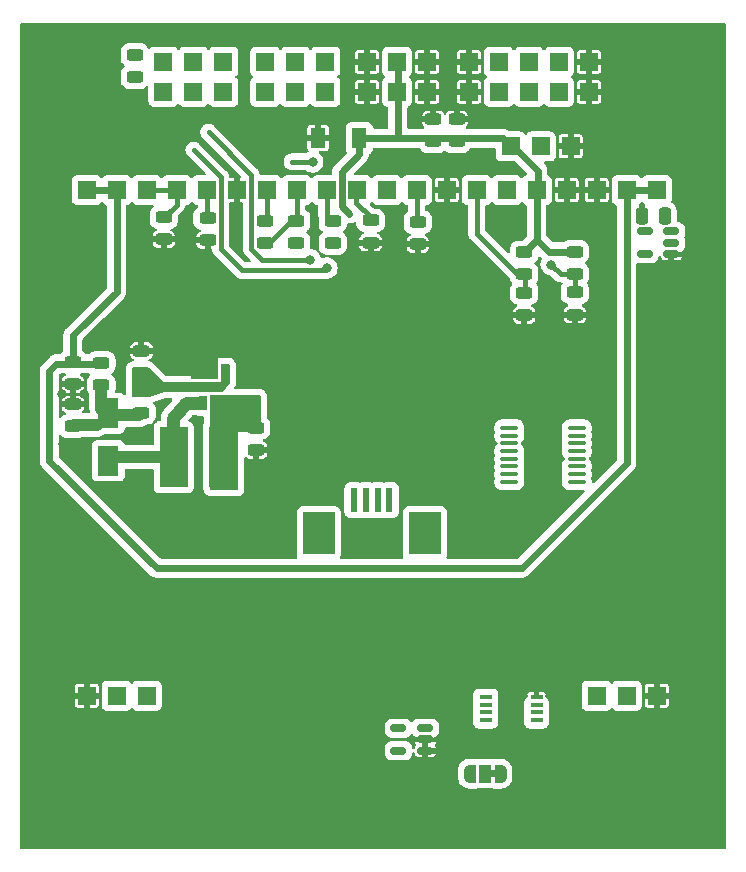
<source format=gbr>
%TF.GenerationSoftware,KiCad,Pcbnew,6.0.11+dfsg-1~bpo11+1*%
%TF.CreationDate,2023-05-27T18:01:48+00:00*%
%TF.ProjectId,OLED01,4f4c4544-3031-42e6-9b69-6361645f7063,rev?*%
%TF.SameCoordinates,PX72ba1e0PY737d6e0*%
%TF.FileFunction,Copper,L2,Bot*%
%TF.FilePolarity,Positive*%
%FSLAX46Y46*%
G04 Gerber Fmt 4.6, Leading zero omitted, Abs format (unit mm)*
G04 Created by KiCad (PCBNEW 6.0.11+dfsg-1~bpo11+1) date 2023-05-27 18:01:48*
%MOMM*%
%LPD*%
G01*
G04 APERTURE LIST*
G04 Aperture macros list*
%AMRoundRect*
0 Rectangle with rounded corners*
0 $1 Rounding radius*
0 $2 $3 $4 $5 $6 $7 $8 $9 X,Y pos of 4 corners*
0 Add a 4 corners polygon primitive as box body*
4,1,4,$2,$3,$4,$5,$6,$7,$8,$9,$2,$3,0*
0 Add four circle primitives for the rounded corners*
1,1,$1+$1,$2,$3*
1,1,$1+$1,$4,$5*
1,1,$1+$1,$6,$7*
1,1,$1+$1,$8,$9*
0 Add four rect primitives between the rounded corners*
20,1,$1+$1,$2,$3,$4,$5,0*
20,1,$1+$1,$4,$5,$6,$7,0*
20,1,$1+$1,$6,$7,$8,$9,0*
20,1,$1+$1,$8,$9,$2,$3,0*%
%AMFreePoly0*
4,1,22,0.550000,-0.750000,0.000000,-0.750000,0.000000,-0.745033,-0.079941,-0.743568,-0.215256,-0.701293,-0.333266,-0.622738,-0.424486,-0.514219,-0.481581,-0.384460,-0.499164,-0.250000,-0.500000,-0.250000,-0.500000,0.250000,-0.499164,0.250000,-0.499963,0.256109,-0.478152,0.396186,-0.417904,0.524511,-0.324060,0.630769,-0.204165,0.706417,-0.067858,0.745374,0.000000,0.744959,0.000000,0.750000,
0.550000,0.750000,0.550000,-0.750000,0.550000,-0.750000,$1*%
%AMFreePoly1*
4,1,20,0.000000,0.744959,0.073905,0.744508,0.209726,0.703889,0.328688,0.626782,0.421226,0.519385,0.479903,0.390333,0.500000,0.250000,0.500000,-0.250000,0.499851,-0.262216,0.476331,-0.402017,0.414519,-0.529596,0.319384,-0.634700,0.198574,-0.708877,0.061801,-0.746166,0.000000,-0.745033,0.000000,-0.750000,-0.550000,-0.750000,-0.550000,0.750000,0.000000,0.750000,0.000000,0.744959,
0.000000,0.744959,$1*%
G04 Aperture macros list end*
%TA.AperFunction,ComponentPad*%
%ADD10C,6.000000*%
%TD*%
%TA.AperFunction,ComponentPad*%
%ADD11R,1.524000X1.524000*%
%TD*%
%TA.AperFunction,SMDPad,CuDef*%
%ADD12R,2.350000X5.100000*%
%TD*%
%TA.AperFunction,SMDPad,CuDef*%
%ADD13RoundRect,0.243750X-0.456250X0.243750X-0.456250X-0.243750X0.456250X-0.243750X0.456250X0.243750X0*%
%TD*%
%TA.AperFunction,SMDPad,CuDef*%
%ADD14R,0.650000X1.220000*%
%TD*%
%TA.AperFunction,SMDPad,CuDef*%
%ADD15R,0.610000X2.000000*%
%TD*%
%TA.AperFunction,SMDPad,CuDef*%
%ADD16R,2.680000X3.600000*%
%TD*%
%TA.AperFunction,SMDPad,CuDef*%
%ADD17R,1.300000X1.700000*%
%TD*%
%TA.AperFunction,SMDPad,CuDef*%
%ADD18RoundRect,0.243750X0.456250X-0.243750X0.456250X0.243750X-0.456250X0.243750X-0.456250X-0.243750X0*%
%TD*%
%TA.AperFunction,SMDPad,CuDef*%
%ADD19R,1.800000X2.500000*%
%TD*%
%TA.AperFunction,SMDPad,CuDef*%
%ADD20RoundRect,0.150000X0.512500X0.150000X-0.512500X0.150000X-0.512500X-0.150000X0.512500X-0.150000X0*%
%TD*%
%TA.AperFunction,SMDPad,CuDef*%
%ADD21R,1.100000X0.400000*%
%TD*%
%TA.AperFunction,SMDPad,CuDef*%
%ADD22RoundRect,0.100000X-0.637500X-0.100000X0.637500X-0.100000X0.637500X0.100000X-0.637500X0.100000X0*%
%TD*%
%TA.AperFunction,SMDPad,CuDef*%
%ADD23FreePoly0,180.000000*%
%TD*%
%TA.AperFunction,SMDPad,CuDef*%
%ADD24R,1.000000X1.500000*%
%TD*%
%TA.AperFunction,SMDPad,CuDef*%
%ADD25FreePoly1,180.000000*%
%TD*%
%TA.AperFunction,SMDPad,CuDef*%
%ADD26RoundRect,0.250000X0.250000X0.475000X-0.250000X0.475000X-0.250000X-0.475000X0.250000X-0.475000X0*%
%TD*%
%TA.AperFunction,ViaPad*%
%ADD27C,0.800000*%
%TD*%
%TA.AperFunction,Conductor*%
%ADD28C,0.400000*%
%TD*%
%TA.AperFunction,Conductor*%
%ADD29C,1.000000*%
%TD*%
%TA.AperFunction,Conductor*%
%ADD30C,0.600000*%
%TD*%
%TA.AperFunction,Conductor*%
%ADD31C,1.100000*%
%TD*%
G04 APERTURE END LIST*
%TO.C,JP1*%
G36*
X35800000Y1600000D02*
G01*
X35300000Y1600000D01*
X35300000Y2200000D01*
X35800000Y2200000D01*
X35800000Y1600000D01*
G37*
%TD*%
D10*
%TO.P,H2,1,1*%
%TO.N,GND*%
X50800000Y0D03*
%TD*%
%TO.P,H4,1,1*%
%TO.N,GND*%
X0Y0D03*
%TD*%
D11*
%TO.P,J6,1*%
%TO.N,GND*%
X33520000Y59630000D03*
%TO.P,J6,2*%
X33520000Y62170000D03*
%TO.P,J6,3*%
%TO.N,/SDAIN*%
X36060000Y59630000D03*
%TO.P,J6,4*%
X36060000Y62170000D03*
%TO.P,J6,5*%
%TO.N,+5V*%
X38600000Y59630000D03*
%TO.P,J6,6*%
X38600000Y62170000D03*
%TO.P,J6,7*%
%TO.N,/SCLIN*%
X41140000Y59630000D03*
%TO.P,J6,8*%
X41140000Y62170000D03*
%TO.P,J6,9*%
%TO.N,GND*%
X43680000Y59630000D03*
%TO.P,J6,10*%
X43680000Y62170000D03*
%TD*%
%TO.P,J5,1*%
%TO.N,+2V5*%
X37060000Y55000000D03*
%TO.P,J5,2*%
%TO.N,/DC*%
X39600000Y55000000D03*
%TO.P,J5,3*%
%TO.N,GND*%
X42140000Y55000000D03*
%TD*%
%TO.P,J4,1*%
%TO.N,/D1*%
X12740000Y62170000D03*
%TO.P,J4,2*%
X12740000Y59630000D03*
%TO.P,J4,3*%
%TO.N,/CLK*%
X10200000Y62170000D03*
%TO.P,J4,4*%
X10200000Y59630000D03*
%TO.P,J4,5*%
%TO.N,/#CS*%
X7660000Y62170000D03*
%TO.P,J4,6*%
X7660000Y59630000D03*
%TD*%
D10*
%TO.P,H3,1,1*%
%TO.N,GND*%
X0Y60960000D03*
%TD*%
%TO.P,H1,1,1*%
%TO.N,GND*%
X50800000Y60960000D03*
%TD*%
D11*
%TO.P,DISP1,1,ESD_GND*%
%TO.N,GND*%
X1170000Y8500000D03*
%TO.P,DISP1,2*%
%TO.N,unconnected-(DISP1-Pad2)*%
X3710000Y8500000D03*
%TO.P,DISP1,3*%
%TO.N,unconnected-(DISP1-Pad3)*%
X6250000Y8500000D03*
%TO.P,DISP1,18*%
%TO.N,unconnected-(DISP1-Pad18)*%
X44350000Y8500000D03*
%TO.P,DISP1,19*%
%TO.N,unconnected-(DISP1-Pad19)*%
X46890000Y8500000D03*
%TO.P,DISP1,20,ESD_GND*%
%TO.N,GND*%
X49430000Y8500000D03*
%TO.P,DISP1,21,VCC*%
%TO.N,+12V*%
X49420000Y51300000D03*
%TO.P,DISP1,22,VCC*%
X46880000Y51300000D03*
%TO.P,DISP1,23,GND*%
%TO.N,GND*%
X44340000Y51300000D03*
%TO.P,DISP1,24,GND*%
X41800000Y51300000D03*
%TO.P,DISP1,25,VDD*%
%TO.N,+2V5*%
X39260000Y51300000D03*
%TO.P,DISP1,26,BS0*%
%TO.N,/BS0*%
X36720000Y51300000D03*
%TO.P,DISP1,27,BS1*%
%TO.N,/BS1*%
X34180000Y51300000D03*
%TO.P,DISP1,28,GND*%
%TO.N,GND*%
X31640000Y51300000D03*
%TO.P,DISP1,29,#CS*%
%TO.N,/#CS*%
X29100000Y51300000D03*
%TO.P,DISP1,30,#RES*%
%TO.N,/#RES*%
X26560000Y51300000D03*
%TO.P,DISP1,31,D/C*%
%TO.N,/DC*%
X24020000Y51300000D03*
%TO.P,DISP1,32,D0*%
%TO.N,/CLK*%
X21480000Y51300000D03*
%TO.P,DISP1,33,D1*%
%TO.N,/D1*%
X18940000Y51300000D03*
%TO.P,DISP1,34,D2*%
%TO.N,/D2*%
X16400000Y51300000D03*
%TO.P,DISP1,35,GND*%
%TO.N,GND*%
X13860000Y51300000D03*
%TO.P,DISP1,36,IRef*%
%TO.N,Net-(DISP1-Pad36)*%
X11320000Y51300000D03*
%TO.P,DISP1,37,VCOMH*%
%TO.N,Net-(C2-Pad1)*%
X8780000Y51300000D03*
%TO.P,DISP1,38,VCOMH*%
X6240000Y51300000D03*
%TO.P,DISP1,39,VCC*%
%TO.N,+12V*%
X3700000Y51300000D03*
%TO.P,DISP1,40,VCC*%
X1160000Y51300000D03*
%TD*%
%TO.P,J2,1*%
%TO.N,GND*%
X29980000Y62170000D03*
%TO.P,J2,2*%
X29980000Y59630000D03*
%TO.P,J2,3*%
%TO.N,+5V*%
X27440000Y62170000D03*
%TO.P,J2,4*%
X27440000Y59630000D03*
%TO.P,J2,5*%
%TO.N,GND*%
X24900000Y62170000D03*
%TO.P,J2,6*%
X24900000Y59630000D03*
%TD*%
%TO.P,J3,1*%
%TO.N,/#RES*%
X16280000Y59630000D03*
%TO.P,J3,2*%
X16280000Y62170000D03*
%TO.P,J3,3*%
%TO.N,/#INT*%
X18820000Y59630000D03*
%TO.P,J3,4*%
X18820000Y62170000D03*
%TO.P,J3,5*%
%TO.N,/AUX*%
X21360000Y59630000D03*
%TO.P,J3,6*%
X21360000Y62170000D03*
%TD*%
D12*
%TO.P,L1,1*%
%TO.N,+5V*%
X12675000Y28700000D03*
%TO.P,L1,2*%
%TO.N,Net-(D1-Pad2)*%
X8525000Y28700000D03*
%TD*%
D13*
%TO.P,R10,1*%
%TO.N,/D2*%
X16300000Y48700000D03*
%TO.P,R10,2*%
%TO.N,/D1*%
X16300000Y46825000D03*
%TD*%
%TO.P,R3,1*%
%TO.N,/BS0*%
X42500000Y42637500D03*
%TO.P,R3,2*%
%TO.N,GND*%
X42500000Y40762500D03*
%TD*%
D14*
%TO.P,U3,1,PGND*%
%TO.N,GND*%
X11000341Y35933647D03*
%TO.P,U3,2,GND*%
X11950341Y35933647D03*
%TO.P,U3,3,FB*%
%TO.N,/B_FB*%
X12900341Y35933647D03*
%TO.P,U3,4,SHDN*%
%TO.N,+5V*%
X12900341Y33313647D03*
%TO.P,U3,5,VCC*%
X11950341Y33313647D03*
%TO.P,U3,6,LX*%
%TO.N,Net-(D1-Pad2)*%
X11000341Y33313647D03*
%TD*%
D13*
%TO.P,R1,1*%
%TO.N,Net-(DISP1-Pad36)*%
X11400000Y48937500D03*
%TO.P,R1,2*%
%TO.N,GND*%
X11400000Y47062500D03*
%TD*%
D15*
%TO.P,J1,1,Pin_1*%
%TO.N,Net-(U4-Pad2)*%
X26800000Y25050000D03*
%TO.P,J1,2,Pin_2*%
%TO.N,Net-(U4-Pad3)*%
X25800000Y25050000D03*
%TO.P,J1,3,Pin_3*%
%TO.N,Net-(U4-Pad4)*%
X24800000Y25050000D03*
%TO.P,J1,4,Pin_4*%
%TO.N,Net-(U4-Pad5)*%
X23800000Y25050000D03*
D16*
%TO.P,J1,MP*%
%TO.N,N/C*%
X29790000Y22250000D03*
X20810000Y22250000D03*
%TD*%
D13*
%TO.P,R4,1*%
%TO.N,+2V5*%
X38200000Y46037500D03*
%TO.P,R4,2*%
%TO.N,/BS1*%
X38200000Y44162500D03*
%TD*%
D17*
%TO.P,D2,1,K*%
%TO.N,+5V*%
X24250000Y55700000D03*
%TO.P,D2,2,A*%
%TO.N,GND*%
X20750000Y55700000D03*
%TD*%
D18*
%TO.P,C8,1*%
%TO.N,+5V*%
X32500000Y55425000D03*
%TO.P,C8,2*%
%TO.N,GND*%
X32500000Y57300000D03*
%TD*%
%TO.P,R13,1*%
%TO.N,+5V*%
X18900000Y46825000D03*
%TO.P,R13,2*%
%TO.N,/SDAIN*%
X18900000Y48700000D03*
%TD*%
D19*
%TO.P,D1,1,K*%
%TO.N,Net-(C10-Pad1)*%
X3000000Y32400000D03*
%TO.P,D1,2,A*%
%TO.N,Net-(D1-Pad2)*%
X3000000Y28400000D03*
%TD*%
D20*
%TO.P,U2,1,VIN*%
%TO.N,+5V*%
X29837500Y5750000D03*
%TO.P,U2,2,GND*%
%TO.N,GND*%
X29837500Y4800000D03*
%TO.P,U2,3,EN*%
X29837500Y3850000D03*
%TO.P,U2,4,NC*%
%TO.N,unconnected-(U2-Pad4)*%
X27562500Y3850000D03*
%TO.P,U2,5,VOUT*%
%TO.N,+2V5*%
X27562500Y5750000D03*
%TD*%
D21*
%TO.P,U5,1,GND*%
%TO.N,GND*%
X39250000Y8375000D03*
%TO.P,U5,2,VREF1*%
%TO.N,+5V*%
X39250000Y7725000D03*
%TO.P,U5,3,SCL1*%
%TO.N,/SDAIN*%
X39250000Y7075000D03*
%TO.P,U5,4,SDA1*%
%TO.N,/SCLIN*%
X39250000Y6425000D03*
%TO.P,U5,5,SDA2*%
%TO.N,/CLK*%
X34950000Y6425000D03*
%TO.P,U5,6,SCL2*%
%TO.N,/D1*%
X34950000Y7075000D03*
%TO.P,U5,7,VREF2*%
%TO.N,+2V5*%
X34950000Y7725000D03*
%TO.P,U5,8,EN*%
%TO.N,Net-(JP1-Pad2)*%
X34950000Y8375000D03*
%TD*%
D18*
%TO.P,R7,1*%
%TO.N,Net-(C10-Pad1)*%
X5800000Y32462500D03*
%TO.P,R7,2*%
%TO.N,/B_FB*%
X5800000Y34337500D03*
%TD*%
D13*
%TO.P,C11,1*%
%TO.N,+12V*%
X0Y36737500D03*
%TO.P,C11,2*%
%TO.N,GND*%
X0Y34862500D03*
%TD*%
D22*
%TO.P,U4,1,VDD*%
%TO.N,+2V5*%
X36937500Y26625000D03*
%TO.P,U4,2,X+*%
%TO.N,Net-(U4-Pad2)*%
X36937500Y27275000D03*
%TO.P,U4,3,Y+*%
%TO.N,Net-(U4-Pad3)*%
X36937500Y27925000D03*
%TO.P,U4,4,X-*%
%TO.N,Net-(U4-Pad4)*%
X36937500Y28575000D03*
%TO.P,U4,5,Y-*%
%TO.N,Net-(U4-Pad5)*%
X36937500Y29225000D03*
%TO.P,U4,6,GND*%
%TO.N,GND*%
X36937500Y29875000D03*
%TO.P,U4,7*%
%TO.N,N/C*%
X36937500Y30525000D03*
%TO.P,U4,8*%
X36937500Y31175000D03*
%TO.P,U4,9*%
X42662500Y31175000D03*
%TO.P,U4,10,#IRQ*%
%TO.N,/#INT*%
X42662500Y30525000D03*
%TO.P,U4,11,SDA*%
%TO.N,/D1*%
X42662500Y29875000D03*
%TO.P,U4,12,SCL*%
%TO.N,/CLK*%
X42662500Y29225000D03*
%TO.P,U4,13,A1*%
%TO.N,GND*%
X42662500Y28575000D03*
%TO.P,U4,14,A0*%
%TO.N,/DC*%
X42662500Y27925000D03*
%TO.P,U4,15*%
%TO.N,N/C*%
X42662500Y27275000D03*
%TO.P,U4,16,AUX*%
%TO.N,/AUX*%
X42662500Y26625000D03*
%TD*%
D13*
%TO.P,R6,1*%
%TO.N,/#RES*%
X5250000Y62750000D03*
%TO.P,R6,2*%
%TO.N,+2V5*%
X5250000Y60875000D03*
%TD*%
%TO.P,R2,1*%
%TO.N,+2V5*%
X42500000Y46075000D03*
%TO.P,R2,2*%
%TO.N,/BS0*%
X42500000Y44200000D03*
%TD*%
D23*
%TO.P,JP1,1,A*%
%TO.N,/#RES*%
X36200000Y1900000D03*
D24*
%TO.P,JP1,2,C*%
%TO.N,Net-(JP1-Pad2)*%
X34900000Y1900000D03*
D25*
%TO.P,JP1,3,B*%
%TO.N,+2V5*%
X33600000Y1900000D03*
%TD*%
D13*
%TO.P,C2,1*%
%TO.N,Net-(C2-Pad1)*%
X7700000Y49000000D03*
%TO.P,C2,2*%
%TO.N,GND*%
X7700000Y47125000D03*
%TD*%
%TO.P,R12,1*%
%TO.N,/#CS*%
X29200000Y48600000D03*
%TO.P,R12,2*%
%TO.N,GND*%
X29200000Y46725000D03*
%TD*%
%TO.P,R5,1*%
%TO.N,/BS1*%
X38200000Y42600000D03*
%TO.P,R5,2*%
%TO.N,GND*%
X38200000Y40725000D03*
%TD*%
D18*
%TO.P,R8,1*%
%TO.N,/B_FB*%
X5800000Y35825000D03*
%TO.P,R8,2*%
%TO.N,GND*%
X5800000Y37700000D03*
%TD*%
D26*
%TO.P,C1,1*%
%TO.N,Net-(C1-Pad1)*%
X50100000Y49100000D03*
%TO.P,C1,2*%
%TO.N,GND*%
X48200000Y49100000D03*
%TD*%
D13*
%TO.P,R11,1*%
%TO.N,/DC*%
X25200000Y48737500D03*
%TO.P,R11,2*%
%TO.N,GND*%
X25200000Y46862500D03*
%TD*%
D18*
%TO.P,R14,1*%
%TO.N,+5V*%
X22000000Y46825000D03*
%TO.P,R14,2*%
%TO.N,/SCLIN*%
X22000000Y48700000D03*
%TD*%
%TO.P,C9,1*%
%TO.N,+5V*%
X30500000Y55425000D03*
%TO.P,C9,2*%
%TO.N,GND*%
X30500000Y57300000D03*
%TD*%
D20*
%TO.P,U1,1,#RESET*%
%TO.N,/#RES*%
X50675000Y47800000D03*
%TO.P,U1,2,VDD*%
%TO.N,+2V5*%
X50675000Y46850000D03*
%TO.P,U1,3,GND*%
%TO.N,GND*%
X50675000Y45900000D03*
%TO.P,U1,4,MR*%
%TO.N,unconnected-(U1-Pad4)*%
X48400000Y45900000D03*
%TO.P,U1,5,CT*%
%TO.N,Net-(C1-Pad1)*%
X48400000Y47800000D03*
%TD*%
D18*
%TO.P,R9,1*%
%TO.N,Net-(C10-Pad1)*%
X2400000Y34800000D03*
%TO.P,R9,2*%
%TO.N,+12V*%
X2400000Y36675000D03*
%TD*%
%TO.P,C10,1*%
%TO.N,Net-(C10-Pad1)*%
X0Y31300000D03*
%TO.P,C10,2*%
%TO.N,GND*%
X0Y33175000D03*
%TD*%
D13*
%TO.P,C5,1*%
%TO.N,+5V*%
X15500000Y31175000D03*
%TO.P,C5,2*%
%TO.N,GND*%
X15500000Y29300000D03*
%TD*%
D27*
%TO.N,GND*%
X14200000Y55400000D03*
X-3200000Y29800000D03*
X8800000Y55700000D03*
X15500000Y24000000D03*
X9500000Y24000000D03*
X10500000Y24000000D03*
X8800000Y54700000D03*
X22200000Y31600000D03*
X6000000Y30800000D03*
X5000000Y48800000D03*
X-800000Y29800000D03*
X8400000Y24000000D03*
X15100000Y54600000D03*
X900000Y34000000D03*
X23400000Y31600000D03*
X22300000Y54900000D03*
X14400000Y24000000D03*
X24600000Y31600000D03*
X22200000Y35000000D03*
X8000000Y36100000D03*
X35400000Y49300000D03*
X24600000Y35000000D03*
X-1300000Y38100000D03*
X9000000Y36100000D03*
X5900000Y48700000D03*
X-900000Y34000000D03*
X1300000Y38100000D03*
X23400000Y35000000D03*
X10600000Y31600000D03*
%TO.N,/BS0*%
X40500000Y45000000D03*
%TO.N,/#CS*%
X21500000Y44700000D03*
%TO.N,/#RES*%
X20100000Y45400000D03*
%TO.N,/SCLIN*%
X20300000Y53700000D03*
%TD*%
D28*
%TO.N,Net-(C2-Pad1)*%
X8780000Y51300000D02*
X6240000Y51300000D01*
X8780000Y50080000D02*
X7700000Y49000000D01*
X8780000Y51300000D02*
X8780000Y50080000D01*
D29*
%TO.N,Net-(C10-Pad1)*%
X2400000Y34800000D02*
X2400000Y32800000D01*
X4000000Y32237500D02*
X5575000Y32237500D01*
X100000Y31400000D02*
X2000000Y31400000D01*
X5575000Y32237500D02*
X5800000Y32462500D01*
D30*
%TO.N,+12V*%
X7100000Y19300000D02*
X-2000000Y28400000D01*
X46880000Y28180000D02*
X38000000Y19300000D01*
X2325000Y36600000D02*
X2400000Y36675000D01*
X3700000Y42700000D02*
X600000Y39600000D01*
X700000Y39700000D02*
X0Y39000000D01*
X3700000Y51300000D02*
X3700000Y42700000D01*
X46880000Y51300000D02*
X49420000Y51300000D01*
X38000000Y19300000D02*
X7100000Y19300000D01*
X-2000000Y36000000D02*
X-1400000Y36600000D01*
X-2000000Y28400000D02*
X-2000000Y36000000D01*
X-1400000Y36600000D02*
X2325000Y36600000D01*
X0Y39000000D02*
X0Y36737500D01*
X3700000Y51300000D02*
X1160000Y51300000D01*
X46880000Y51300000D02*
X46880000Y28180000D01*
D28*
%TO.N,/BS0*%
X41300000Y44200000D02*
X42500000Y44200000D01*
X40500000Y45000000D02*
X41300000Y44200000D01*
X42500000Y42637500D02*
X42500000Y44200000D01*
%TO.N,/BS1*%
X34180000Y47620000D02*
X34180000Y51300000D01*
X38275000Y44087500D02*
X38200000Y44162500D01*
X38200000Y44162500D02*
X37637500Y44162500D01*
X37637500Y44162500D02*
X34180000Y47620000D01*
X38275000Y42700000D02*
X38275000Y44087500D01*
%TO.N,/#CS*%
X29100000Y48700000D02*
X29200000Y48600000D01*
X12499520Y46300480D02*
X12499520Y52443502D01*
X21300000Y44500000D02*
X14300000Y44500000D01*
X12499520Y52443502D02*
X10240000Y54703022D01*
X21500000Y44700000D02*
X21300000Y44500000D01*
X29100000Y51300000D02*
X29100000Y48700000D01*
X14300000Y44500000D02*
X12499520Y46300480D01*
%TO.N,/#RES*%
X15100000Y52600000D02*
X11489511Y56210489D01*
X15100000Y46300000D02*
X15100000Y52600000D01*
X20100000Y45400000D02*
X16000000Y45400000D01*
X16000000Y45400000D02*
X15100000Y46300000D01*
%TO.N,/DC*%
X24000000Y51280000D02*
X24020000Y51300000D01*
X24000000Y50200000D02*
X24000000Y51280000D01*
X25200000Y49000000D02*
X24000000Y50200000D01*
X25200000Y48737500D02*
X25200000Y49000000D01*
%TO.N,/D2*%
X16400000Y51300000D02*
X16400000Y48800000D01*
X16400000Y48800000D02*
X16300000Y48700000D01*
%TO.N,Net-(DISP1-Pad36)*%
X11320000Y51300000D02*
X11320000Y49017500D01*
X11320000Y49017500D02*
X11400000Y48937500D01*
D31*
%TO.N,Net-(D1-Pad2)*%
X9600000Y33300000D02*
X10600000Y33300000D01*
X8500000Y32000000D02*
X9600000Y33300000D01*
X8525000Y28700000D02*
X8500000Y32000000D01*
D29*
X3000000Y28400000D02*
X3300000Y28700000D01*
X3300000Y28700000D02*
X8525000Y28700000D01*
D30*
%TO.N,+5V*%
X37300000Y55000000D02*
X39360000Y52940000D01*
X36375000Y55700000D02*
X27500000Y55700000D01*
X27500000Y55700000D02*
X24250000Y55700000D01*
X22758489Y49941511D02*
X23400000Y49300000D01*
X42500000Y46075000D02*
X40282500Y46075000D01*
X37075000Y55000000D02*
X36375000Y55700000D01*
X27500000Y55700000D02*
X27500000Y62110000D01*
X39360000Y52940000D02*
X39360000Y51880000D01*
X24250000Y54350000D02*
X22758489Y52858489D01*
X39260000Y47097500D02*
X38200000Y46037500D01*
X24250000Y55700000D02*
X24250000Y54350000D01*
X37075000Y55000000D02*
X37300000Y55000000D01*
X37055000Y55270000D02*
X37075000Y55250000D01*
X22758489Y52858489D02*
X22758489Y49941511D01*
X39260000Y51300000D02*
X39260000Y47097500D01*
X40282500Y46075000D02*
X39260000Y47097500D01*
D28*
%TO.N,/SDAIN*%
X16625000Y46825000D02*
X18500000Y48700000D01*
X18940000Y51300000D02*
X18940000Y48740000D01*
X18500000Y48700000D02*
X18900000Y48700000D01*
X18940000Y48740000D02*
X18900000Y48700000D01*
X16300000Y46825000D02*
X16625000Y46825000D01*
%TO.N,/SCLIN*%
X20300000Y53700000D02*
X18540000Y53700000D01*
X21480000Y51300000D02*
X21480000Y49220000D01*
X21480000Y49220000D02*
X22000000Y48700000D01*
%TD*%
%TA.AperFunction,Conductor*%
%TO.N,/B_FB*%
G36*
X13242121Y36579998D02*
G01*
X13288614Y36526342D01*
X13300000Y36474000D01*
X13300000Y35042000D01*
X13279998Y34973879D01*
X13274800Y34966400D01*
X12737800Y34250400D01*
X12680926Y34207905D01*
X12637000Y34200000D01*
X7700000Y34200000D01*
X6519398Y33806466D01*
X6479553Y33800000D01*
X5126000Y33800000D01*
X5057879Y33820002D01*
X5011386Y33873658D01*
X5000000Y33926000D01*
X5000000Y36174000D01*
X5020002Y36242121D01*
X5073658Y36288614D01*
X5126000Y36300000D01*
X6348936Y36300000D01*
X6417057Y36279998D01*
X6436656Y36264450D01*
X7686994Y35051853D01*
X7700000Y35039240D01*
X8425852Y35040433D01*
X12481883Y35047102D01*
X12481884Y35047102D01*
X12500000Y35047132D01*
X12500000Y36474000D01*
X12520002Y36542121D01*
X12573658Y36588614D01*
X12626000Y36600000D01*
X13174000Y36600000D01*
X13242121Y36579998D01*
G37*
%TD.AperFunction*%
%TD*%
%TA.AperFunction,Conductor*%
%TO.N,+5V*%
G36*
X15842120Y33943746D02*
G01*
X15888613Y33890090D01*
X15899999Y33837748D01*
X15900000Y30926000D01*
X15879998Y30857879D01*
X15826342Y30811386D01*
X15774000Y30800000D01*
X14000000Y30800000D01*
X14000000Y26026000D01*
X13979998Y25957879D01*
X13926342Y25911386D01*
X13874000Y25900000D01*
X11694412Y25900000D01*
X11626291Y25920002D01*
X11579798Y25973658D01*
X11568412Y26026000D01*
X11568411Y33837748D01*
X11588413Y33905869D01*
X11642069Y33952362D01*
X11694411Y33963748D01*
X15773999Y33963748D01*
X15842120Y33943746D01*
G37*
%TD.AperFunction*%
%TD*%
%TA.AperFunction,Conductor*%
%TO.N,GND*%
G36*
X55230691Y65412593D02*
G01*
X55266655Y65363093D01*
X55271500Y65332500D01*
X55271500Y-4372500D01*
X55252593Y-4430691D01*
X55203093Y-4466655D01*
X55172500Y-4471500D01*
X-4372500Y-4471500D01*
X-4430691Y-4452593D01*
X-4466655Y-4403093D01*
X-4471500Y-4372500D01*
X-4471500Y1656285D01*
X32581167Y1656285D01*
X32586317Y1577171D01*
X32606621Y1435394D01*
X32647503Y1295590D01*
X32706783Y1165211D01*
X32726516Y1134355D01*
X32783360Y1045470D01*
X32783364Y1045465D01*
X32785258Y1042503D01*
X32787552Y1039840D01*
X32787557Y1039834D01*
X32796074Y1029950D01*
X32878748Y934002D01*
X32988511Y838250D01*
X33108696Y760350D01*
X33240924Y699252D01*
X33378142Y658216D01*
X33381620Y657696D01*
X33381621Y657696D01*
X33444234Y648339D01*
X33522196Y636688D01*
X33525709Y636667D01*
X33525716Y636666D01*
X33593807Y636250D01*
X33665417Y635813D01*
X33667810Y636141D01*
X33671821Y636271D01*
X34150000Y636271D01*
X34223111Y641500D01*
X34228201Y642995D01*
X34228203Y642995D01*
X34241891Y647014D01*
X34289670Y648260D01*
X34289684Y648255D01*
X34295856Y647585D01*
X34295858Y647584D01*
X34331837Y643676D01*
X34351866Y641500D01*
X35448134Y641500D01*
X35465355Y643371D01*
X35504152Y647585D01*
X35504155Y647586D01*
X35510316Y648255D01*
X35513203Y649337D01*
X35548111Y650920D01*
X35575280Y647014D01*
X35650000Y636271D01*
X36190173Y636271D01*
X36190779Y636269D01*
X36265417Y635813D01*
X36268904Y636291D01*
X36268910Y636291D01*
X36406238Y655102D01*
X36406239Y655102D01*
X36409727Y655580D01*
X36547436Y694937D01*
X36598562Y717807D01*
X36677189Y752978D01*
X36677195Y752981D01*
X36680398Y754414D01*
X36801526Y830840D01*
X36912452Y925246D01*
X37007260Y1032597D01*
X37087226Y1154334D01*
X37090941Y1162245D01*
X37146593Y1280780D01*
X37148095Y1283979D01*
X37190683Y1423277D01*
X37212717Y1564795D01*
X37214497Y1710438D01*
X37214040Y1713930D01*
X37213901Y1716291D01*
X37213729Y1722123D01*
X37213729Y2111047D01*
X37213695Y2111047D01*
X37213313Y2113559D01*
X37214453Y2206919D01*
X37214496Y2210438D01*
X37195926Y2352452D01*
X37156755Y2492748D01*
X37099072Y2623841D01*
X37022103Y2747496D01*
X37019842Y2750185D01*
X37019839Y2750190D01*
X36932213Y2854434D01*
X36929946Y2857131D01*
X36821361Y2954218D01*
X36743994Y3005718D01*
X36705069Y3031629D01*
X36705065Y3031631D01*
X36702136Y3033581D01*
X36570667Y3096289D01*
X36433961Y3138999D01*
X36290179Y3162287D01*
X36286659Y3162352D01*
X36286654Y3162352D01*
X36220171Y3163570D01*
X36146980Y3164912D01*
X36143484Y3164477D01*
X36142864Y3164444D01*
X36131343Y3163729D01*
X35650000Y3163729D01*
X35576889Y3158500D01*
X35571799Y3157005D01*
X35571797Y3157005D01*
X35558109Y3152986D01*
X35510330Y3151740D01*
X35510316Y3151745D01*
X35504144Y3152415D01*
X35504142Y3152416D01*
X35468163Y3156324D01*
X35448134Y3158500D01*
X34351866Y3158500D01*
X34338104Y3157005D01*
X34295848Y3152415D01*
X34295845Y3152414D01*
X34289684Y3151745D01*
X34286797Y3150663D01*
X34251889Y3149080D01*
X34213551Y3154592D01*
X34150000Y3163729D01*
X33612402Y3163729D01*
X33610588Y3163746D01*
X33609675Y3163763D01*
X33546980Y3164912D01*
X33402435Y3146907D01*
X33369582Y3137950D01*
X33267647Y3110159D01*
X33267644Y3110158D01*
X33264255Y3109234D01*
X33130580Y3051388D01*
X33008528Y2976448D01*
X32896460Y2883408D01*
X32800346Y2777224D01*
X32718893Y2656464D01*
X32656446Y2527572D01*
X32612162Y2388812D01*
X32611579Y2385345D01*
X32611577Y2385338D01*
X32605457Y2348960D01*
X32588400Y2247574D01*
X32581318Y2168627D01*
X32581167Y2156285D01*
X32581290Y2154397D01*
X32581290Y2154393D01*
X32586062Y2081089D01*
X32586271Y2074658D01*
X32586271Y1728272D01*
X32585875Y1719427D01*
X32585596Y1716311D01*
X32581318Y1668627D01*
X32581167Y1656285D01*
X-4471500Y1656285D01*
X-4471500Y3633498D01*
X26391500Y3633498D01*
X26394438Y3596169D01*
X26440855Y3436399D01*
X26498669Y3338641D01*
X26519750Y3302996D01*
X26525547Y3293193D01*
X26643193Y3175547D01*
X26648557Y3172375D01*
X26648558Y3172374D01*
X26674546Y3157005D01*
X26786399Y3090855D01*
X26946169Y3044438D01*
X26951211Y3044041D01*
X26951212Y3044041D01*
X26957892Y3043515D01*
X26983498Y3041500D01*
X28141502Y3041500D01*
X28167108Y3043515D01*
X28173788Y3044041D01*
X28173789Y3044041D01*
X28178831Y3044438D01*
X28338601Y3090855D01*
X28450454Y3157005D01*
X28476442Y3172374D01*
X28476443Y3172375D01*
X28481807Y3175547D01*
X28599453Y3293193D01*
X28605251Y3302996D01*
X28626331Y3338641D01*
X28684145Y3436399D01*
X28730562Y3596169D01*
X28733284Y3630753D01*
X28756699Y3687281D01*
X28808868Y3719250D01*
X28869865Y3714449D01*
X28916391Y3674712D01*
X28929760Y3638470D01*
X28938616Y3582551D01*
X28943373Y3567909D01*
X28993823Y3468894D01*
X29002865Y3456449D01*
X29081449Y3377865D01*
X29093894Y3368823D01*
X29192912Y3318371D01*
X29207547Y3313616D01*
X29289673Y3300609D01*
X29297412Y3300000D01*
X29567820Y3300000D01*
X29580505Y3304122D01*
X29583500Y3308243D01*
X29583500Y3315681D01*
X30091500Y3315681D01*
X30095622Y3302996D01*
X30099743Y3300001D01*
X30377585Y3300001D01*
X30385329Y3300611D01*
X30467449Y3313616D01*
X30482091Y3318373D01*
X30581106Y3368823D01*
X30593551Y3377865D01*
X30672135Y3456449D01*
X30681177Y3468894D01*
X30731628Y3567910D01*
X30735951Y3581214D01*
X30733975Y3593687D01*
X30733198Y3594464D01*
X30726798Y3596000D01*
X30107180Y3596000D01*
X30094495Y3591878D01*
X30091500Y3587757D01*
X30091500Y3315681D01*
X29583500Y3315681D01*
X29583500Y4119680D01*
X30091500Y4119680D01*
X30095622Y4106995D01*
X30099743Y4104000D01*
X30722834Y4104000D01*
X30735519Y4108122D01*
X30736165Y4109010D01*
X30736681Y4115572D01*
X30736383Y4117454D01*
X30731628Y4132090D01*
X30681177Y4231106D01*
X30672135Y4243551D01*
X30660690Y4254996D01*
X30632913Y4309513D01*
X30642484Y4369945D01*
X30660690Y4395004D01*
X30672135Y4406449D01*
X30681177Y4418894D01*
X30731628Y4517910D01*
X30735951Y4531214D01*
X30733975Y4543687D01*
X30733198Y4544464D01*
X30726798Y4546000D01*
X30107180Y4546000D01*
X30094495Y4541878D01*
X30091500Y4537757D01*
X30091500Y4119680D01*
X29583500Y4119680D01*
X29583500Y4530320D01*
X29579378Y4543005D01*
X29575257Y4546000D01*
X28952166Y4546000D01*
X28939481Y4541878D01*
X28938835Y4540990D01*
X28938319Y4534428D01*
X28938617Y4532546D01*
X28943372Y4517910D01*
X28993823Y4418894D01*
X29002865Y4406449D01*
X29014310Y4395004D01*
X29042087Y4340487D01*
X29032516Y4280055D01*
X29014310Y4254996D01*
X29002865Y4243551D01*
X28993823Y4231106D01*
X28943371Y4132088D01*
X28938616Y4117453D01*
X28929760Y4061534D01*
X28901983Y4007017D01*
X28847467Y3979239D01*
X28787035Y3988810D01*
X28743770Y4032074D01*
X28733284Y4069251D01*
X28730959Y4098788D01*
X28730959Y4098789D01*
X28730562Y4103831D01*
X28684145Y4263601D01*
X28599453Y4406807D01*
X28481807Y4524453D01*
X28471887Y4530320D01*
X28436359Y4551331D01*
X28338601Y4609145D01*
X28178831Y4655562D01*
X28173789Y4655959D01*
X28173788Y4655959D01*
X28167108Y4656485D01*
X28141502Y4658500D01*
X26983498Y4658500D01*
X26957892Y4656485D01*
X26951212Y4655959D01*
X26951211Y4655959D01*
X26946169Y4655562D01*
X26786399Y4609145D01*
X26688641Y4551331D01*
X26653114Y4530320D01*
X26643193Y4524453D01*
X26525547Y4406807D01*
X26440855Y4263601D01*
X26394438Y4103831D01*
X26391500Y4066502D01*
X26391500Y3633498D01*
X-4471500Y3633498D01*
X-4471500Y5533498D01*
X26391500Y5533498D01*
X26394438Y5496169D01*
X26440855Y5336399D01*
X26525547Y5193193D01*
X26643193Y5075547D01*
X26648557Y5072375D01*
X26648558Y5072374D01*
X26664216Y5063114D01*
X26786399Y4990855D01*
X26946169Y4944438D01*
X26951211Y4944041D01*
X26951212Y4944041D01*
X26957892Y4943515D01*
X26983498Y4941500D01*
X28141502Y4941500D01*
X28167108Y4943515D01*
X28173788Y4944041D01*
X28173789Y4944041D01*
X28178831Y4944438D01*
X28338601Y4990855D01*
X28460784Y5063114D01*
X28476442Y5072374D01*
X28476443Y5072375D01*
X28481807Y5075547D01*
X28599453Y5193193D01*
X28614788Y5219123D01*
X28660683Y5259584D01*
X28721597Y5265342D01*
X28774261Y5234195D01*
X28785211Y5219125D01*
X28800547Y5193193D01*
X28918193Y5075547D01*
X28923554Y5072376D01*
X28924902Y5071331D01*
X28934223Y5063114D01*
X28941801Y5055537D01*
X28944543Y5054879D01*
X28971826Y5043828D01*
X29061399Y4990855D01*
X29221169Y4944438D01*
X29226211Y4944041D01*
X29226212Y4944041D01*
X29232892Y4943515D01*
X29258498Y4941500D01*
X30416502Y4941500D01*
X30442108Y4943515D01*
X30448788Y4944041D01*
X30448789Y4944041D01*
X30453831Y4944438D01*
X30613601Y4990855D01*
X30707961Y5046660D01*
X30727764Y5055602D01*
X30738014Y5058932D01*
X30749822Y5071117D01*
X30751446Y5072376D01*
X30756807Y5075547D01*
X30874453Y5193193D01*
X30959145Y5336399D01*
X31005562Y5496169D01*
X31008500Y5533498D01*
X31008500Y5966502D01*
X31005562Y6003831D01*
X30959145Y6163601D01*
X30951300Y6176866D01*
X33891500Y6176866D01*
X33898255Y6114684D01*
X33900435Y6108869D01*
X33941703Y5998788D01*
X33949385Y5978295D01*
X34036739Y5861739D01*
X34153295Y5774385D01*
X34289684Y5723255D01*
X34295856Y5722585D01*
X34295858Y5722584D01*
X34331837Y5718676D01*
X34351866Y5716500D01*
X35548134Y5716500D01*
X35568163Y5718676D01*
X35604142Y5722584D01*
X35604144Y5722585D01*
X35610316Y5723255D01*
X35746705Y5774385D01*
X35863261Y5861739D01*
X35950615Y5978295D01*
X35958298Y5998788D01*
X35999565Y6108869D01*
X36001745Y6114684D01*
X36008500Y6176866D01*
X38191500Y6176866D01*
X38198255Y6114684D01*
X38200435Y6108869D01*
X38241703Y5998788D01*
X38249385Y5978295D01*
X38336739Y5861739D01*
X38453295Y5774385D01*
X38589684Y5723255D01*
X38595856Y5722585D01*
X38595858Y5722584D01*
X38631837Y5718676D01*
X38651866Y5716500D01*
X39848134Y5716500D01*
X39868163Y5718676D01*
X39904142Y5722584D01*
X39904144Y5722585D01*
X39910316Y5723255D01*
X40046705Y5774385D01*
X40163261Y5861739D01*
X40250615Y5978295D01*
X40258298Y5998788D01*
X40299565Y6108869D01*
X40301745Y6114684D01*
X40308500Y6176866D01*
X40308500Y6673134D01*
X40301745Y6735316D01*
X40302901Y6735442D01*
X40302901Y6764558D01*
X40301745Y6764684D01*
X40308211Y6824207D01*
X40308500Y6826866D01*
X40308500Y7323134D01*
X40301745Y7385316D01*
X40302901Y7385442D01*
X40302901Y7414558D01*
X40301745Y7414684D01*
X40308211Y7474207D01*
X40308500Y7476866D01*
X40308500Y7689866D01*
X43079500Y7689866D01*
X43086255Y7627684D01*
X43088435Y7621869D01*
X43133896Y7500603D01*
X43137385Y7491295D01*
X43224739Y7374739D01*
X43341295Y7287385D01*
X43477684Y7236255D01*
X43483856Y7235585D01*
X43483858Y7235584D01*
X43519837Y7231676D01*
X43539866Y7229500D01*
X45160134Y7229500D01*
X45180163Y7231676D01*
X45216142Y7235584D01*
X45216144Y7235585D01*
X45222316Y7236255D01*
X45358705Y7287385D01*
X45475261Y7374739D01*
X45479491Y7380383D01*
X45479495Y7380387D01*
X45540780Y7462159D01*
X45590808Y7497384D01*
X45651986Y7496476D01*
X45699220Y7462159D01*
X45760505Y7380387D01*
X45760509Y7380383D01*
X45764739Y7374739D01*
X45881295Y7287385D01*
X46017684Y7236255D01*
X46023856Y7235585D01*
X46023858Y7235584D01*
X46059837Y7231676D01*
X46079866Y7229500D01*
X47700134Y7229500D01*
X47720163Y7231676D01*
X47756142Y7235584D01*
X47756144Y7235585D01*
X47762316Y7236255D01*
X47898705Y7287385D01*
X48015261Y7374739D01*
X48102615Y7491295D01*
X48106105Y7500603D01*
X48151565Y7621869D01*
X48153745Y7627684D01*
X48160500Y7689866D01*
X48160500Y7718234D01*
X48418000Y7718234D01*
X48418948Y7708612D01*
X48430603Y7650017D01*
X48437922Y7632349D01*
X48482341Y7565870D01*
X48495870Y7552341D01*
X48562349Y7507922D01*
X48580017Y7500603D01*
X48638612Y7488948D01*
X48648234Y7488000D01*
X49160320Y7488000D01*
X49173005Y7492122D01*
X49176000Y7496243D01*
X49176000Y7503680D01*
X49684000Y7503680D01*
X49688122Y7490995D01*
X49692243Y7488000D01*
X50211766Y7488000D01*
X50221388Y7488948D01*
X50279983Y7500603D01*
X50297651Y7507922D01*
X50364130Y7552341D01*
X50377659Y7565870D01*
X50422078Y7632349D01*
X50429397Y7650017D01*
X50441052Y7708612D01*
X50442000Y7718234D01*
X50442000Y8230320D01*
X50437878Y8243005D01*
X50433757Y8246000D01*
X49699680Y8246000D01*
X49686995Y8241878D01*
X49684000Y8237757D01*
X49684000Y7503680D01*
X49176000Y7503680D01*
X49176000Y8230320D01*
X49171878Y8243005D01*
X49167757Y8246000D01*
X48433680Y8246000D01*
X48420995Y8241878D01*
X48418000Y8237757D01*
X48418000Y7718234D01*
X48160500Y7718234D01*
X48160500Y8769680D01*
X48418000Y8769680D01*
X48422122Y8756995D01*
X48426243Y8754000D01*
X49160320Y8754000D01*
X49173005Y8758122D01*
X49176000Y8762243D01*
X49176000Y8769680D01*
X49684000Y8769680D01*
X49688122Y8756995D01*
X49692243Y8754000D01*
X50426320Y8754000D01*
X50439005Y8758122D01*
X50442000Y8762243D01*
X50442000Y9281766D01*
X50441052Y9291388D01*
X50429397Y9349983D01*
X50422078Y9367651D01*
X50377659Y9434130D01*
X50364130Y9447659D01*
X50297651Y9492078D01*
X50279983Y9499397D01*
X50221388Y9511052D01*
X50211766Y9512000D01*
X49699680Y9512000D01*
X49686995Y9507878D01*
X49684000Y9503757D01*
X49684000Y8769680D01*
X49176000Y8769680D01*
X49176000Y9496320D01*
X49171878Y9509005D01*
X49167757Y9512000D01*
X48648234Y9512000D01*
X48638612Y9511052D01*
X48580017Y9499397D01*
X48562349Y9492078D01*
X48495870Y9447659D01*
X48482341Y9434130D01*
X48437922Y9367651D01*
X48430603Y9349983D01*
X48418948Y9291388D01*
X48418000Y9281766D01*
X48418000Y8769680D01*
X48160500Y8769680D01*
X48160500Y9310134D01*
X48153745Y9372316D01*
X48107258Y9496320D01*
X48105089Y9502106D01*
X48105089Y9502107D01*
X48102615Y9508705D01*
X48015261Y9625261D01*
X47898705Y9712615D01*
X47762316Y9763745D01*
X47756144Y9764415D01*
X47756142Y9764416D01*
X47720163Y9768324D01*
X47700134Y9770500D01*
X46079866Y9770500D01*
X46059837Y9768324D01*
X46023858Y9764416D01*
X46023856Y9764415D01*
X46017684Y9763745D01*
X45881295Y9712615D01*
X45764739Y9625261D01*
X45760509Y9619617D01*
X45760505Y9619613D01*
X45699220Y9537841D01*
X45649192Y9502616D01*
X45588014Y9503524D01*
X45540780Y9537841D01*
X45479495Y9619613D01*
X45479491Y9619617D01*
X45475261Y9625261D01*
X45358705Y9712615D01*
X45222316Y9763745D01*
X45216144Y9764415D01*
X45216142Y9764416D01*
X45180163Y9768324D01*
X45160134Y9770500D01*
X43539866Y9770500D01*
X43519837Y9768324D01*
X43483858Y9764416D01*
X43483856Y9764415D01*
X43477684Y9763745D01*
X43341295Y9712615D01*
X43224739Y9625261D01*
X43137385Y9508705D01*
X43134911Y9502107D01*
X43134911Y9502106D01*
X43132742Y9496320D01*
X43086255Y9372316D01*
X43079500Y9310134D01*
X43079500Y7689866D01*
X40308500Y7689866D01*
X40308500Y7973134D01*
X40301745Y8035316D01*
X40250615Y8171705D01*
X40163261Y8288261D01*
X40046705Y8375615D01*
X40040106Y8378089D01*
X40040104Y8378090D01*
X40021119Y8385207D01*
X39973268Y8423337D01*
X39956968Y8482311D01*
X39978446Y8539603D01*
X40025278Y8572062D01*
X40047005Y8579122D01*
X40050000Y8583243D01*
X40050000Y8594766D01*
X40049052Y8604388D01*
X40037397Y8662983D01*
X40030078Y8680651D01*
X39985659Y8747130D01*
X39972130Y8760659D01*
X39905651Y8805078D01*
X39887983Y8812397D01*
X39829388Y8824052D01*
X39819766Y8825000D01*
X39465680Y8825000D01*
X39452995Y8820878D01*
X39450000Y8816757D01*
X39450000Y8590682D01*
X39458964Y8563093D01*
X39458964Y8501907D01*
X39423000Y8452407D01*
X39364809Y8433500D01*
X39135504Y8433500D01*
X39077313Y8452407D01*
X39041349Y8501907D01*
X39041349Y8563093D01*
X39049375Y8578844D01*
X39050000Y8582789D01*
X39050000Y8809320D01*
X39045878Y8822005D01*
X39041757Y8825000D01*
X38680234Y8825000D01*
X38670612Y8824052D01*
X38612017Y8812397D01*
X38594349Y8805078D01*
X38527870Y8760659D01*
X38514341Y8747130D01*
X38469922Y8680651D01*
X38462603Y8662983D01*
X38450948Y8604388D01*
X38450000Y8594766D01*
X38450000Y8590680D01*
X38454122Y8577995D01*
X38459322Y8574216D01*
X38512299Y8547225D01*
X38540078Y8492709D01*
X38530507Y8432277D01*
X38487244Y8389011D01*
X38477049Y8384520D01*
X38453295Y8375615D01*
X38336739Y8288261D01*
X38249385Y8171705D01*
X38198255Y8035316D01*
X38191500Y7973134D01*
X38191500Y7476866D01*
X38191789Y7474207D01*
X38198255Y7414684D01*
X38197099Y7414558D01*
X38197099Y7385442D01*
X38198255Y7385316D01*
X38191500Y7323134D01*
X38191500Y6826866D01*
X38191789Y6824207D01*
X38198255Y6764684D01*
X38197099Y6764558D01*
X38197099Y6735442D01*
X38198255Y6735316D01*
X38191500Y6673134D01*
X38191500Y6176866D01*
X36008500Y6176866D01*
X36008500Y6673134D01*
X36001745Y6735316D01*
X36002901Y6735442D01*
X36002901Y6764558D01*
X36001745Y6764684D01*
X36008211Y6824207D01*
X36008500Y6826866D01*
X36008500Y7323134D01*
X36001745Y7385316D01*
X36002901Y7385442D01*
X36002901Y7414558D01*
X36001745Y7414684D01*
X36008211Y7474207D01*
X36008500Y7476866D01*
X36008500Y7973134D01*
X36001745Y8035316D01*
X36002901Y8035442D01*
X36002901Y8064558D01*
X36001745Y8064684D01*
X36008211Y8124207D01*
X36008500Y8126866D01*
X36008500Y8623134D01*
X36001745Y8685316D01*
X35978572Y8747130D01*
X35953089Y8815106D01*
X35953089Y8815107D01*
X35950615Y8821705D01*
X35863261Y8938261D01*
X35746705Y9025615D01*
X35610316Y9076745D01*
X35604144Y9077415D01*
X35604142Y9077416D01*
X35568163Y9081324D01*
X35548134Y9083500D01*
X34351866Y9083500D01*
X34331837Y9081324D01*
X34295858Y9077416D01*
X34295856Y9077415D01*
X34289684Y9076745D01*
X34153295Y9025615D01*
X34036739Y8938261D01*
X33949385Y8821705D01*
X33946911Y8815107D01*
X33946911Y8815106D01*
X33921428Y8747130D01*
X33898255Y8685316D01*
X33891500Y8623134D01*
X33891500Y8126866D01*
X33891789Y8124207D01*
X33898255Y8064684D01*
X33897099Y8064558D01*
X33897099Y8035442D01*
X33898255Y8035316D01*
X33891500Y7973134D01*
X33891500Y7476866D01*
X33891789Y7474207D01*
X33898255Y7414684D01*
X33897099Y7414558D01*
X33897099Y7385442D01*
X33898255Y7385316D01*
X33891500Y7323134D01*
X33891500Y6826866D01*
X33891789Y6824207D01*
X33898255Y6764684D01*
X33897099Y6764558D01*
X33897099Y6735442D01*
X33898255Y6735316D01*
X33891500Y6673134D01*
X33891500Y6176866D01*
X30951300Y6176866D01*
X30874453Y6306807D01*
X30756807Y6424453D01*
X30613601Y6509145D01*
X30453831Y6555562D01*
X30448789Y6555959D01*
X30448788Y6555959D01*
X30442108Y6556485D01*
X30416502Y6558500D01*
X29258498Y6558500D01*
X29232892Y6556485D01*
X29226212Y6555959D01*
X29226211Y6555959D01*
X29221169Y6555562D01*
X29061399Y6509145D01*
X28918193Y6424453D01*
X28800547Y6306807D01*
X28797376Y6301445D01*
X28785213Y6280878D01*
X28739317Y6240416D01*
X28678403Y6234658D01*
X28625739Y6265805D01*
X28614787Y6280878D01*
X28602624Y6301445D01*
X28599453Y6306807D01*
X28481807Y6424453D01*
X28338601Y6509145D01*
X28178831Y6555562D01*
X28173789Y6555959D01*
X28173788Y6555959D01*
X28167108Y6556485D01*
X28141502Y6558500D01*
X26983498Y6558500D01*
X26957892Y6556485D01*
X26951212Y6555959D01*
X26951211Y6555959D01*
X26946169Y6555562D01*
X26786399Y6509145D01*
X26643193Y6424453D01*
X26525547Y6306807D01*
X26440855Y6163601D01*
X26394438Y6003831D01*
X26391500Y5966502D01*
X26391500Y5533498D01*
X-4471500Y5533498D01*
X-4471500Y7718234D01*
X158000Y7718234D01*
X158948Y7708612D01*
X170603Y7650017D01*
X177922Y7632349D01*
X222341Y7565870D01*
X235870Y7552341D01*
X302349Y7507922D01*
X320017Y7500603D01*
X378612Y7488948D01*
X388234Y7488000D01*
X900320Y7488000D01*
X913005Y7492122D01*
X916000Y7496243D01*
X916000Y7503680D01*
X1424000Y7503680D01*
X1428122Y7490995D01*
X1432243Y7488000D01*
X1951766Y7488000D01*
X1961388Y7488948D01*
X2019983Y7500603D01*
X2037651Y7507922D01*
X2104130Y7552341D01*
X2117659Y7565870D01*
X2162078Y7632349D01*
X2169397Y7650017D01*
X2177323Y7689866D01*
X2439500Y7689866D01*
X2446255Y7627684D01*
X2448435Y7621869D01*
X2493896Y7500603D01*
X2497385Y7491295D01*
X2584739Y7374739D01*
X2701295Y7287385D01*
X2837684Y7236255D01*
X2843856Y7235585D01*
X2843858Y7235584D01*
X2879837Y7231676D01*
X2899866Y7229500D01*
X4520134Y7229500D01*
X4540163Y7231676D01*
X4576142Y7235584D01*
X4576144Y7235585D01*
X4582316Y7236255D01*
X4718705Y7287385D01*
X4835261Y7374739D01*
X4839491Y7380383D01*
X4839495Y7380387D01*
X4900780Y7462159D01*
X4950808Y7497384D01*
X5011986Y7496476D01*
X5059220Y7462159D01*
X5120505Y7380387D01*
X5120509Y7380383D01*
X5124739Y7374739D01*
X5241295Y7287385D01*
X5377684Y7236255D01*
X5383856Y7235585D01*
X5383858Y7235584D01*
X5419837Y7231676D01*
X5439866Y7229500D01*
X7060134Y7229500D01*
X7080163Y7231676D01*
X7116142Y7235584D01*
X7116144Y7235585D01*
X7122316Y7236255D01*
X7258705Y7287385D01*
X7375261Y7374739D01*
X7462615Y7491295D01*
X7466105Y7500603D01*
X7511565Y7621869D01*
X7513745Y7627684D01*
X7520500Y7689866D01*
X7520500Y9310134D01*
X7513745Y9372316D01*
X7467258Y9496320D01*
X7465089Y9502106D01*
X7465089Y9502107D01*
X7462615Y9508705D01*
X7375261Y9625261D01*
X7258705Y9712615D01*
X7122316Y9763745D01*
X7116144Y9764415D01*
X7116142Y9764416D01*
X7080163Y9768324D01*
X7060134Y9770500D01*
X5439866Y9770500D01*
X5419837Y9768324D01*
X5383858Y9764416D01*
X5383856Y9764415D01*
X5377684Y9763745D01*
X5241295Y9712615D01*
X5124739Y9625261D01*
X5120509Y9619617D01*
X5120505Y9619613D01*
X5059220Y9537841D01*
X5009192Y9502616D01*
X4948014Y9503524D01*
X4900780Y9537841D01*
X4839495Y9619613D01*
X4839491Y9619617D01*
X4835261Y9625261D01*
X4718705Y9712615D01*
X4582316Y9763745D01*
X4576144Y9764415D01*
X4576142Y9764416D01*
X4540163Y9768324D01*
X4520134Y9770500D01*
X2899866Y9770500D01*
X2879837Y9768324D01*
X2843858Y9764416D01*
X2843856Y9764415D01*
X2837684Y9763745D01*
X2701295Y9712615D01*
X2584739Y9625261D01*
X2497385Y9508705D01*
X2494911Y9502107D01*
X2494911Y9502106D01*
X2492742Y9496320D01*
X2446255Y9372316D01*
X2439500Y9310134D01*
X2439500Y7689866D01*
X2177323Y7689866D01*
X2181052Y7708612D01*
X2182000Y7718234D01*
X2182000Y8230320D01*
X2177878Y8243005D01*
X2173757Y8246000D01*
X1439680Y8246000D01*
X1426995Y8241878D01*
X1424000Y8237757D01*
X1424000Y7503680D01*
X916000Y7503680D01*
X916000Y8230320D01*
X911878Y8243005D01*
X907757Y8246000D01*
X173680Y8246000D01*
X160995Y8241878D01*
X158000Y8237757D01*
X158000Y7718234D01*
X-4471500Y7718234D01*
X-4471500Y8769680D01*
X158000Y8769680D01*
X162122Y8756995D01*
X166243Y8754000D01*
X900320Y8754000D01*
X913005Y8758122D01*
X916000Y8762243D01*
X916000Y8769680D01*
X1424000Y8769680D01*
X1428122Y8756995D01*
X1432243Y8754000D01*
X2166320Y8754000D01*
X2179005Y8758122D01*
X2182000Y8762243D01*
X2182000Y9281766D01*
X2181052Y9291388D01*
X2169397Y9349983D01*
X2162078Y9367651D01*
X2117659Y9434130D01*
X2104130Y9447659D01*
X2037651Y9492078D01*
X2019983Y9499397D01*
X1961388Y9511052D01*
X1951766Y9512000D01*
X1439680Y9512000D01*
X1426995Y9507878D01*
X1424000Y9503757D01*
X1424000Y8769680D01*
X916000Y8769680D01*
X916000Y9496320D01*
X911878Y9509005D01*
X907757Y9512000D01*
X388234Y9512000D01*
X378612Y9511052D01*
X320017Y9499397D01*
X302349Y9492078D01*
X235870Y9447659D01*
X222341Y9434130D01*
X177922Y9367651D01*
X170603Y9349983D01*
X158948Y9291388D01*
X158000Y9281766D01*
X158000Y8769680D01*
X-4471500Y8769680D01*
X-4471500Y28317779D01*
X-2809451Y28317779D01*
X-2800001Y28274073D01*
X-2798382Y28264186D01*
X-2794198Y28226890D01*
X-2793397Y28219745D01*
X-2791578Y28214522D01*
X-2791577Y28214517D01*
X-2781826Y28186516D01*
X-2778555Y28174881D01*
X-2771119Y28140490D01*
X-2768780Y28135474D01*
X-2768779Y28135471D01*
X-2752219Y28099958D01*
X-2748451Y28090677D01*
X-2733745Y28048448D01*
X-2715093Y28018598D01*
X-2709337Y28007996D01*
X-2694462Y27976098D01*
X-2669584Y27944027D01*
X-2667061Y27940774D01*
X-2661327Y27932555D01*
X-2640558Y27899315D01*
X-2640554Y27899310D01*
X-2637626Y27894624D01*
X-2633728Y27890699D01*
X-2609109Y27865906D01*
X-2608413Y27865162D01*
X-2607922Y27864530D01*
X-2581932Y27838540D01*
X-2509815Y27765918D01*
X-2508802Y27765275D01*
X-2507491Y27764099D01*
X6521918Y18734690D01*
X6522647Y18733953D01*
X6585771Y18669493D01*
X6596818Y18662374D01*
X6623353Y18645273D01*
X6631487Y18639429D01*
X6666443Y18611524D01*
X6698129Y18596206D01*
X6708662Y18590295D01*
X6738238Y18571235D01*
X6743434Y18569344D01*
X6780256Y18555942D01*
X6789484Y18552043D01*
X6824762Y18534989D01*
X6824765Y18534988D01*
X6829748Y18532579D01*
X6864046Y18524661D01*
X6875618Y18521232D01*
X6903480Y18511091D01*
X6903484Y18511090D01*
X6908685Y18509197D01*
X6914177Y18508503D01*
X6914178Y18508503D01*
X6953052Y18503592D01*
X6962908Y18501837D01*
X7006485Y18491776D01*
X7046966Y18491635D01*
X7047965Y18491602D01*
X7048769Y18491500D01*
X7085514Y18491500D01*
X7085856Y18491499D01*
X7187870Y18491143D01*
X7189040Y18491405D01*
X7190802Y18491500D01*
X37990878Y18491500D01*
X37991916Y18491495D01*
X38082221Y18490549D01*
X38125936Y18500001D01*
X38135811Y18501618D01*
X38153413Y18503592D01*
X38174757Y18505986D01*
X38174759Y18505987D01*
X38180255Y18506603D01*
X38185478Y18508422D01*
X38185483Y18508423D01*
X38213484Y18518174D01*
X38225119Y18521445D01*
X38254096Y18527710D01*
X38254099Y18527711D01*
X38259510Y18528881D01*
X38264526Y18531220D01*
X38264529Y18531221D01*
X38300042Y18547781D01*
X38309323Y18551549D01*
X38317013Y18554227D01*
X38351552Y18566255D01*
X38381402Y18584907D01*
X38392004Y18590663D01*
X38423902Y18605538D01*
X38428275Y18608930D01*
X38428278Y18608932D01*
X38442579Y18620026D01*
X38459232Y18632943D01*
X38467445Y18638673D01*
X38500685Y18659442D01*
X38500690Y18659446D01*
X38505376Y18662374D01*
X38517032Y18673949D01*
X38534094Y18690891D01*
X38534838Y18691587D01*
X38535470Y18692078D01*
X38561460Y18718068D01*
X38578199Y18734690D01*
X38631646Y18787766D01*
X38634082Y18790185D01*
X38634725Y18791198D01*
X38635901Y18792509D01*
X47445310Y27601918D01*
X47446047Y27602647D01*
X47506554Y27661900D01*
X47510507Y27665771D01*
X47534727Y27703353D01*
X47540572Y27711488D01*
X47565023Y27742117D01*
X47565024Y27742119D01*
X47568476Y27746443D01*
X47583794Y27778129D01*
X47589705Y27788662D01*
X47605769Y27813589D01*
X47608765Y27818238D01*
X47624058Y27860256D01*
X47627957Y27869484D01*
X47645011Y27904762D01*
X47645012Y27904765D01*
X47647421Y27909748D01*
X47655339Y27944046D01*
X47658768Y27955618D01*
X47668909Y27983480D01*
X47668910Y27983484D01*
X47670803Y27988685D01*
X47676408Y28033052D01*
X47678164Y28042913D01*
X47682488Y28061642D01*
X47688224Y28086485D01*
X47688365Y28126966D01*
X47688398Y28127965D01*
X47688500Y28128769D01*
X47688500Y28165572D01*
X47688857Y28267870D01*
X47688595Y28269040D01*
X47688500Y28270802D01*
X47688500Y44994830D01*
X47707407Y45053021D01*
X47756907Y45088985D01*
X47795267Y45093525D01*
X47806247Y45092661D01*
X47820998Y45091500D01*
X48979002Y45091500D01*
X49004731Y45093525D01*
X49011288Y45094041D01*
X49011289Y45094041D01*
X49016331Y45094438D01*
X49176101Y45140855D01*
X49290482Y45208500D01*
X49313942Y45222374D01*
X49313943Y45222375D01*
X49319307Y45225547D01*
X49436953Y45343193D01*
X49442751Y45352996D01*
X49481213Y45418033D01*
X49521645Y45486399D01*
X49568062Y45646169D01*
X49570784Y45680753D01*
X49594199Y45737281D01*
X49646368Y45769250D01*
X49707365Y45764449D01*
X49753891Y45724712D01*
X49767260Y45688470D01*
X49776116Y45632551D01*
X49780873Y45617909D01*
X49831323Y45518894D01*
X49840365Y45506449D01*
X49918949Y45427865D01*
X49931394Y45418823D01*
X50030412Y45368371D01*
X50045047Y45363616D01*
X50127173Y45350609D01*
X50134912Y45350000D01*
X50405320Y45350000D01*
X50418005Y45354122D01*
X50421000Y45358243D01*
X50421000Y45365681D01*
X50929000Y45365681D01*
X50933122Y45352996D01*
X50937243Y45350001D01*
X51215085Y45350001D01*
X51222829Y45350611D01*
X51304949Y45363616D01*
X51319591Y45368373D01*
X51418606Y45418823D01*
X51431051Y45427865D01*
X51509635Y45506449D01*
X51518677Y45518894D01*
X51569128Y45617910D01*
X51573451Y45631214D01*
X51571475Y45643687D01*
X51570698Y45644464D01*
X51564298Y45646000D01*
X50944680Y45646000D01*
X50931995Y45641878D01*
X50929000Y45637757D01*
X50929000Y45365681D01*
X50421000Y45365681D01*
X50421000Y45942500D01*
X50439907Y46000691D01*
X50489407Y46036655D01*
X50520000Y46041500D01*
X51254002Y46041500D01*
X51279608Y46043515D01*
X51286288Y46044041D01*
X51286289Y46044041D01*
X51291331Y46044438D01*
X51451101Y46090855D01*
X51545461Y46146660D01*
X51565264Y46155602D01*
X51575514Y46158932D01*
X51587322Y46171117D01*
X51588946Y46172376D01*
X51594307Y46175547D01*
X51711953Y46293193D01*
X51720368Y46307421D01*
X51755105Y46366159D01*
X51796645Y46436399D01*
X51843062Y46596169D01*
X51846000Y46633498D01*
X51846000Y47066502D01*
X51843062Y47103831D01*
X51810197Y47216955D01*
X51798384Y47257616D01*
X51798383Y47257618D01*
X51796645Y47263601D01*
X51790138Y47274604D01*
X51776790Y47334315D01*
X51790138Y47375397D01*
X51792269Y47379000D01*
X51796645Y47386399D01*
X51843062Y47546169D01*
X51846000Y47583498D01*
X51846000Y48016502D01*
X51843062Y48053831D01*
X51796645Y48213601D01*
X51711953Y48356807D01*
X51594307Y48474453D01*
X51451101Y48559145D01*
X51291331Y48605562D01*
X51286289Y48605959D01*
X51286288Y48605959D01*
X51276084Y48606762D01*
X51254002Y48608500D01*
X51207500Y48608500D01*
X51149309Y48627407D01*
X51113345Y48676907D01*
X51108500Y48707500D01*
X51108500Y49625400D01*
X51097526Y49731166D01*
X51041550Y49898946D01*
X51038526Y49903833D01*
X51038524Y49903837D01*
X50986014Y49988691D01*
X50948478Y50049348D01*
X50823303Y50174305D01*
X50702132Y50248996D01*
X50662517Y50295626D01*
X50657876Y50356635D01*
X50661380Y50368023D01*
X50681564Y50421866D01*
X50681565Y50421869D01*
X50683745Y50427684D01*
X50690500Y50489866D01*
X50690500Y52110134D01*
X50683745Y52172316D01*
X50637258Y52296320D01*
X50635089Y52302106D01*
X50635089Y52302107D01*
X50632615Y52308705D01*
X50545261Y52425261D01*
X50428705Y52512615D01*
X50336853Y52547049D01*
X50298131Y52561565D01*
X50292316Y52563745D01*
X50286144Y52564415D01*
X50286142Y52564416D01*
X50250163Y52568324D01*
X50230134Y52570500D01*
X48609866Y52570500D01*
X48589837Y52568324D01*
X48553858Y52564416D01*
X48553856Y52564415D01*
X48547684Y52563745D01*
X48541869Y52561565D01*
X48503148Y52547049D01*
X48411295Y52512615D01*
X48294739Y52425261D01*
X48290509Y52419617D01*
X48290505Y52419613D01*
X48229220Y52337841D01*
X48179192Y52302616D01*
X48118014Y52303524D01*
X48070780Y52337841D01*
X48009495Y52419613D01*
X48009491Y52419617D01*
X48005261Y52425261D01*
X47888705Y52512615D01*
X47796853Y52547049D01*
X47758131Y52561565D01*
X47752316Y52563745D01*
X47746144Y52564415D01*
X47746142Y52564416D01*
X47710163Y52568324D01*
X47690134Y52570500D01*
X46069866Y52570500D01*
X46049837Y52568324D01*
X46013858Y52564416D01*
X46013856Y52564415D01*
X46007684Y52563745D01*
X46001869Y52561565D01*
X45963148Y52547049D01*
X45871295Y52512615D01*
X45754739Y52425261D01*
X45667385Y52308705D01*
X45664911Y52302107D01*
X45664911Y52302106D01*
X45662742Y52296320D01*
X45616255Y52172316D01*
X45609500Y52110134D01*
X45609500Y50489866D01*
X45616255Y50427684D01*
X45618435Y50421869D01*
X45663896Y50300603D01*
X45667385Y50291295D01*
X45754739Y50174739D01*
X45871295Y50087385D01*
X45877893Y50084911D01*
X45877894Y50084911D01*
X46007252Y50036417D01*
X46055103Y49998286D01*
X46071500Y49943717D01*
X46071500Y28555899D01*
X46052593Y28497708D01*
X46042504Y28485895D01*
X44077504Y26520895D01*
X44022987Y26493118D01*
X43962555Y26502689D01*
X43919290Y26545954D01*
X43908500Y26590898D01*
X43908499Y26761642D01*
X43908499Y26764884D01*
X43892838Y26883850D01*
X43881130Y26912116D01*
X43876329Y26973110D01*
X43881127Y26987877D01*
X43892838Y27016150D01*
X43893686Y27022587D01*
X43908077Y27131902D01*
X43908500Y27135115D01*
X43908499Y27414884D01*
X43892838Y27533850D01*
X43881130Y27562116D01*
X43876329Y27623110D01*
X43881127Y27637877D01*
X43892838Y27666150D01*
X43893686Y27672587D01*
X43908077Y27781902D01*
X43908500Y27785115D01*
X43908499Y28064884D01*
X43906366Y28081092D01*
X43895244Y28165572D01*
X43892838Y28183850D01*
X43859562Y28264186D01*
X43834009Y28325878D01*
X43834007Y28325882D01*
X43831524Y28331876D01*
X43733987Y28458987D01*
X43685154Y28496458D01*
X43650499Y28546883D01*
X43652101Y28608047D01*
X43685154Y28653542D01*
X43728838Y28687062D01*
X43733987Y28691013D01*
X43767657Y28734892D01*
X43827576Y28812979D01*
X43827578Y28812983D01*
X43831524Y28818125D01*
X43892838Y28966150D01*
X43908500Y29085115D01*
X43908499Y29364884D01*
X43892838Y29483850D01*
X43881130Y29512116D01*
X43876329Y29573110D01*
X43881127Y29587877D01*
X43892838Y29616150D01*
X43893686Y29622587D01*
X43908077Y29731902D01*
X43908500Y29735115D01*
X43908499Y30014884D01*
X43892838Y30133850D01*
X43881130Y30162116D01*
X43876329Y30223110D01*
X43881127Y30237877D01*
X43892838Y30266150D01*
X43893686Y30272586D01*
X43908077Y30381902D01*
X43908500Y30385115D01*
X43908499Y30664884D01*
X43892838Y30783850D01*
X43881130Y30812116D01*
X43876329Y30873110D01*
X43881127Y30887877D01*
X43892838Y30916150D01*
X43893686Y30922587D01*
X43908077Y31031902D01*
X43908500Y31035115D01*
X43908499Y31314884D01*
X43892838Y31433850D01*
X43866803Y31496705D01*
X43834009Y31575878D01*
X43834007Y31575882D01*
X43831524Y31581876D01*
X43733987Y31708987D01*
X43708234Y31728748D01*
X43612021Y31802576D01*
X43612017Y31802578D01*
X43606875Y31806524D01*
X43458850Y31867838D01*
X43339885Y31883500D01*
X42662605Y31883500D01*
X41985116Y31883499D01*
X41981905Y31883076D01*
X41981900Y31883076D01*
X41928780Y31876083D01*
X41866150Y31867838D01*
X41842998Y31858248D01*
X41724122Y31809009D01*
X41724119Y31809007D01*
X41718124Y31806524D01*
X41591013Y31708987D01*
X41587062Y31703838D01*
X41497424Y31587021D01*
X41497422Y31587017D01*
X41493476Y31581875D01*
X41432162Y31433850D01*
X41416500Y31314885D01*
X41416501Y31035116D01*
X41432162Y30916150D01*
X41443870Y30887884D01*
X41448671Y30826890D01*
X41443873Y30812123D01*
X41432162Y30783850D01*
X41431316Y30777422D01*
X41431315Y30777419D01*
X41430672Y30772534D01*
X41416500Y30664885D01*
X41416501Y30385116D01*
X41416924Y30381905D01*
X41416924Y30381900D01*
X41422207Y30341773D01*
X41432162Y30266150D01*
X41443870Y30237884D01*
X41448671Y30176890D01*
X41443873Y30162123D01*
X41432162Y30133850D01*
X41431316Y30127422D01*
X41431315Y30127419D01*
X41427230Y30096389D01*
X41416500Y30014885D01*
X41416501Y29735116D01*
X41416924Y29731905D01*
X41416924Y29731900D01*
X41423917Y29678780D01*
X41432162Y29616150D01*
X41443870Y29587884D01*
X41448671Y29526890D01*
X41443873Y29512123D01*
X41432162Y29483850D01*
X41431316Y29477422D01*
X41431315Y29477419D01*
X41428364Y29455000D01*
X41416500Y29364885D01*
X41416501Y29085116D01*
X41432162Y28966150D01*
X41434646Y28960154D01*
X41434647Y28960151D01*
X41490991Y28824122D01*
X41490993Y28824119D01*
X41493476Y28818124D01*
X41591013Y28691013D01*
X41596162Y28687062D01*
X41639846Y28653542D01*
X41674501Y28603117D01*
X41672899Y28541953D01*
X41639847Y28496459D01*
X41591013Y28458987D01*
X41587062Y28453838D01*
X41497424Y28337021D01*
X41497422Y28337017D01*
X41493476Y28331875D01*
X41432162Y28183850D01*
X41416500Y28064885D01*
X41416501Y27785116D01*
X41416924Y27781905D01*
X41416924Y27781900D01*
X41423917Y27728780D01*
X41432162Y27666150D01*
X41443870Y27637884D01*
X41448671Y27576890D01*
X41443873Y27562123D01*
X41432162Y27533850D01*
X41431316Y27527422D01*
X41431315Y27527419D01*
X41416989Y27418599D01*
X41416500Y27414885D01*
X41416501Y27135116D01*
X41432162Y27016150D01*
X41443870Y26987884D01*
X41448671Y26926890D01*
X41443873Y26912123D01*
X41432162Y26883850D01*
X41431316Y26877422D01*
X41431315Y26877419D01*
X41420120Y26792383D01*
X41416500Y26764885D01*
X41416501Y26485116D01*
X41432162Y26366150D01*
X41434646Y26360153D01*
X41434647Y26360151D01*
X41490991Y26224122D01*
X41490993Y26224119D01*
X41493476Y26218124D01*
X41591013Y26091013D01*
X41596162Y26087062D01*
X41712979Y25997424D01*
X41712983Y25997422D01*
X41718125Y25993476D01*
X41866150Y25932162D01*
X41985115Y25916500D01*
X42025389Y25916500D01*
X43234102Y25916501D01*
X43292293Y25897594D01*
X43328257Y25848094D01*
X43328257Y25786908D01*
X43304106Y25747497D01*
X37694104Y20137496D01*
X37639587Y20109719D01*
X37624100Y20108500D01*
X31687919Y20108500D01*
X31629728Y20127407D01*
X31593764Y20176907D01*
X31595219Y20242252D01*
X31629565Y20333869D01*
X31631745Y20339684D01*
X31638500Y20401866D01*
X31638500Y24098134D01*
X31631745Y24160316D01*
X31580615Y24296705D01*
X31493261Y24413261D01*
X31376705Y24500615D01*
X31240316Y24551745D01*
X31234144Y24552415D01*
X31234142Y24552416D01*
X31198163Y24556324D01*
X31178134Y24558500D01*
X28401866Y24558500D01*
X28381837Y24556324D01*
X28345858Y24552416D01*
X28345856Y24552415D01*
X28339684Y24551745D01*
X28203295Y24500615D01*
X28086739Y24413261D01*
X27999385Y24296705D01*
X27948255Y24160316D01*
X27941500Y24098134D01*
X27941500Y20401866D01*
X27948255Y20339684D01*
X27950435Y20333869D01*
X27984781Y20242252D01*
X27987504Y20181127D01*
X27953778Y20130076D01*
X27892081Y20108500D01*
X22707919Y20108500D01*
X22649728Y20127407D01*
X22613764Y20176907D01*
X22615219Y20242252D01*
X22649565Y20333869D01*
X22651745Y20339684D01*
X22658500Y20401866D01*
X22658500Y24001866D01*
X22986500Y24001866D01*
X22993255Y23939684D01*
X23044385Y23803295D01*
X23131739Y23686739D01*
X23248295Y23599385D01*
X23384684Y23548255D01*
X23390856Y23547585D01*
X23390858Y23547584D01*
X23426837Y23543676D01*
X23446866Y23541500D01*
X24153134Y23541500D01*
X24173163Y23543676D01*
X24209142Y23547584D01*
X24209144Y23547585D01*
X24215316Y23548255D01*
X24265248Y23566974D01*
X24326372Y23569697D01*
X24334750Y23566975D01*
X24384684Y23548255D01*
X24390856Y23547585D01*
X24390858Y23547584D01*
X24426837Y23543676D01*
X24446866Y23541500D01*
X25153134Y23541500D01*
X25173163Y23543676D01*
X25209142Y23547584D01*
X25209144Y23547585D01*
X25215316Y23548255D01*
X25265248Y23566974D01*
X25326372Y23569697D01*
X25334750Y23566975D01*
X25384684Y23548255D01*
X25390856Y23547585D01*
X25390858Y23547584D01*
X25426837Y23543676D01*
X25446866Y23541500D01*
X26153134Y23541500D01*
X26173163Y23543676D01*
X26209142Y23547584D01*
X26209144Y23547585D01*
X26215316Y23548255D01*
X26265248Y23566974D01*
X26326372Y23569697D01*
X26334750Y23566975D01*
X26384684Y23548255D01*
X26390856Y23547585D01*
X26390858Y23547584D01*
X26426837Y23543676D01*
X26446866Y23541500D01*
X27153134Y23541500D01*
X27173163Y23543676D01*
X27209142Y23547584D01*
X27209144Y23547585D01*
X27215316Y23548255D01*
X27351705Y23599385D01*
X27468261Y23686739D01*
X27555615Y23803295D01*
X27606745Y23939684D01*
X27613500Y24001866D01*
X27613500Y26098134D01*
X27606745Y26160316D01*
X27555615Y26296705D01*
X27468261Y26413261D01*
X27351705Y26500615D01*
X27215316Y26551745D01*
X27209144Y26552415D01*
X27209142Y26552416D01*
X27173163Y26556324D01*
X27153134Y26558500D01*
X26446866Y26558500D01*
X26426837Y26556324D01*
X26390858Y26552416D01*
X26390856Y26552415D01*
X26384684Y26551745D01*
X26378869Y26549565D01*
X26334752Y26533026D01*
X26273628Y26530303D01*
X26265248Y26533026D01*
X26221131Y26549565D01*
X26215316Y26551745D01*
X26209144Y26552415D01*
X26209142Y26552416D01*
X26173163Y26556324D01*
X26153134Y26558500D01*
X25446866Y26558500D01*
X25426837Y26556324D01*
X25390858Y26552416D01*
X25390856Y26552415D01*
X25384684Y26551745D01*
X25378869Y26549565D01*
X25334752Y26533026D01*
X25273628Y26530303D01*
X25265248Y26533026D01*
X25221131Y26549565D01*
X25215316Y26551745D01*
X25209144Y26552415D01*
X25209142Y26552416D01*
X25173163Y26556324D01*
X25153134Y26558500D01*
X24446866Y26558500D01*
X24426837Y26556324D01*
X24390858Y26552416D01*
X24390856Y26552415D01*
X24384684Y26551745D01*
X24378869Y26549565D01*
X24334752Y26533026D01*
X24273628Y26530303D01*
X24265248Y26533026D01*
X24221131Y26549565D01*
X24215316Y26551745D01*
X24209144Y26552415D01*
X24209142Y26552416D01*
X24173163Y26556324D01*
X24153134Y26558500D01*
X23446866Y26558500D01*
X23426837Y26556324D01*
X23390858Y26552416D01*
X23390856Y26552415D01*
X23384684Y26551745D01*
X23248295Y26500615D01*
X23131739Y26413261D01*
X23044385Y26296705D01*
X22993255Y26160316D01*
X22986500Y26098134D01*
X22986500Y24001866D01*
X22658500Y24001866D01*
X22658500Y24098134D01*
X22651745Y24160316D01*
X22600615Y24296705D01*
X22513261Y24413261D01*
X22396705Y24500615D01*
X22260316Y24551745D01*
X22254144Y24552415D01*
X22254142Y24552416D01*
X22218163Y24556324D01*
X22198134Y24558500D01*
X19421866Y24558500D01*
X19401837Y24556324D01*
X19365858Y24552416D01*
X19365856Y24552415D01*
X19359684Y24551745D01*
X19223295Y24500615D01*
X19106739Y24413261D01*
X19019385Y24296705D01*
X18968255Y24160316D01*
X18961500Y24098134D01*
X18961500Y20401866D01*
X18968255Y20339684D01*
X18970435Y20333869D01*
X19004781Y20242252D01*
X19007504Y20181127D01*
X18973778Y20130076D01*
X18912081Y20108500D01*
X7475899Y20108500D01*
X7417708Y20127407D01*
X7405895Y20137496D01*
X-1162504Y28705896D01*
X-1190281Y28760413D01*
X-1191500Y28775900D01*
X-1191500Y30488554D01*
X-1172593Y30546745D01*
X-1123093Y30582709D01*
X-1061907Y30582709D01*
X-1022558Y30558619D01*
X-945643Y30481838D01*
X-925653Y30461883D01*
X-850991Y30415861D01*
X-801111Y30385115D01*
X-776329Y30369839D01*
X-770872Y30368029D01*
X-770870Y30368028D01*
X-679443Y30337703D01*
X-609835Y30314615D01*
X-506231Y30304000D01*
X-3769Y30304000D01*
X506230Y30304001D01*
X611129Y30314884D01*
X616270Y30316599D01*
X772069Y30368577D01*
X772072Y30368578D01*
X777526Y30370398D01*
X782412Y30373422D01*
X782417Y30373424D01*
X787688Y30376686D01*
X839782Y30391500D01*
X2049769Y30391500D01*
X2196833Y30405920D01*
X2386169Y30463084D01*
X2560796Y30555934D01*
X2564548Y30558994D01*
X2564551Y30558996D01*
X2638391Y30619219D01*
X2700962Y30641500D01*
X3948134Y30641500D01*
X3968163Y30643676D01*
X4004142Y30647584D01*
X4004144Y30647585D01*
X4010316Y30648255D01*
X4146705Y30699385D01*
X4263261Y30786739D01*
X4350615Y30903295D01*
X4401745Y31039684D01*
X4408500Y31101866D01*
X4408500Y31130000D01*
X4427407Y31188191D01*
X4476907Y31224155D01*
X4507500Y31229000D01*
X5514619Y31229000D01*
X5525311Y31228421D01*
X5559570Y31224699D01*
X5559574Y31224699D01*
X5564388Y31224176D01*
X5615219Y31228623D01*
X5619931Y31228829D01*
X5619928Y31228882D01*
X5622336Y31229000D01*
X5624769Y31229000D01*
X5667663Y31233206D01*
X5668633Y31233296D01*
X5761413Y31241413D01*
X5766009Y31242748D01*
X5767036Y31242946D01*
X5767075Y31242953D01*
X5771833Y31243420D01*
X5776468Y31244819D01*
X5776471Y31244820D01*
X5860930Y31270319D01*
X5861922Y31270613D01*
X5885913Y31277583D01*
X5951336Y31296591D01*
X5955586Y31298794D01*
X5955622Y31298809D01*
X5956584Y31299200D01*
X5961169Y31300584D01*
X6043404Y31344308D01*
X6044321Y31344789D01*
X6122628Y31385380D01*
X6122629Y31385380D01*
X6126926Y31387608D01*
X6130657Y31390586D01*
X6130711Y31390622D01*
X6131564Y31391184D01*
X6135796Y31393434D01*
X6198066Y31444220D01*
X6260636Y31466501D01*
X6306230Y31466501D01*
X6411129Y31477384D01*
X6491145Y31504079D01*
X6572068Y31531077D01*
X6572069Y31531077D01*
X6577526Y31532898D01*
X6582413Y31535922D01*
X6582417Y31535924D01*
X6721799Y31622177D01*
X6726689Y31625203D01*
X6801970Y31700615D01*
X6818161Y31716834D01*
X6841493Y31728748D01*
X6851447Y31750693D01*
X6939644Y31893776D01*
X6939645Y31893778D01*
X6942661Y31898671D01*
X6997885Y32065165D01*
X7008500Y32168769D01*
X7008499Y32756230D01*
X6997616Y32861129D01*
X6942102Y33027526D01*
X6939078Y33032413D01*
X6939076Y33032417D01*
X6852823Y33171799D01*
X6849797Y33176689D01*
X6814104Y33212320D01*
X6786280Y33266810D01*
X6795798Y33327250D01*
X6839024Y33370553D01*
X6852740Y33376303D01*
X7768090Y33681420D01*
X7799397Y33686500D01*
X8327000Y33686500D01*
X8385191Y33667593D01*
X8421155Y33618093D01*
X8421155Y33556907D01*
X8402575Y33523552D01*
X8351177Y33462809D01*
X7759099Y32763081D01*
X7753666Y32757192D01*
X7750087Y32754270D01*
X7747002Y32750536D01*
X7685767Y32676427D01*
X7685067Y32675589D01*
X7658214Y32643853D01*
X7656842Y32641867D01*
X7655365Y32639938D01*
X7655344Y32639954D01*
X7652240Y32635849D01*
X7617864Y32594245D01*
X7608825Y32577504D01*
X7598673Y32558702D01*
X7593015Y32549470D01*
X7570063Y32516244D01*
X7548591Y32466713D01*
X7544883Y32459078D01*
X7519241Y32411587D01*
X7517812Y32406960D01*
X7517810Y32406956D01*
X7507324Y32373008D01*
X7503566Y32362850D01*
X7489425Y32330231D01*
X7489421Y32330218D01*
X7487500Y32325787D01*
X7486476Y32321065D01*
X7486474Y32321059D01*
X7476060Y32273035D01*
X7473903Y32264813D01*
X7457976Y32213251D01*
X7457474Y32208444D01*
X7457473Y32208441D01*
X7453778Y32173084D01*
X7452065Y32162394D01*
X7444532Y32127658D01*
X7444531Y32127653D01*
X7443505Y32122920D01*
X7443417Y32118080D01*
X7443417Y32118076D01*
X7442529Y32068966D01*
X7442009Y32060466D01*
X7441079Y32051567D01*
X7441100Y32048798D01*
X7441404Y32008630D01*
X7441391Y32006090D01*
X7439750Y31915372D01*
X7440729Y31909910D01*
X7442279Y31893197D01*
X7442543Y31858248D01*
X7424076Y31799916D01*
X7374849Y31763579D01*
X7343546Y31758500D01*
X7301866Y31758500D01*
X7281837Y31756324D01*
X7245858Y31752416D01*
X7245856Y31752415D01*
X7239684Y31751745D01*
X7233869Y31749565D01*
X7136167Y31712938D01*
X7103295Y31700615D01*
X7097658Y31696390D01*
X7097652Y31696387D01*
X6995096Y31619525D01*
X6978585Y31613888D01*
X6967445Y31587518D01*
X6903613Y31502348D01*
X6903610Y31502343D01*
X6899385Y31496705D01*
X6848255Y31360316D01*
X6847585Y31354144D01*
X6847584Y31354142D01*
X6846516Y31344308D01*
X6841500Y31298134D01*
X6841500Y29807500D01*
X6822593Y29749309D01*
X6773093Y29713345D01*
X6742500Y29708500D01*
X4489784Y29708500D01*
X4431593Y29727407D01*
X4397084Y29772749D01*
X4353090Y29890103D01*
X4350615Y29896705D01*
X4263261Y30013261D01*
X4146705Y30100615D01*
X4075222Y30127413D01*
X4049100Y30137206D01*
X4010316Y30151745D01*
X4004144Y30152415D01*
X4004142Y30152416D01*
X3968163Y30156324D01*
X3948134Y30158500D01*
X2051866Y30158500D01*
X2031837Y30156324D01*
X1995858Y30152416D01*
X1995856Y30152415D01*
X1989684Y30151745D01*
X1950900Y30137206D01*
X1924779Y30127413D01*
X1853295Y30100615D01*
X1736739Y30013261D01*
X1649385Y29896705D01*
X1646911Y29890107D01*
X1646911Y29890106D01*
X1612794Y29799100D01*
X1598255Y29760316D01*
X1597585Y29754144D01*
X1597584Y29754142D01*
X1595869Y29738356D01*
X1591500Y29698134D01*
X1591500Y27101866D01*
X1598255Y27039684D01*
X1600435Y27033869D01*
X1623213Y26973110D01*
X1649385Y26903295D01*
X1736739Y26786739D01*
X1853295Y26699385D01*
X1989684Y26648255D01*
X1995856Y26647585D01*
X1995858Y26647584D01*
X2031837Y26643676D01*
X2051866Y26641500D01*
X3948134Y26641500D01*
X3968163Y26643676D01*
X4004142Y26647584D01*
X4004144Y26647585D01*
X4010316Y26648255D01*
X4146705Y26699385D01*
X4263261Y26786739D01*
X4350615Y26903295D01*
X4376788Y26973110D01*
X4399565Y27033869D01*
X4401745Y27039684D01*
X4408500Y27101866D01*
X4408500Y27592500D01*
X4427407Y27650691D01*
X4476907Y27686655D01*
X4507500Y27691500D01*
X6742500Y27691500D01*
X6800691Y27672593D01*
X6836655Y27623093D01*
X6841500Y27592500D01*
X6841500Y26101866D01*
X6848255Y26039684D01*
X6899385Y25903295D01*
X6986739Y25786739D01*
X7103295Y25699385D01*
X7239684Y25648255D01*
X7245856Y25647585D01*
X7245858Y25647584D01*
X7281837Y25643676D01*
X7301866Y25641500D01*
X9748134Y25641500D01*
X9768163Y25643676D01*
X9804142Y25647584D01*
X9804144Y25647585D01*
X9810316Y25648255D01*
X9946705Y25699385D01*
X10063261Y25786739D01*
X10150615Y25903295D01*
X10201745Y26039684D01*
X10208500Y26101866D01*
X10208500Y31298134D01*
X10203484Y31344308D01*
X10202416Y31354142D01*
X10202415Y31354144D01*
X10201745Y31360316D01*
X10150615Y31496705D01*
X10063261Y31613261D01*
X9946705Y31700615D01*
X9856136Y31734568D01*
X9840363Y31740481D01*
X9792512Y31778612D01*
X9776213Y31837586D01*
X9799539Y31897127D01*
X10061274Y32206450D01*
X10113294Y32238657D01*
X10136848Y32241500D01*
X10441451Y32241500D01*
X10476203Y32235200D01*
X10522428Y32217871D01*
X10565025Y32201902D01*
X10571197Y32201232D01*
X10571199Y32201231D01*
X10607178Y32197323D01*
X10627207Y32195147D01*
X10955911Y32195147D01*
X11014102Y32176240D01*
X11050066Y32126740D01*
X11054911Y32096147D01*
X11054911Y31529392D01*
X11048611Y31494641D01*
X10998255Y31360316D01*
X10997585Y31354144D01*
X10997584Y31354142D01*
X10996516Y31344308D01*
X10991500Y31298134D01*
X10991500Y26101866D01*
X10998255Y26039684D01*
X11049385Y25903295D01*
X11053610Y25897658D01*
X11053613Y25897652D01*
X11068057Y25878380D01*
X11082771Y25850272D01*
X11112702Y25760343D01*
X11191720Y25637388D01*
X11238213Y25583732D01*
X11348673Y25488018D01*
X11355110Y25485078D01*
X11355112Y25485077D01*
X11478411Y25428768D01*
X11478416Y25428766D01*
X11481622Y25427302D01*
X11549743Y25407300D01*
X11694412Y25386500D01*
X13874000Y25386500D01*
X13947377Y25394388D01*
X13980527Y25397952D01*
X13980529Y25397952D01*
X13983149Y25398234D01*
X13985719Y25398793D01*
X13985725Y25398794D01*
X14014520Y25405058D01*
X14035491Y25409620D01*
X14139657Y25444290D01*
X14262612Y25523308D01*
X14316268Y25569801D01*
X14411982Y25680261D01*
X14442688Y25747497D01*
X14471232Y25809999D01*
X14471234Y25810004D01*
X14472698Y25813210D01*
X14492700Y25881331D01*
X14513500Y26026000D01*
X14513500Y26764885D01*
X35691500Y26764885D01*
X35691501Y26485116D01*
X35707162Y26366150D01*
X35709646Y26360153D01*
X35709647Y26360151D01*
X35765991Y26224122D01*
X35765993Y26224119D01*
X35768476Y26218124D01*
X35866013Y26091013D01*
X35871162Y26087062D01*
X35987979Y25997424D01*
X35987983Y25997422D01*
X35993125Y25993476D01*
X36141150Y25932162D01*
X36260115Y25916500D01*
X36937395Y25916500D01*
X37614884Y25916501D01*
X37618095Y25916924D01*
X37618100Y25916924D01*
X37671220Y25923917D01*
X37733850Y25932162D01*
X37784928Y25953319D01*
X37875878Y25990991D01*
X37875881Y25990993D01*
X37881876Y25993476D01*
X38008987Y26091013D01*
X38015275Y26099207D01*
X38102576Y26212979D01*
X38102578Y26212983D01*
X38106524Y26218125D01*
X38167838Y26366150D01*
X38183500Y26485115D01*
X38183499Y26764884D01*
X38167838Y26883850D01*
X38156130Y26912116D01*
X38151329Y26973110D01*
X38156127Y26987877D01*
X38167838Y27016150D01*
X38168686Y27022587D01*
X38183077Y27131902D01*
X38183500Y27135115D01*
X38183499Y27414884D01*
X38167838Y27533850D01*
X38156130Y27562116D01*
X38151329Y27623110D01*
X38156127Y27637877D01*
X38167838Y27666150D01*
X38168686Y27672587D01*
X38183077Y27781902D01*
X38183500Y27785115D01*
X38183499Y28064884D01*
X38181366Y28081092D01*
X38170244Y28165572D01*
X38167838Y28183850D01*
X38156130Y28212116D01*
X38151329Y28273110D01*
X38156127Y28287877D01*
X38167838Y28316150D01*
X38168686Y28322587D01*
X38183077Y28431902D01*
X38183500Y28435115D01*
X38183499Y28714884D01*
X38177506Y28760413D01*
X38175467Y28775900D01*
X38167838Y28833850D01*
X38156130Y28862116D01*
X38151329Y28923110D01*
X38156127Y28937877D01*
X38167838Y28966150D01*
X38168686Y28972586D01*
X38183077Y29081902D01*
X38183500Y29085115D01*
X38183499Y29364884D01*
X38167838Y29483850D01*
X38124777Y29587809D01*
X38109009Y29625878D01*
X38109007Y29625882D01*
X38106524Y29631876D01*
X38008987Y29758987D01*
X37960154Y29796458D01*
X37925499Y29846883D01*
X37927101Y29908047D01*
X37960154Y29953542D01*
X37964063Y29956541D01*
X38008987Y29991013D01*
X38027305Y30014885D01*
X38102576Y30112979D01*
X38102578Y30112983D01*
X38106524Y30118125D01*
X38167838Y30266150D01*
X38183500Y30385115D01*
X38183499Y30664884D01*
X38167838Y30783850D01*
X38156130Y30812116D01*
X38151329Y30873110D01*
X38156127Y30887877D01*
X38167838Y30916150D01*
X38168686Y30922587D01*
X38183077Y31031902D01*
X38183500Y31035115D01*
X38183499Y31314884D01*
X38167838Y31433850D01*
X38141803Y31496705D01*
X38109009Y31575878D01*
X38109007Y31575882D01*
X38106524Y31581876D01*
X38008987Y31708987D01*
X37983234Y31728748D01*
X37887021Y31802576D01*
X37887017Y31802578D01*
X37881875Y31806524D01*
X37733850Y31867838D01*
X37614885Y31883500D01*
X36937605Y31883500D01*
X36260116Y31883499D01*
X36256905Y31883076D01*
X36256900Y31883076D01*
X36203780Y31876083D01*
X36141150Y31867838D01*
X36117998Y31858248D01*
X35999122Y31809009D01*
X35999119Y31809007D01*
X35993124Y31806524D01*
X35866013Y31708987D01*
X35862062Y31703838D01*
X35772424Y31587021D01*
X35772422Y31587017D01*
X35768476Y31581875D01*
X35707162Y31433850D01*
X35691500Y31314885D01*
X35691501Y31035116D01*
X35707162Y30916150D01*
X35718870Y30887884D01*
X35723671Y30826890D01*
X35718873Y30812123D01*
X35707162Y30783850D01*
X35706316Y30777422D01*
X35706315Y30777419D01*
X35705672Y30772534D01*
X35691500Y30664885D01*
X35691501Y30385116D01*
X35691924Y30381905D01*
X35691924Y30381900D01*
X35697207Y30341773D01*
X35707162Y30266150D01*
X35709646Y30260154D01*
X35709647Y30260151D01*
X35765991Y30124122D01*
X35765993Y30124119D01*
X35768476Y30118124D01*
X35866013Y29991013D01*
X35871162Y29987062D01*
X35914846Y29953542D01*
X35949501Y29903117D01*
X35947899Y29841953D01*
X35914847Y29796459D01*
X35866013Y29758987D01*
X35862062Y29753838D01*
X35772424Y29637021D01*
X35772422Y29637017D01*
X35768476Y29631875D01*
X35707162Y29483850D01*
X35691500Y29364885D01*
X35691501Y29085116D01*
X35707162Y28966150D01*
X35718870Y28937884D01*
X35723671Y28876890D01*
X35718873Y28862123D01*
X35707162Y28833850D01*
X35706316Y28827422D01*
X35706315Y28827419D01*
X35704414Y28812979D01*
X35691500Y28714885D01*
X35691501Y28435116D01*
X35691924Y28431905D01*
X35691924Y28431900D01*
X35695059Y28408085D01*
X35707162Y28316150D01*
X35718870Y28287884D01*
X35723671Y28226890D01*
X35718873Y28212123D01*
X35707162Y28183850D01*
X35706316Y28177422D01*
X35706315Y28177419D01*
X35696117Y28099958D01*
X35691500Y28064885D01*
X35691501Y27785116D01*
X35691924Y27781905D01*
X35691924Y27781900D01*
X35698917Y27728780D01*
X35707162Y27666150D01*
X35718870Y27637884D01*
X35723671Y27576890D01*
X35718873Y27562123D01*
X35707162Y27533850D01*
X35706316Y27527422D01*
X35706315Y27527419D01*
X35691989Y27418599D01*
X35691500Y27414885D01*
X35691501Y27135116D01*
X35707162Y27016150D01*
X35718870Y26987884D01*
X35723671Y26926890D01*
X35718873Y26912123D01*
X35707162Y26883850D01*
X35706316Y26877422D01*
X35706315Y26877419D01*
X35695120Y26792383D01*
X35691500Y26764885D01*
X14513500Y26764885D01*
X14513500Y28643459D01*
X14532407Y28701650D01*
X14581907Y28737614D01*
X14643093Y28737614D01*
X14682504Y28713463D01*
X14696674Y28699293D01*
X14798556Y28622937D01*
X14810809Y28616229D01*
X14930819Y28571239D01*
X14942807Y28568388D01*
X14994354Y28562789D01*
X14999688Y28562500D01*
X15230320Y28562500D01*
X15243005Y28566622D01*
X15246000Y28570743D01*
X15246000Y28578181D01*
X15754000Y28578181D01*
X15758122Y28565496D01*
X15762243Y28562501D01*
X16000309Y28562501D01*
X16005649Y28562790D01*
X16057194Y28568389D01*
X16069179Y28571238D01*
X16189191Y28616229D01*
X16201444Y28622937D01*
X16303326Y28699293D01*
X16313207Y28709174D01*
X16389563Y28811056D01*
X16396271Y28823309D01*
X16441261Y28943319D01*
X16444112Y28955307D01*
X16449711Y29006854D01*
X16450000Y29012188D01*
X16450000Y29030320D01*
X16445878Y29043005D01*
X16441757Y29046000D01*
X15769680Y29046000D01*
X15756995Y29041878D01*
X15754000Y29037757D01*
X15754000Y28578181D01*
X15246000Y28578181D01*
X15246000Y29455000D01*
X15264907Y29513191D01*
X15314407Y29549155D01*
X15345000Y29554000D01*
X16434319Y29554000D01*
X16447004Y29558122D01*
X16449999Y29562243D01*
X16449999Y29587809D01*
X16449710Y29593149D01*
X16444111Y29644694D01*
X16441262Y29656679D01*
X16396271Y29776691D01*
X16389563Y29788944D01*
X16313207Y29890826D01*
X16303326Y29900707D01*
X16201444Y29977063D01*
X16189191Y29983771D01*
X16123297Y30008474D01*
X16075446Y30046605D01*
X16059147Y30105580D01*
X16080625Y30162871D01*
X16126718Y30195085D01*
X16141451Y30200000D01*
X16277526Y30245398D01*
X16282413Y30248422D01*
X16282417Y30248424D01*
X16421799Y30334677D01*
X16426689Y30337703D01*
X16550617Y30461847D01*
X16642661Y30611171D01*
X16645331Y30619219D01*
X16696183Y30772534D01*
X16697885Y30777665D01*
X16708500Y30881269D01*
X16708499Y31468730D01*
X16697616Y31573629D01*
X16655251Y31700615D01*
X16643923Y31734568D01*
X16643923Y31734569D01*
X16642102Y31740026D01*
X16639078Y31744913D01*
X16639076Y31744917D01*
X16552823Y31884299D01*
X16549797Y31889189D01*
X16540299Y31898671D01*
X16442558Y31996241D01*
X16414732Y32050734D01*
X16413500Y32066306D01*
X16413499Y33835101D01*
X16413499Y33837748D01*
X16401765Y33946897D01*
X16400396Y33953194D01*
X16390940Y33996659D01*
X16390379Y33999239D01*
X16355709Y34103405D01*
X16276691Y34226360D01*
X16230198Y34280016D01*
X16119738Y34375730D01*
X16113301Y34378670D01*
X16113299Y34378671D01*
X15990000Y34434980D01*
X15989995Y34434982D01*
X15986789Y34436446D01*
X15918668Y34456448D01*
X15773999Y34477248D01*
X13747811Y34477248D01*
X13689620Y34496155D01*
X13653656Y34545655D01*
X13653656Y34606841D01*
X13668611Y34635648D01*
X13685295Y34657893D01*
X13685308Y34657910D01*
X13685600Y34658300D01*
X13696461Y34673340D01*
X13696729Y34673725D01*
X13701383Y34680421D01*
X13701413Y34680465D01*
X13701659Y34680819D01*
X13711982Y34696261D01*
X13772698Y34829210D01*
X13792700Y34897331D01*
X13813500Y35042000D01*
X13813500Y36474000D01*
X13802389Y36577353D01*
X13802048Y36580527D01*
X13802048Y36580529D01*
X13801766Y36583149D01*
X13790380Y36635491D01*
X13755710Y36739657D01*
X13676692Y36862612D01*
X13630199Y36916268D01*
X13519739Y37011982D01*
X13513302Y37014922D01*
X13513300Y37014923D01*
X13390001Y37071232D01*
X13389996Y37071234D01*
X13386790Y37072698D01*
X13318669Y37092700D01*
X13174000Y37113500D01*
X12626000Y37113500D01*
X12570105Y37107491D01*
X12519473Y37102048D01*
X12519471Y37102048D01*
X12516851Y37101766D01*
X12514281Y37101207D01*
X12514275Y37101206D01*
X12485480Y37094942D01*
X12464509Y37090380D01*
X12360343Y37055710D01*
X12237388Y36976692D01*
X12183732Y36930199D01*
X12088018Y36819739D01*
X12085078Y36813302D01*
X12085077Y36813300D01*
X12038807Y36711982D01*
X12027302Y36686790D01*
X12007300Y36618669D01*
X11986500Y36474000D01*
X11986500Y35778647D01*
X11967593Y35720456D01*
X11918093Y35684492D01*
X11887500Y35679647D01*
X10441021Y35679647D01*
X10428336Y35675525D01*
X10425341Y35671404D01*
X10425341Y35656059D01*
X10406434Y35597868D01*
X10356934Y35561904D01*
X10326504Y35557059D01*
X8717296Y35554413D01*
X7947967Y35553148D01*
X7889745Y35571960D01*
X7878885Y35581076D01*
X7237267Y36203327D01*
X10425341Y36203327D01*
X10429463Y36190642D01*
X10433584Y36187647D01*
X10730661Y36187647D01*
X10743346Y36191769D01*
X10746341Y36195890D01*
X10746341Y36203327D01*
X11254341Y36203327D01*
X11258463Y36190642D01*
X11262584Y36187647D01*
X11680661Y36187647D01*
X11693346Y36191769D01*
X11696341Y36195890D01*
X11696341Y36777967D01*
X11692219Y36790652D01*
X11688098Y36793647D01*
X11605575Y36793647D01*
X11595953Y36792699D01*
X11537361Y36781045D01*
X11513226Y36771048D01*
X11452229Y36766249D01*
X11437456Y36771048D01*
X11413321Y36781045D01*
X11354729Y36792699D01*
X11345107Y36793647D01*
X11270021Y36793647D01*
X11257336Y36789525D01*
X11254341Y36785404D01*
X11254341Y36203327D01*
X10746341Y36203327D01*
X10746341Y36777967D01*
X10742219Y36790652D01*
X10738098Y36793647D01*
X10655575Y36793647D01*
X10645953Y36792699D01*
X10587358Y36781044D01*
X10569690Y36773725D01*
X10503211Y36729306D01*
X10489682Y36715777D01*
X10445263Y36649298D01*
X10437944Y36631630D01*
X10426289Y36573035D01*
X10425341Y36563413D01*
X10425341Y36203327D01*
X7237267Y36203327D01*
X6794149Y36633070D01*
X6755792Y36666736D01*
X6736193Y36682284D01*
X6694675Y36711982D01*
X6656741Y36729306D01*
X6564937Y36771232D01*
X6564932Y36771234D01*
X6561726Y36772698D01*
X6493605Y36792700D01*
X6448576Y36799174D01*
X6431494Y36803201D01*
X6426695Y36804793D01*
X6377417Y36841061D01*
X6358868Y36899367D01*
X6378133Y36957440D01*
X6423114Y36991458D01*
X6489191Y37016229D01*
X6501444Y37022937D01*
X6603326Y37099293D01*
X6613207Y37109174D01*
X6689563Y37211056D01*
X6696271Y37223309D01*
X6741261Y37343319D01*
X6744112Y37355307D01*
X6749711Y37406854D01*
X6750000Y37412193D01*
X6750000Y37430320D01*
X6745878Y37443005D01*
X6741757Y37446000D01*
X4865681Y37446000D01*
X4852996Y37441878D01*
X4850001Y37437757D01*
X4850001Y37412193D01*
X4850290Y37406851D01*
X4855889Y37355306D01*
X4858738Y37343321D01*
X4903729Y37223309D01*
X4910437Y37211056D01*
X4986793Y37109174D01*
X4996674Y37099293D01*
X5098556Y37022937D01*
X5110811Y37016228D01*
X5143619Y37003929D01*
X5191470Y36965799D01*
X5207770Y36906824D01*
X5186292Y36849532D01*
X5135241Y36815807D01*
X5119450Y36812796D01*
X5019473Y36802048D01*
X5019471Y36802048D01*
X5016851Y36801766D01*
X5014281Y36801207D01*
X5014275Y36801206D01*
X4985480Y36794942D01*
X4964509Y36790380D01*
X4860343Y36755710D01*
X4737388Y36676692D01*
X4683732Y36630199D01*
X4588018Y36519739D01*
X4585078Y36513302D01*
X4585077Y36513300D01*
X4534192Y36401876D01*
X4527302Y36386790D01*
X4507300Y36318669D01*
X4486500Y36174000D01*
X4486500Y34012567D01*
X4467593Y33954376D01*
X4418093Y33918412D01*
X4356907Y33918412D01*
X4308280Y33953194D01*
X4267495Y34007613D01*
X4267491Y34007617D01*
X4263261Y34013261D01*
X4146705Y34100615D01*
X4081656Y34125001D01*
X4016131Y34149565D01*
X4010316Y34151745D01*
X4004144Y34152415D01*
X4004142Y34152416D01*
X3968163Y34156324D01*
X3948134Y34158500D01*
X3654039Y34158500D01*
X3595848Y34177407D01*
X3559884Y34226907D01*
X3560073Y34288666D01*
X3597885Y34402665D01*
X3608500Y34506269D01*
X3608499Y35093730D01*
X3597616Y35198629D01*
X3590760Y35219181D01*
X3543923Y35359568D01*
X3543923Y35359569D01*
X3542102Y35365026D01*
X3539078Y35369913D01*
X3539076Y35369917D01*
X3452823Y35509299D01*
X3449797Y35514189D01*
X3325653Y35638117D01*
X3320759Y35641134D01*
X3320756Y35641136D01*
X3301047Y35653285D01*
X3261433Y35699915D01*
X3256792Y35760924D01*
X3288899Y35813009D01*
X3300901Y35821745D01*
X3321799Y35834677D01*
X3326689Y35837703D01*
X3450617Y35961847D01*
X3505714Y36051231D01*
X3539644Y36106276D01*
X3539645Y36106278D01*
X3542661Y36111171D01*
X3562326Y36170457D01*
X3596183Y36272534D01*
X3597885Y36277665D01*
X3608500Y36381269D01*
X3608499Y36968730D01*
X3597616Y37073629D01*
X3592028Y37090380D01*
X3543923Y37234568D01*
X3543923Y37234569D01*
X3542102Y37240026D01*
X3539078Y37244913D01*
X3539076Y37244917D01*
X3452823Y37384299D01*
X3449797Y37389189D01*
X3325653Y37513117D01*
X3176329Y37605161D01*
X3170872Y37606971D01*
X3170870Y37606972D01*
X3047370Y37647935D01*
X3009835Y37660385D01*
X2906231Y37671000D01*
X2403769Y37671000D01*
X1893770Y37670999D01*
X1788871Y37660116D01*
X1783731Y37658401D01*
X1783730Y37658401D01*
X1665115Y37618828D01*
X1622474Y37604602D01*
X1617587Y37601578D01*
X1617583Y37601576D01*
X1478200Y37515323D01*
X1478197Y37515320D01*
X1473311Y37512297D01*
X1417617Y37456506D01*
X1398701Y37437557D01*
X1344209Y37409732D01*
X1328637Y37408500D01*
X1131037Y37408500D01*
X1072846Y37427407D01*
X1053452Y37446006D01*
X1052821Y37446802D01*
X1049797Y37451689D01*
X925653Y37575617D01*
X855552Y37618828D01*
X815937Y37665458D01*
X808500Y37703104D01*
X808500Y37969680D01*
X4850000Y37969680D01*
X4854122Y37956995D01*
X4858243Y37954000D01*
X5530320Y37954000D01*
X5543005Y37958122D01*
X5546000Y37962243D01*
X5546000Y37969680D01*
X6054000Y37969680D01*
X6058122Y37956995D01*
X6062243Y37954000D01*
X6734319Y37954000D01*
X6747004Y37958122D01*
X6749999Y37962243D01*
X6749999Y37987809D01*
X6749710Y37993149D01*
X6744111Y38044694D01*
X6741262Y38056679D01*
X6696271Y38176691D01*
X6689563Y38188944D01*
X6613207Y38290826D01*
X6603326Y38300707D01*
X6501444Y38377063D01*
X6489191Y38383771D01*
X6369181Y38428761D01*
X6357193Y38431612D01*
X6305646Y38437211D01*
X6300312Y38437500D01*
X6069680Y38437500D01*
X6056995Y38433378D01*
X6054000Y38429257D01*
X6054000Y37969680D01*
X5546000Y37969680D01*
X5546000Y38421819D01*
X5541878Y38434504D01*
X5537757Y38437499D01*
X5299691Y38437499D01*
X5294351Y38437210D01*
X5242806Y38431611D01*
X5230821Y38428762D01*
X5110809Y38383771D01*
X5098556Y38377063D01*
X4996674Y38300707D01*
X4986793Y38290826D01*
X4910437Y38188944D01*
X4903729Y38176691D01*
X4858739Y38056681D01*
X4855888Y38044693D01*
X4850289Y37993146D01*
X4850000Y37987812D01*
X4850000Y37969680D01*
X808500Y37969680D01*
X808500Y38624100D01*
X827407Y38682291D01*
X837496Y38694104D01*
X2580583Y40437191D01*
X37250001Y40437191D01*
X37250290Y40431851D01*
X37255889Y40380306D01*
X37258738Y40368321D01*
X37303729Y40248309D01*
X37310437Y40236056D01*
X37386793Y40134174D01*
X37396674Y40124293D01*
X37498556Y40047937D01*
X37510809Y40041229D01*
X37630819Y39996239D01*
X37642807Y39993388D01*
X37694354Y39987789D01*
X37699688Y39987500D01*
X37930320Y39987500D01*
X37943005Y39991622D01*
X37946000Y39995743D01*
X37946000Y40003181D01*
X38454000Y40003181D01*
X38458122Y39990496D01*
X38462243Y39987501D01*
X38700309Y39987501D01*
X38705649Y39987790D01*
X38757194Y39993389D01*
X38769179Y39996238D01*
X38889191Y40041229D01*
X38901444Y40047937D01*
X39003326Y40124293D01*
X39013207Y40134174D01*
X39089563Y40236056D01*
X39096271Y40248309D01*
X39141261Y40368319D01*
X39144112Y40380307D01*
X39149711Y40431854D01*
X39150000Y40437188D01*
X39150000Y40455320D01*
X39145878Y40468005D01*
X39141757Y40471000D01*
X38469680Y40471000D01*
X38456995Y40466878D01*
X38454000Y40462757D01*
X38454000Y40003181D01*
X37946000Y40003181D01*
X37946000Y40455320D01*
X37941878Y40468005D01*
X37937757Y40471000D01*
X37265681Y40471000D01*
X37252996Y40466878D01*
X37250001Y40462757D01*
X37250001Y40437191D01*
X2580583Y40437191D01*
X2618083Y40474691D01*
X41550001Y40474691D01*
X41550290Y40469351D01*
X41555889Y40417806D01*
X41558738Y40405821D01*
X41603729Y40285809D01*
X41610437Y40273556D01*
X41686793Y40171674D01*
X41696674Y40161793D01*
X41798556Y40085437D01*
X41810809Y40078729D01*
X41930819Y40033739D01*
X41942807Y40030888D01*
X41994354Y40025289D01*
X41999688Y40025000D01*
X42230320Y40025000D01*
X42243005Y40029122D01*
X42246000Y40033243D01*
X42246000Y40040681D01*
X42754000Y40040681D01*
X42758122Y40027996D01*
X42762243Y40025001D01*
X43000309Y40025001D01*
X43005649Y40025290D01*
X43057194Y40030889D01*
X43069179Y40033738D01*
X43189191Y40078729D01*
X43201444Y40085437D01*
X43303326Y40161793D01*
X43313207Y40171674D01*
X43389563Y40273556D01*
X43396271Y40285809D01*
X43441261Y40405819D01*
X43444112Y40417807D01*
X43449711Y40469354D01*
X43450000Y40474688D01*
X43450000Y40492820D01*
X43445878Y40505505D01*
X43441757Y40508500D01*
X42769680Y40508500D01*
X42756995Y40504378D01*
X42754000Y40500257D01*
X42754000Y40040681D01*
X42246000Y40040681D01*
X42246000Y40492820D01*
X42241878Y40505505D01*
X42237757Y40508500D01*
X41565681Y40508500D01*
X41552996Y40504378D01*
X41550001Y40500257D01*
X41550001Y40474691D01*
X2618083Y40474691D01*
X4265310Y42121918D01*
X4266047Y42122647D01*
X4326554Y42181900D01*
X4330507Y42185771D01*
X4354727Y42223353D01*
X4360572Y42231488D01*
X4371794Y42245545D01*
X4388476Y42266443D01*
X4403791Y42298124D01*
X4409707Y42308666D01*
X4425768Y42333588D01*
X4428765Y42338238D01*
X4444060Y42380260D01*
X4447956Y42389483D01*
X4465011Y42424764D01*
X4467421Y42429749D01*
X4468665Y42435138D01*
X4468669Y42435149D01*
X4475337Y42464032D01*
X4478769Y42475620D01*
X4488909Y42503481D01*
X4488909Y42503482D01*
X4490803Y42508685D01*
X4496408Y42553052D01*
X4498164Y42562913D01*
X4508224Y42606485D01*
X4508365Y42646966D01*
X4508398Y42647965D01*
X4508500Y42648769D01*
X4508500Y42685572D01*
X4508857Y42787870D01*
X4508595Y42789040D01*
X4508500Y42790802D01*
X4508500Y46837191D01*
X6750001Y46837191D01*
X6750290Y46831851D01*
X6755889Y46780306D01*
X6758738Y46768321D01*
X6803729Y46648309D01*
X6810437Y46636056D01*
X6886793Y46534174D01*
X6896674Y46524293D01*
X6998556Y46447937D01*
X7010809Y46441229D01*
X7130819Y46396239D01*
X7142807Y46393388D01*
X7194354Y46387789D01*
X7199688Y46387500D01*
X7430320Y46387500D01*
X7443005Y46391622D01*
X7446000Y46395743D01*
X7446000Y46403181D01*
X7954000Y46403181D01*
X7958122Y46390496D01*
X7962243Y46387501D01*
X8200309Y46387501D01*
X8205649Y46387790D01*
X8257194Y46393389D01*
X8269179Y46396238D01*
X8389191Y46441229D01*
X8401444Y46447937D01*
X8503326Y46524293D01*
X8513207Y46534174D01*
X8589563Y46636056D01*
X8596271Y46648309D01*
X8641261Y46768319D01*
X8642776Y46774691D01*
X10450001Y46774691D01*
X10450290Y46769351D01*
X10455889Y46717806D01*
X10458738Y46705821D01*
X10503729Y46585809D01*
X10510437Y46573556D01*
X10586793Y46471674D01*
X10596674Y46461793D01*
X10698556Y46385437D01*
X10710809Y46378729D01*
X10830819Y46333739D01*
X10842807Y46330888D01*
X10894354Y46325289D01*
X10899688Y46325000D01*
X11130320Y46325000D01*
X11143005Y46329122D01*
X11146000Y46333243D01*
X11146000Y46792820D01*
X11141878Y46805505D01*
X11137757Y46808500D01*
X10465681Y46808500D01*
X10452996Y46804378D01*
X10450001Y46800257D01*
X10450001Y46774691D01*
X8642776Y46774691D01*
X8644112Y46780307D01*
X8649711Y46831854D01*
X8650000Y46837188D01*
X8650000Y46855320D01*
X8645878Y46868005D01*
X8641757Y46871000D01*
X7969680Y46871000D01*
X7956995Y46866878D01*
X7954000Y46862757D01*
X7954000Y46403181D01*
X7446000Y46403181D01*
X7446000Y46855320D01*
X7441878Y46868005D01*
X7437757Y46871000D01*
X6765681Y46871000D01*
X6752996Y46866878D01*
X6750001Y46862757D01*
X6750001Y46837191D01*
X4508500Y46837191D01*
X4508500Y49943717D01*
X4527407Y50001908D01*
X4572748Y50036417D01*
X4702106Y50084911D01*
X4702107Y50084911D01*
X4708705Y50087385D01*
X4825261Y50174739D01*
X4829491Y50180383D01*
X4829495Y50180387D01*
X4890780Y50262159D01*
X4940808Y50297384D01*
X5001986Y50296476D01*
X5049220Y50262159D01*
X5110505Y50180387D01*
X5110509Y50180383D01*
X5114739Y50174739D01*
X5231295Y50087385D01*
X5237893Y50084911D01*
X5237894Y50084911D01*
X5264332Y50075000D01*
X5367684Y50036255D01*
X5373856Y50035585D01*
X5373858Y50035584D01*
X5409837Y50031676D01*
X5429866Y50029500D01*
X6735789Y50029500D01*
X6793980Y50010593D01*
X6829944Y49961093D01*
X6829944Y49899907D01*
X6793980Y49850407D01*
X6787885Y49846316D01*
X6773311Y49837297D01*
X6649383Y49713153D01*
X6610858Y49650653D01*
X6562101Y49571554D01*
X6557339Y49563829D01*
X6555529Y49558372D01*
X6555528Y49558370D01*
X6534798Y49495870D01*
X6502115Y49397335D01*
X6491500Y49293731D01*
X6491501Y48706270D01*
X6502384Y48601371D01*
X6504099Y48596231D01*
X6504099Y48596230D01*
X6539153Y48491161D01*
X6557898Y48434974D01*
X6560922Y48430087D01*
X6560924Y48430083D01*
X6617368Y48338871D01*
X6650203Y48285811D01*
X6774347Y48161883D01*
X6923671Y48069839D01*
X6929128Y48068029D01*
X7073302Y48020208D01*
X7122581Y47983942D01*
X7141132Y47925637D01*
X7121869Y47867563D01*
X7076886Y47833542D01*
X7010809Y47808771D01*
X6998556Y47802063D01*
X6896674Y47725707D01*
X6886793Y47715826D01*
X6810437Y47613944D01*
X6803729Y47601691D01*
X6758739Y47481681D01*
X6755888Y47469693D01*
X6750289Y47418146D01*
X6750000Y47412812D01*
X6750000Y47394680D01*
X6754122Y47381995D01*
X6758243Y47379000D01*
X8634319Y47379000D01*
X8647004Y47383122D01*
X8649999Y47387243D01*
X8649999Y47412809D01*
X8649710Y47418149D01*
X8644111Y47469694D01*
X8641262Y47481679D01*
X8596271Y47601691D01*
X8589563Y47613944D01*
X8513207Y47715826D01*
X8503326Y47725707D01*
X8401444Y47802063D01*
X8389191Y47808771D01*
X8323297Y47833474D01*
X8275446Y47871605D01*
X8259147Y47930580D01*
X8280625Y47987871D01*
X8326718Y48020085D01*
X8371347Y48034974D01*
X8477526Y48070398D01*
X8482413Y48073422D01*
X8482417Y48073424D01*
X8621799Y48159677D01*
X8626689Y48162703D01*
X8632752Y48168776D01*
X8746554Y48282777D01*
X8750617Y48286847D01*
X8806762Y48377932D01*
X8839644Y48431276D01*
X8839645Y48431278D01*
X8842661Y48436171D01*
X8845182Y48443770D01*
X8889675Y48577913D01*
X8897885Y48602665D01*
X8908500Y48706269D01*
X8908499Y49165521D01*
X8927406Y49223712D01*
X8937495Y49235525D01*
X9261187Y49559217D01*
X9266111Y49563816D01*
X9305888Y49598516D01*
X9310385Y49602439D01*
X9347532Y49655294D01*
X9350595Y49659420D01*
X9390477Y49710282D01*
X9394351Y49718861D01*
X9403579Y49735040D01*
X9405175Y49737311D01*
X9408990Y49742739D01*
X9432457Y49802929D01*
X9434465Y49807705D01*
X9458589Y49861135D01*
X9461045Y49866574D01*
X9462132Y49872438D01*
X9462133Y49872442D01*
X9462760Y49875825D01*
X9467863Y49893739D01*
X9469114Y49896948D01*
X9469115Y49896950D01*
X9471282Y49902509D01*
X9476668Y49943422D01*
X9503009Y49998647D01*
X9556779Y50027842D01*
X9574821Y50029500D01*
X9590134Y50029500D01*
X9610163Y50031676D01*
X9646142Y50035584D01*
X9646144Y50035585D01*
X9652316Y50036255D01*
X9755668Y50075000D01*
X9782106Y50084911D01*
X9782107Y50084911D01*
X9788705Y50087385D01*
X9905261Y50174739D01*
X9909491Y50180383D01*
X9909495Y50180387D01*
X9970780Y50262159D01*
X10020808Y50297384D01*
X10081986Y50296476D01*
X10129220Y50262159D01*
X10190505Y50180387D01*
X10190509Y50180383D01*
X10194739Y50174739D01*
X10311295Y50087385D01*
X10317893Y50084911D01*
X10317894Y50084911D01*
X10344332Y50075000D01*
X10447684Y50036255D01*
X10453856Y50035585D01*
X10453858Y50035584D01*
X10489837Y50031676D01*
X10509866Y50029500D01*
X10512542Y50029500D01*
X10515219Y50029355D01*
X10515180Y50028629D01*
X10570691Y50010593D01*
X10606655Y49961093D01*
X10611500Y49930500D01*
X10611500Y49915470D01*
X10592593Y49857279D01*
X10564596Y49831286D01*
X10473311Y49774797D01*
X10349383Y49650653D01*
X10257339Y49501329D01*
X10255529Y49495872D01*
X10255528Y49495870D01*
X10224547Y49402466D01*
X10202115Y49334835D01*
X10191500Y49231231D01*
X10191501Y48643770D01*
X10202384Y48538871D01*
X10204099Y48533731D01*
X10204099Y48533730D01*
X10247759Y48402864D01*
X10257898Y48372474D01*
X10260922Y48367587D01*
X10260924Y48367583D01*
X10311527Y48285811D01*
X10350203Y48223311D01*
X10354273Y48219248D01*
X10359930Y48213601D01*
X10474347Y48099383D01*
X10479242Y48096366D01*
X10611431Y48014884D01*
X10623671Y48007339D01*
X10629128Y48005529D01*
X10773302Y47957708D01*
X10822581Y47921442D01*
X10841132Y47863137D01*
X10821869Y47805063D01*
X10776886Y47771042D01*
X10710809Y47746271D01*
X10698556Y47739563D01*
X10596674Y47663207D01*
X10586793Y47653326D01*
X10510437Y47551444D01*
X10503729Y47539191D01*
X10458739Y47419181D01*
X10455888Y47407193D01*
X10450289Y47355646D01*
X10450000Y47350312D01*
X10450000Y47332180D01*
X10454122Y47319495D01*
X10458243Y47316500D01*
X11555000Y47316500D01*
X11613191Y47297593D01*
X11649155Y47248093D01*
X11654000Y47217500D01*
X11654000Y46340681D01*
X11658122Y46327996D01*
X11662243Y46325001D01*
X11692778Y46325001D01*
X11750969Y46306094D01*
X11786933Y46256594D01*
X11790304Y46243022D01*
X11797901Y46199493D01*
X11798658Y46194365D01*
X11804431Y46146660D01*
X11806418Y46130238D01*
X11808526Y46124660D01*
X11808527Y46124655D01*
X11809742Y46121440D01*
X11814659Y46103467D01*
X11816277Y46094196D01*
X11824698Y46075013D01*
X11842242Y46035047D01*
X11844200Y46030251D01*
X11867033Y45969824D01*
X11872364Y45962067D01*
X11881420Y45945797D01*
X11885205Y45937175D01*
X11888841Y45932437D01*
X11924529Y45885928D01*
X11927577Y45881733D01*
X11964163Y45828499D01*
X12011259Y45786538D01*
X12015405Y45782625D01*
X13779224Y44018805D01*
X13783823Y44013881D01*
X13822439Y43969615D01*
X13827321Y43966184D01*
X13827323Y43966182D01*
X13875280Y43932477D01*
X13879439Y43929388D01*
X13925583Y43893207D01*
X13925591Y43893202D01*
X13930282Y43889524D01*
X13935720Y43887069D01*
X13938855Y43885653D01*
X13955042Y43876420D01*
X13957854Y43874443D01*
X13957857Y43874442D01*
X13962739Y43871010D01*
X14022953Y43847534D01*
X14027687Y43845543D01*
X14086573Y43818955D01*
X14092439Y43817868D01*
X14092442Y43817867D01*
X14095815Y43817242D01*
X14113748Y43812134D01*
X14122509Y43808718D01*
X14186572Y43800284D01*
X14191674Y43799476D01*
X14210630Y43795963D01*
X14249313Y43788793D01*
X14249317Y43788793D01*
X14255186Y43787705D01*
X14313754Y43791082D01*
X14318161Y43791336D01*
X14323860Y43791500D01*
X21272001Y43791500D01*
X21278734Y43791271D01*
X21337352Y43787275D01*
X21352904Y43789989D01*
X21366280Y43792323D01*
X21394140Y43791814D01*
X21394277Y43793121D01*
X21399438Y43792579D01*
X21404513Y43791500D01*
X21595487Y43791500D01*
X21749158Y43824164D01*
X21777217Y43830128D01*
X21777218Y43830128D01*
X21782288Y43831206D01*
X21787022Y43833314D01*
X21787026Y43833315D01*
X21866825Y43868844D01*
X21956752Y43908882D01*
X22111253Y44021134D01*
X22114719Y44024983D01*
X22114723Y44024987D01*
X22235568Y44159200D01*
X22239040Y44163056D01*
X22267256Y44211927D01*
X22331933Y44323950D01*
X22331935Y44323955D01*
X22334527Y44328444D01*
X22377013Y44459200D01*
X22391940Y44505140D01*
X22391941Y44505145D01*
X22393542Y44510072D01*
X22413504Y44700000D01*
X22393542Y44889928D01*
X22391941Y44894855D01*
X22391940Y44894860D01*
X22346712Y45034054D01*
X22334527Y45071556D01*
X22331935Y45076045D01*
X22331933Y45076050D01*
X22252859Y45213009D01*
X22239040Y45236944D01*
X22161567Y45322987D01*
X22114723Y45375013D01*
X22114719Y45375017D01*
X22111253Y45378866D01*
X21956752Y45491118D01*
X21817448Y45553140D01*
X21787026Y45566685D01*
X21787022Y45566686D01*
X21782288Y45568794D01*
X21777218Y45569872D01*
X21777217Y45569872D01*
X21742083Y45577340D01*
X21595487Y45608500D01*
X21404513Y45608500D01*
X21257917Y45577340D01*
X21222783Y45569872D01*
X21222782Y45569872D01*
X21217712Y45568794D01*
X21128204Y45528943D01*
X21067356Y45522547D01*
X21014368Y45553140D01*
X20995322Y45590506D01*
X20993542Y45589928D01*
X20945664Y45737281D01*
X20934527Y45771556D01*
X20931935Y45776045D01*
X20931933Y45776050D01*
X20863027Y45895398D01*
X20839040Y45936944D01*
X20823792Y45953879D01*
X20714723Y46075013D01*
X20714719Y46075017D01*
X20711253Y46078866D01*
X20556752Y46191118D01*
X20440173Y46243022D01*
X20387026Y46266685D01*
X20387022Y46266686D01*
X20382288Y46268794D01*
X20377218Y46269872D01*
X20377217Y46269872D01*
X20288219Y46288789D01*
X20195487Y46308500D01*
X20190296Y46308500D01*
X20185140Y46309042D01*
X20185384Y46311367D01*
X20136018Y46327407D01*
X20100054Y46376907D01*
X20097499Y46426502D01*
X20097885Y46427665D01*
X20108500Y46531269D01*
X20108499Y47118730D01*
X20097616Y47223629D01*
X20086585Y47256695D01*
X20043923Y47384568D01*
X20043923Y47384569D01*
X20042102Y47390026D01*
X20039078Y47394913D01*
X20039076Y47394917D01*
X19952823Y47534299D01*
X19949797Y47539189D01*
X19917889Y47571042D01*
X19835461Y47653326D01*
X19825653Y47663117D01*
X19820759Y47666134D01*
X19820756Y47666136D01*
X19801047Y47678285D01*
X19761433Y47724915D01*
X19756792Y47785924D01*
X19788899Y47838009D01*
X19800901Y47846745D01*
X19821799Y47859677D01*
X19826689Y47862703D01*
X19855678Y47891742D01*
X19888653Y47924775D01*
X19950617Y47986847D01*
X20003633Y48072856D01*
X20039644Y48131276D01*
X20039645Y48131278D01*
X20042661Y48136171D01*
X20051190Y48161883D01*
X20094262Y48291742D01*
X20097885Y48302665D01*
X20108500Y48406269D01*
X20108499Y48993730D01*
X20097616Y49098629D01*
X20090816Y49119013D01*
X20043923Y49259568D01*
X20043923Y49259569D01*
X20042102Y49265026D01*
X20039078Y49269913D01*
X20039076Y49269917D01*
X19952823Y49409299D01*
X19949797Y49414189D01*
X19923618Y49440323D01*
X19857602Y49506224D01*
X19825653Y49538117D01*
X19713381Y49607322D01*
X19695552Y49618312D01*
X19655937Y49664942D01*
X19648500Y49702588D01*
X19648500Y49930500D01*
X19667407Y49988691D01*
X19716907Y50024655D01*
X19744796Y50029072D01*
X19744781Y50029355D01*
X19747458Y50029500D01*
X19750134Y50029500D01*
X19770163Y50031676D01*
X19806142Y50035584D01*
X19806144Y50035585D01*
X19812316Y50036255D01*
X19915668Y50075000D01*
X19942106Y50084911D01*
X19942107Y50084911D01*
X19948705Y50087385D01*
X20065261Y50174739D01*
X20069491Y50180383D01*
X20069495Y50180387D01*
X20130780Y50262159D01*
X20180808Y50297384D01*
X20241986Y50296476D01*
X20289220Y50262159D01*
X20350505Y50180387D01*
X20350509Y50180383D01*
X20354739Y50174739D01*
X20471295Y50087385D01*
X20477893Y50084911D01*
X20477894Y50084911D01*
X20504332Y50075000D01*
X20607684Y50036255D01*
X20613856Y50035585D01*
X20613858Y50035584D01*
X20649837Y50031676D01*
X20669866Y50029500D01*
X20672542Y50029500D01*
X20675219Y50029355D01*
X20675180Y50028629D01*
X20730691Y50010593D01*
X20766655Y49961093D01*
X20771500Y49930500D01*
X20771500Y49247999D01*
X20771271Y49241266D01*
X20767275Y49182648D01*
X20768300Y49176776D01*
X20768300Y49176772D01*
X20778381Y49119013D01*
X20779138Y49113886D01*
X20786898Y49049758D01*
X20789007Y49044177D01*
X20790324Y49038815D01*
X20792666Y49005109D01*
X20791500Y48993731D01*
X20791501Y48406270D01*
X20802384Y48301371D01*
X20804099Y48296231D01*
X20804099Y48296230D01*
X20849656Y48159677D01*
X20857898Y48134974D01*
X20860922Y48130087D01*
X20860924Y48130083D01*
X20932416Y48014554D01*
X20950203Y47985811D01*
X21074347Y47861883D01*
X21079241Y47858866D01*
X21079244Y47858864D01*
X21098953Y47846715D01*
X21138567Y47800085D01*
X21143208Y47739076D01*
X21111101Y47686991D01*
X21099100Y47678256D01*
X21073311Y47662297D01*
X20949383Y47538153D01*
X20946366Y47533258D01*
X20860946Y47394680D01*
X20857339Y47388829D01*
X20855529Y47383372D01*
X20855528Y47383370D01*
X20817581Y47268962D01*
X20802115Y47222335D01*
X20791500Y47118731D01*
X20791501Y46531270D01*
X20802384Y46426371D01*
X20804099Y46421231D01*
X20804099Y46421230D01*
X20842511Y46306094D01*
X20857898Y46259974D01*
X20860922Y46255087D01*
X20860924Y46255083D01*
X20936015Y46133739D01*
X20950203Y46110811D01*
X20954273Y46106748D01*
X20966847Y46094196D01*
X21074347Y45986883D01*
X21223671Y45894839D01*
X21229128Y45893029D01*
X21229130Y45893028D01*
X21264631Y45881253D01*
X21390165Y45839615D01*
X21493769Y45829000D01*
X21996231Y45829000D01*
X22506230Y45829001D01*
X22611129Y45839884D01*
X22741531Y45883389D01*
X22772068Y45893577D01*
X22772069Y45893577D01*
X22777526Y45895398D01*
X22782413Y45898422D01*
X22782417Y45898424D01*
X22921799Y45984677D01*
X22926689Y45987703D01*
X23050617Y46111847D01*
X23101186Y46193885D01*
X23139644Y46256276D01*
X23139645Y46256278D01*
X23142661Y46261171D01*
X23145125Y46268598D01*
X23184659Y46387790D01*
X23197885Y46427665D01*
X23208500Y46531269D01*
X23208500Y46574691D01*
X24250001Y46574691D01*
X24250290Y46569351D01*
X24255889Y46517806D01*
X24258738Y46505821D01*
X24303729Y46385809D01*
X24310437Y46373556D01*
X24386793Y46271674D01*
X24396674Y46261793D01*
X24498556Y46185437D01*
X24510809Y46178729D01*
X24630819Y46133739D01*
X24642807Y46130888D01*
X24694354Y46125289D01*
X24699688Y46125000D01*
X24930320Y46125000D01*
X24943005Y46129122D01*
X24946000Y46133243D01*
X24946000Y46140681D01*
X25454000Y46140681D01*
X25458122Y46127996D01*
X25462243Y46125001D01*
X25700309Y46125001D01*
X25705649Y46125290D01*
X25757194Y46130889D01*
X25769179Y46133738D01*
X25889191Y46178729D01*
X25901444Y46185437D01*
X26003326Y46261793D01*
X26013207Y46271674D01*
X26089563Y46373556D01*
X26096271Y46385809D01*
X26115533Y46437191D01*
X28250001Y46437191D01*
X28250290Y46431851D01*
X28255889Y46380306D01*
X28258738Y46368321D01*
X28303729Y46248309D01*
X28310437Y46236056D01*
X28386793Y46134174D01*
X28396674Y46124293D01*
X28498556Y46047937D01*
X28510809Y46041229D01*
X28630819Y45996239D01*
X28642807Y45993388D01*
X28694354Y45987789D01*
X28699688Y45987500D01*
X28930320Y45987500D01*
X28943005Y45991622D01*
X28946000Y45995743D01*
X28946000Y46003181D01*
X29454000Y46003181D01*
X29458122Y45990496D01*
X29462243Y45987501D01*
X29700309Y45987501D01*
X29705649Y45987790D01*
X29757194Y45993389D01*
X29769179Y45996238D01*
X29889191Y46041229D01*
X29901444Y46047937D01*
X30003326Y46124293D01*
X30013207Y46134174D01*
X30089563Y46236056D01*
X30096271Y46248309D01*
X30141261Y46368319D01*
X30144112Y46380307D01*
X30149711Y46431854D01*
X30150000Y46437188D01*
X30150000Y46455320D01*
X30145878Y46468005D01*
X30141757Y46471000D01*
X29469680Y46471000D01*
X29456995Y46466878D01*
X29454000Y46462757D01*
X29454000Y46003181D01*
X28946000Y46003181D01*
X28946000Y46455320D01*
X28941878Y46468005D01*
X28937757Y46471000D01*
X28265681Y46471000D01*
X28252996Y46466878D01*
X28250001Y46462757D01*
X28250001Y46437191D01*
X26115533Y46437191D01*
X26141261Y46505819D01*
X26144112Y46517807D01*
X26149711Y46569354D01*
X26150000Y46574688D01*
X26150000Y46592820D01*
X26145878Y46605505D01*
X26141757Y46608500D01*
X25469680Y46608500D01*
X25456995Y46604378D01*
X25454000Y46600257D01*
X25454000Y46140681D01*
X24946000Y46140681D01*
X24946000Y46592820D01*
X24941878Y46605505D01*
X24937757Y46608500D01*
X24265681Y46608500D01*
X24252996Y46604378D01*
X24250001Y46600257D01*
X24250001Y46574691D01*
X23208500Y46574691D01*
X23208499Y47118730D01*
X23197616Y47223629D01*
X23186585Y47256695D01*
X23143923Y47384568D01*
X23143923Y47384569D01*
X23142102Y47390026D01*
X23139078Y47394913D01*
X23139076Y47394917D01*
X23052823Y47534299D01*
X23049797Y47539189D01*
X23017889Y47571042D01*
X22935461Y47653326D01*
X22925653Y47663117D01*
X22920759Y47666134D01*
X22920756Y47666136D01*
X22901047Y47678285D01*
X22861433Y47724915D01*
X22856792Y47785924D01*
X22888899Y47838009D01*
X22900901Y47846745D01*
X22921799Y47859677D01*
X22926689Y47862703D01*
X22955678Y47891742D01*
X22988653Y47924775D01*
X23050617Y47986847D01*
X23103633Y48072856D01*
X23139644Y48131276D01*
X23139645Y48131278D01*
X23142661Y48136171D01*
X23151190Y48161883D01*
X23194262Y48291742D01*
X23197885Y48302665D01*
X23208151Y48402864D01*
X23232890Y48458825D01*
X23285798Y48489556D01*
X23306980Y48491773D01*
X23482336Y48491161D01*
X23482339Y48491161D01*
X23487870Y48491142D01*
X23664887Y48530711D01*
X23682072Y48538871D01*
X23823741Y48606140D01*
X23823743Y48606141D01*
X23828740Y48608514D01*
X23833089Y48611936D01*
X23837793Y48614853D01*
X23838774Y48613270D01*
X23888701Y48631639D01*
X23947574Y48614980D01*
X23985412Y48566897D01*
X23991501Y48532714D01*
X23991501Y48443770D01*
X24002384Y48338871D01*
X24004099Y48333731D01*
X24004099Y48333730D01*
X24048257Y48201371D01*
X24057898Y48172474D01*
X24060922Y48167587D01*
X24060924Y48167583D01*
X24128310Y48058690D01*
X24150203Y48023311D01*
X24274347Y47899383D01*
X24340081Y47858864D01*
X24381162Y47833542D01*
X24423671Y47807339D01*
X24429128Y47805529D01*
X24573302Y47757708D01*
X24622581Y47721442D01*
X24641132Y47663137D01*
X24621869Y47605063D01*
X24576886Y47571042D01*
X24510809Y47546271D01*
X24498556Y47539563D01*
X24396674Y47463207D01*
X24386793Y47453326D01*
X24310437Y47351444D01*
X24303729Y47339191D01*
X24258739Y47219181D01*
X24255888Y47207193D01*
X24250289Y47155646D01*
X24250000Y47150312D01*
X24250000Y47132180D01*
X24254122Y47119495D01*
X24258243Y47116500D01*
X26134319Y47116500D01*
X26147004Y47120622D01*
X26149999Y47124743D01*
X26149999Y47150309D01*
X26149710Y47155649D01*
X26144111Y47207194D01*
X26141262Y47219179D01*
X26096271Y47339191D01*
X26089563Y47351444D01*
X26013207Y47453326D01*
X26003326Y47463207D01*
X25901444Y47539563D01*
X25889191Y47546271D01*
X25823297Y47570974D01*
X25775446Y47609105D01*
X25759147Y47668080D01*
X25780625Y47725371D01*
X25826718Y47757585D01*
X25841277Y47762442D01*
X25918321Y47788146D01*
X25972068Y47806077D01*
X25972069Y47806077D01*
X25977526Y47807898D01*
X25982413Y47810922D01*
X25982417Y47810924D01*
X26121799Y47897177D01*
X26126689Y47900203D01*
X26250617Y48024347D01*
X26319546Y48136171D01*
X26339644Y48168776D01*
X26339645Y48168778D01*
X26342661Y48173671D01*
X26354063Y48208045D01*
X26383745Y48297534D01*
X26397885Y48340165D01*
X26408500Y48443769D01*
X26408499Y49031230D01*
X26397616Y49136129D01*
X26356834Y49258370D01*
X26343923Y49297068D01*
X26343923Y49297069D01*
X26342102Y49302526D01*
X26339078Y49307413D01*
X26339076Y49307417D01*
X26252823Y49446799D01*
X26249797Y49451689D01*
X26125653Y49575617D01*
X26049059Y49622830D01*
X25981224Y49664644D01*
X25981222Y49664645D01*
X25976329Y49667661D01*
X25970872Y49669471D01*
X25970870Y49669472D01*
X25839176Y49713153D01*
X25809835Y49722885D01*
X25706231Y49733500D01*
X25509478Y49733500D01*
X25451287Y49752407D01*
X25439474Y49762496D01*
X25155390Y50046580D01*
X25127613Y50101097D01*
X25137184Y50161529D01*
X25146174Y50175957D01*
X25210780Y50262159D01*
X25260808Y50297384D01*
X25321987Y50296476D01*
X25369220Y50262159D01*
X25430505Y50180387D01*
X25430509Y50180383D01*
X25434739Y50174739D01*
X25551295Y50087385D01*
X25557893Y50084911D01*
X25557894Y50084911D01*
X25584332Y50075000D01*
X25687684Y50036255D01*
X25693856Y50035585D01*
X25693858Y50035584D01*
X25729837Y50031676D01*
X25749866Y50029500D01*
X27370134Y50029500D01*
X27390163Y50031676D01*
X27426142Y50035584D01*
X27426144Y50035585D01*
X27432316Y50036255D01*
X27535668Y50075000D01*
X27562106Y50084911D01*
X27562107Y50084911D01*
X27568705Y50087385D01*
X27685261Y50174739D01*
X27689491Y50180383D01*
X27689495Y50180387D01*
X27750780Y50262159D01*
X27800808Y50297384D01*
X27861986Y50296476D01*
X27909220Y50262159D01*
X27970505Y50180387D01*
X27970509Y50180383D01*
X27974739Y50174739D01*
X28091295Y50087385D01*
X28097893Y50084911D01*
X28097894Y50084911D01*
X28124332Y50075000D01*
X28227684Y50036255D01*
X28233856Y50035585D01*
X28233858Y50035584D01*
X28269837Y50031676D01*
X28289866Y50029500D01*
X28292542Y50029500D01*
X28295219Y50029355D01*
X28295180Y50028629D01*
X28350691Y50010593D01*
X28386655Y49961093D01*
X28391500Y49930500D01*
X28391500Y49565594D01*
X28372593Y49507403D01*
X28344595Y49481409D01*
X28273311Y49437297D01*
X28269248Y49433227D01*
X28228048Y49391955D01*
X28149383Y49313153D01*
X28116353Y49259568D01*
X28061092Y49169917D01*
X28057339Y49163829D01*
X28055529Y49158372D01*
X28055528Y49158370D01*
X28035713Y49098629D01*
X28002115Y48997335D01*
X27991500Y48893731D01*
X27991501Y48306270D01*
X28002384Y48201371D01*
X28004099Y48196231D01*
X28004099Y48196230D01*
X28025769Y48131276D01*
X28057898Y48034974D01*
X28060922Y48030087D01*
X28060924Y48030083D01*
X28117294Y47938991D01*
X28150203Y47885811D01*
X28154273Y47881748D01*
X28177197Y47858864D01*
X28274347Y47761883D01*
X28290194Y47752115D01*
X28410018Y47678255D01*
X28423671Y47669839D01*
X28429128Y47668029D01*
X28573302Y47620208D01*
X28622581Y47583942D01*
X28641132Y47525637D01*
X28621869Y47467563D01*
X28576886Y47433542D01*
X28510809Y47408771D01*
X28498556Y47402063D01*
X28396674Y47325707D01*
X28386793Y47315826D01*
X28310437Y47213944D01*
X28303729Y47201691D01*
X28258739Y47081681D01*
X28255888Y47069693D01*
X28250289Y47018146D01*
X28250000Y47012812D01*
X28250000Y46994680D01*
X28254122Y46981995D01*
X28258243Y46979000D01*
X30134319Y46979000D01*
X30147004Y46983122D01*
X30149999Y46987243D01*
X30149999Y47012809D01*
X30149710Y47018149D01*
X30144111Y47069694D01*
X30141262Y47081679D01*
X30096271Y47201691D01*
X30089563Y47213944D01*
X30013207Y47315826D01*
X30003326Y47325707D01*
X29901444Y47402063D01*
X29889191Y47408771D01*
X29823297Y47433474D01*
X29775446Y47471605D01*
X29759147Y47530580D01*
X29780625Y47587871D01*
X29826718Y47620085D01*
X29910388Y47647999D01*
X29977526Y47670398D01*
X29982413Y47673422D01*
X29982417Y47673424D01*
X30121799Y47759677D01*
X30126689Y47762703D01*
X30135014Y47771042D01*
X30230578Y47866773D01*
X30250617Y47886847D01*
X30311619Y47985811D01*
X30339644Y48031276D01*
X30339645Y48031278D01*
X30342661Y48036171D01*
X30350131Y48058690D01*
X30390079Y48179130D01*
X30397885Y48202665D01*
X30408500Y48306269D01*
X30408499Y48893730D01*
X30397616Y48998629D01*
X30362539Y49103770D01*
X30343923Y49159568D01*
X30343923Y49159569D01*
X30342102Y49165026D01*
X30339078Y49169913D01*
X30339076Y49169917D01*
X30252823Y49309299D01*
X30249797Y49314189D01*
X30125653Y49438117D01*
X30031960Y49495870D01*
X29981224Y49527144D01*
X29981222Y49527145D01*
X29976329Y49530161D01*
X29970872Y49531971D01*
X29970870Y49531972D01*
X29931059Y49545177D01*
X29876332Y49563329D01*
X29827054Y49599593D01*
X29808500Y49657294D01*
X29808500Y49930500D01*
X29827407Y49988691D01*
X29876907Y50024655D01*
X29904796Y50029072D01*
X29904781Y50029355D01*
X29907458Y50029500D01*
X29910134Y50029500D01*
X29930163Y50031676D01*
X29966142Y50035584D01*
X29966144Y50035585D01*
X29972316Y50036255D01*
X30075668Y50075000D01*
X30102106Y50084911D01*
X30102107Y50084911D01*
X30108705Y50087385D01*
X30225261Y50174739D01*
X30312615Y50291295D01*
X30316105Y50300603D01*
X30361565Y50421869D01*
X30363745Y50427684D01*
X30370500Y50489866D01*
X30370500Y50518234D01*
X30628000Y50518234D01*
X30628948Y50508612D01*
X30640603Y50450017D01*
X30647922Y50432349D01*
X30692341Y50365870D01*
X30705870Y50352341D01*
X30772349Y50307922D01*
X30790017Y50300603D01*
X30848612Y50288948D01*
X30858234Y50288000D01*
X31370320Y50288000D01*
X31383005Y50292122D01*
X31386000Y50296243D01*
X31386000Y50303680D01*
X31894000Y50303680D01*
X31898122Y50290995D01*
X31902243Y50288000D01*
X32421766Y50288000D01*
X32431388Y50288948D01*
X32489983Y50300603D01*
X32507651Y50307922D01*
X32574130Y50352341D01*
X32587659Y50365870D01*
X32632078Y50432349D01*
X32639397Y50450017D01*
X32651052Y50508612D01*
X32652000Y50518234D01*
X32652000Y51030320D01*
X32647878Y51043005D01*
X32643757Y51046000D01*
X31909680Y51046000D01*
X31896995Y51041878D01*
X31894000Y51037757D01*
X31894000Y50303680D01*
X31386000Y50303680D01*
X31386000Y51030320D01*
X31381878Y51043005D01*
X31377757Y51046000D01*
X30643680Y51046000D01*
X30630995Y51041878D01*
X30628000Y51037757D01*
X30628000Y50518234D01*
X30370500Y50518234D01*
X30370500Y51569680D01*
X30628000Y51569680D01*
X30632122Y51556995D01*
X30636243Y51554000D01*
X31370320Y51554000D01*
X31383005Y51558122D01*
X31386000Y51562243D01*
X31386000Y51569680D01*
X31894000Y51569680D01*
X31898122Y51556995D01*
X31902243Y51554000D01*
X32636320Y51554000D01*
X32649005Y51558122D01*
X32652000Y51562243D01*
X32652000Y52081766D01*
X32651052Y52091388D01*
X32639397Y52149983D01*
X32632078Y52167651D01*
X32587659Y52234130D01*
X32574130Y52247659D01*
X32507651Y52292078D01*
X32489983Y52299397D01*
X32431388Y52311052D01*
X32421766Y52312000D01*
X31909680Y52312000D01*
X31896995Y52307878D01*
X31894000Y52303757D01*
X31894000Y51569680D01*
X31386000Y51569680D01*
X31386000Y52296320D01*
X31381878Y52309005D01*
X31377757Y52312000D01*
X30858234Y52312000D01*
X30848612Y52311052D01*
X30790017Y52299397D01*
X30772349Y52292078D01*
X30705870Y52247659D01*
X30692341Y52234130D01*
X30647922Y52167651D01*
X30640603Y52149983D01*
X30628948Y52091388D01*
X30628000Y52081766D01*
X30628000Y51569680D01*
X30370500Y51569680D01*
X30370500Y52110134D01*
X30363745Y52172316D01*
X30317258Y52296320D01*
X30315089Y52302106D01*
X30315089Y52302107D01*
X30312615Y52308705D01*
X30225261Y52425261D01*
X30108705Y52512615D01*
X30016853Y52547049D01*
X29978131Y52561565D01*
X29972316Y52563745D01*
X29966144Y52564415D01*
X29966142Y52564416D01*
X29930163Y52568324D01*
X29910134Y52570500D01*
X28289866Y52570500D01*
X28269837Y52568324D01*
X28233858Y52564416D01*
X28233856Y52564415D01*
X28227684Y52563745D01*
X28221869Y52561565D01*
X28183148Y52547049D01*
X28091295Y52512615D01*
X27974739Y52425261D01*
X27970509Y52419617D01*
X27970505Y52419613D01*
X27909220Y52337841D01*
X27859192Y52302616D01*
X27798014Y52303524D01*
X27750780Y52337841D01*
X27689495Y52419613D01*
X27689491Y52419617D01*
X27685261Y52425261D01*
X27568705Y52512615D01*
X27476853Y52547049D01*
X27438131Y52561565D01*
X27432316Y52563745D01*
X27426144Y52564415D01*
X27426142Y52564416D01*
X27390163Y52568324D01*
X27370134Y52570500D01*
X25749866Y52570500D01*
X25729837Y52568324D01*
X25693858Y52564416D01*
X25693856Y52564415D01*
X25687684Y52563745D01*
X25681869Y52561565D01*
X25643148Y52547049D01*
X25551295Y52512615D01*
X25434739Y52425261D01*
X25430509Y52419617D01*
X25430505Y52419613D01*
X25369220Y52337841D01*
X25319192Y52302616D01*
X25258014Y52303524D01*
X25210780Y52337841D01*
X25149495Y52419613D01*
X25149491Y52419617D01*
X25145261Y52425261D01*
X25028705Y52512615D01*
X24936853Y52547049D01*
X24898131Y52561565D01*
X24892316Y52563745D01*
X24886144Y52564415D01*
X24886142Y52564416D01*
X24850163Y52568324D01*
X24830134Y52570500D01*
X23852900Y52570500D01*
X23794709Y52589407D01*
X23758745Y52638907D01*
X23758745Y52700093D01*
X23782896Y52739504D01*
X24815310Y53771918D01*
X24816047Y53772647D01*
X24876554Y53831900D01*
X24880507Y53835771D01*
X24904727Y53873353D01*
X24910572Y53881488D01*
X24935025Y53912120D01*
X24938476Y53916443D01*
X24953791Y53948124D01*
X24959707Y53958666D01*
X24975768Y53983588D01*
X24978765Y53988238D01*
X24994060Y54030260D01*
X24997956Y54039483D01*
X25015011Y54074764D01*
X25017421Y54079749D01*
X25018665Y54085138D01*
X25018669Y54085149D01*
X25025337Y54114032D01*
X25028769Y54125620D01*
X25038909Y54153481D01*
X25038909Y54153482D01*
X25040803Y54158685D01*
X25046408Y54203052D01*
X25048164Y54212913D01*
X25058224Y54256485D01*
X25058365Y54296966D01*
X25058398Y54297963D01*
X25058500Y54298769D01*
X25058500Y54301046D01*
X25058558Y54302803D01*
X25058625Y54303872D01*
X25081135Y54360766D01*
X25122678Y54390378D01*
X25146705Y54399385D01*
X25263261Y54486739D01*
X25268510Y54493742D01*
X25311906Y54551646D01*
X25350615Y54603295D01*
X25354105Y54612603D01*
X25399565Y54733869D01*
X25401745Y54739684D01*
X25408500Y54801866D01*
X25409635Y54801743D01*
X25430173Y54854948D01*
X25481550Y54888175D01*
X25506993Y54891500D01*
X27445699Y54891500D01*
X27457421Y54890804D01*
X27488824Y54887059D01*
X27488827Y54887059D01*
X27494320Y54886404D01*
X27537648Y54890958D01*
X27547996Y54891500D01*
X29283230Y54891500D01*
X29341421Y54872593D01*
X29367414Y54844596D01*
X29450203Y54710811D01*
X29574347Y54586883D01*
X29603693Y54568794D01*
X29695891Y54511963D01*
X29723671Y54494839D01*
X29729128Y54493029D01*
X29729130Y54493028D01*
X29844683Y54454701D01*
X29890165Y54439615D01*
X29993769Y54429000D01*
X30496231Y54429000D01*
X31006230Y54429001D01*
X31111129Y54439884D01*
X31202622Y54470408D01*
X31272068Y54493577D01*
X31272069Y54493577D01*
X31277526Y54495398D01*
X31282413Y54498422D01*
X31282417Y54498424D01*
X31421800Y54584677D01*
X31421803Y54584680D01*
X31426689Y54587703D01*
X31430752Y54591773D01*
X31435260Y54595346D01*
X31436176Y54594191D01*
X31484526Y54618881D01*
X31544967Y54609364D01*
X31565650Y54594366D01*
X31565764Y54594510D01*
X31569277Y54591736D01*
X31570039Y54591183D01*
X31570275Y54590947D01*
X31570279Y54590944D01*
X31574347Y54586883D01*
X31579239Y54583867D01*
X31579241Y54583866D01*
X31711051Y54502618D01*
X31723671Y54494839D01*
X31729128Y54493029D01*
X31729130Y54493028D01*
X31844683Y54454701D01*
X31890165Y54439615D01*
X31993769Y54429000D01*
X32496231Y54429000D01*
X33006230Y54429001D01*
X33111129Y54439884D01*
X33202622Y54470408D01*
X33272068Y54493577D01*
X33272069Y54493577D01*
X33277526Y54495398D01*
X33282413Y54498422D01*
X33282417Y54498424D01*
X33421799Y54584677D01*
X33426689Y54587703D01*
X33456825Y54617891D01*
X33546554Y54707777D01*
X33550617Y54711847D01*
X33627612Y54836757D01*
X33632353Y54844448D01*
X33678983Y54884063D01*
X33716629Y54891500D01*
X35690500Y54891500D01*
X35748691Y54872593D01*
X35784655Y54823093D01*
X35789500Y54792500D01*
X35789500Y54189866D01*
X35789789Y54187207D01*
X35793453Y54153481D01*
X35796255Y54127684D01*
X35798435Y54121869D01*
X35843896Y54000603D01*
X35847385Y53991295D01*
X35934739Y53874739D01*
X36051295Y53787385D01*
X36057893Y53784911D01*
X36057894Y53784911D01*
X36091617Y53772269D01*
X36187684Y53736255D01*
X36193856Y53735585D01*
X36193858Y53735584D01*
X36229837Y53731676D01*
X36249866Y53729500D01*
X37386100Y53729500D01*
X37444291Y53710593D01*
X37456104Y53700504D01*
X38428771Y52727837D01*
X38456548Y52673320D01*
X38446977Y52612888D01*
X38403712Y52569623D01*
X38387745Y52563752D01*
X38387684Y52563745D01*
X38385459Y52562911D01*
X38385443Y52562905D01*
X38287253Y52526095D01*
X38251295Y52512615D01*
X38134739Y52425261D01*
X38130509Y52419617D01*
X38130505Y52419613D01*
X38069220Y52337841D01*
X38019192Y52302616D01*
X37958014Y52303524D01*
X37910780Y52337841D01*
X37849495Y52419613D01*
X37849491Y52419617D01*
X37845261Y52425261D01*
X37728705Y52512615D01*
X37636853Y52547049D01*
X37598131Y52561565D01*
X37592316Y52563745D01*
X37586144Y52564415D01*
X37586142Y52564416D01*
X37550163Y52568324D01*
X37530134Y52570500D01*
X35909866Y52570500D01*
X35889837Y52568324D01*
X35853858Y52564416D01*
X35853856Y52564415D01*
X35847684Y52563745D01*
X35841869Y52561565D01*
X35803148Y52547049D01*
X35711295Y52512615D01*
X35594739Y52425261D01*
X35590509Y52419617D01*
X35590505Y52419613D01*
X35529220Y52337841D01*
X35479192Y52302616D01*
X35418014Y52303524D01*
X35370780Y52337841D01*
X35309495Y52419613D01*
X35309491Y52419617D01*
X35305261Y52425261D01*
X35188705Y52512615D01*
X35096853Y52547049D01*
X35058131Y52561565D01*
X35052316Y52563745D01*
X35046144Y52564415D01*
X35046142Y52564416D01*
X35010163Y52568324D01*
X34990134Y52570500D01*
X33369866Y52570500D01*
X33349837Y52568324D01*
X33313858Y52564416D01*
X33313856Y52564415D01*
X33307684Y52563745D01*
X33301869Y52561565D01*
X33263148Y52547049D01*
X33171295Y52512615D01*
X33054739Y52425261D01*
X32967385Y52308705D01*
X32964911Y52302107D01*
X32964911Y52302106D01*
X32962742Y52296320D01*
X32916255Y52172316D01*
X32909500Y52110134D01*
X32909500Y50489866D01*
X32916255Y50427684D01*
X32918435Y50421869D01*
X32963896Y50300603D01*
X32967385Y50291295D01*
X33054739Y50174739D01*
X33171295Y50087385D01*
X33177893Y50084911D01*
X33177894Y50084911D01*
X33204332Y50075000D01*
X33307684Y50036255D01*
X33313856Y50035585D01*
X33313858Y50035584D01*
X33349837Y50031676D01*
X33369866Y50029500D01*
X33372542Y50029500D01*
X33375219Y50029355D01*
X33375180Y50028629D01*
X33430691Y50010593D01*
X33466655Y49961093D01*
X33471500Y49930500D01*
X33471500Y47647999D01*
X33471271Y47641266D01*
X33467275Y47582648D01*
X33468300Y47576776D01*
X33468300Y47576772D01*
X33478381Y47519013D01*
X33479138Y47513885D01*
X33485271Y47463207D01*
X33486898Y47449758D01*
X33489006Y47444180D01*
X33489007Y47444175D01*
X33490222Y47440960D01*
X33495139Y47422987D01*
X33496757Y47413716D01*
X33513578Y47375397D01*
X33522722Y47354567D01*
X33524680Y47349771D01*
X33547513Y47289344D01*
X33552844Y47281587D01*
X33561900Y47265317D01*
X33565685Y47256695D01*
X33569321Y47251957D01*
X33605009Y47205448D01*
X33608057Y47201253D01*
X33644643Y47148019D01*
X33673426Y47122374D01*
X33691739Y47106058D01*
X33695885Y47102145D01*
X36973865Y43824164D01*
X36997763Y43773923D01*
X37000682Y43774553D01*
X37001825Y43769261D01*
X37002384Y43763871D01*
X37004099Y43758731D01*
X37004099Y43758730D01*
X37044988Y43636171D01*
X37057898Y43597474D01*
X37060922Y43592587D01*
X37060924Y43592583D01*
X37065214Y43585651D01*
X37150203Y43448311D01*
X37154273Y43444248D01*
X37155457Y43442754D01*
X37176783Y43385406D01*
X37160328Y43326475D01*
X37155563Y43319904D01*
X37153445Y43317222D01*
X37149383Y43313153D01*
X37146366Y43308258D01*
X37061092Y43169917D01*
X37057339Y43163829D01*
X37002115Y42997335D01*
X36991500Y42893731D01*
X36991501Y42306270D01*
X37002384Y42201371D01*
X37004099Y42196231D01*
X37004099Y42196230D01*
X37043566Y42077932D01*
X37057898Y42034974D01*
X37060922Y42030087D01*
X37060924Y42030083D01*
X37143570Y41896529D01*
X37150203Y41885811D01*
X37274347Y41761883D01*
X37423671Y41669839D01*
X37429128Y41668029D01*
X37573302Y41620208D01*
X37622581Y41583942D01*
X37641132Y41525637D01*
X37621869Y41467563D01*
X37576886Y41433542D01*
X37510809Y41408771D01*
X37498556Y41402063D01*
X37396674Y41325707D01*
X37386793Y41315826D01*
X37310437Y41213944D01*
X37303729Y41201691D01*
X37258739Y41081681D01*
X37255888Y41069693D01*
X37250289Y41018146D01*
X37250000Y41012812D01*
X37250000Y40994680D01*
X37254122Y40981995D01*
X37258243Y40979000D01*
X39134319Y40979000D01*
X39147004Y40983122D01*
X39149999Y40987243D01*
X39149999Y41012809D01*
X39149710Y41018149D01*
X39144111Y41069694D01*
X39141262Y41081679D01*
X39096271Y41201691D01*
X39089563Y41213944D01*
X39013207Y41315826D01*
X39003326Y41325707D01*
X38901444Y41402063D01*
X38889191Y41408771D01*
X38823297Y41433474D01*
X38775446Y41471605D01*
X38759147Y41530580D01*
X38780625Y41587871D01*
X38826718Y41620085D01*
X38830786Y41621442D01*
X38923531Y41652384D01*
X38972068Y41668577D01*
X38972069Y41668577D01*
X38977526Y41670398D01*
X38982413Y41673422D01*
X38982417Y41673424D01*
X39121799Y41759677D01*
X39126689Y41762703D01*
X39250617Y41886847D01*
X39296639Y41961509D01*
X39339644Y42031276D01*
X39339645Y42031278D01*
X39342661Y42036171D01*
X39355100Y42073671D01*
X39382799Y42157183D01*
X39397885Y42202665D01*
X39408500Y42306269D01*
X39408499Y42893730D01*
X39397616Y42998629D01*
X39391251Y43017709D01*
X39343923Y43159568D01*
X39343923Y43159569D01*
X39342102Y43165026D01*
X39339078Y43169913D01*
X39339076Y43169917D01*
X39253467Y43308258D01*
X39249797Y43314189D01*
X39245727Y43318252D01*
X39244543Y43319746D01*
X39223217Y43377094D01*
X39239672Y43436025D01*
X39244437Y43442596D01*
X39246555Y43445278D01*
X39250617Y43449347D01*
X39332262Y43581800D01*
X39339644Y43593776D01*
X39339645Y43593778D01*
X39342661Y43598671D01*
X39353874Y43632475D01*
X39382799Y43719683D01*
X39397885Y43765165D01*
X39408500Y43868769D01*
X39408499Y44456230D01*
X39397616Y44561129D01*
X39376658Y44623950D01*
X39343923Y44722068D01*
X39343923Y44722069D01*
X39342102Y44727526D01*
X39339078Y44732413D01*
X39339076Y44732417D01*
X39252823Y44871799D01*
X39249797Y44876689D01*
X39125653Y45000617D01*
X39120759Y45003634D01*
X39120756Y45003636D01*
X39101047Y45015785D01*
X39061433Y45062415D01*
X39056792Y45123424D01*
X39088899Y45175509D01*
X39100901Y45184245D01*
X39101750Y45184770D01*
X39126689Y45200203D01*
X39250617Y45324347D01*
X39296639Y45399009D01*
X39339644Y45468776D01*
X39339645Y45468778D01*
X39342661Y45473671D01*
X39390503Y45617909D01*
X39391223Y45620079D01*
X39427489Y45669358D01*
X39485794Y45687909D01*
X39543868Y45668646D01*
X39555193Y45658915D01*
X39676572Y45537536D01*
X39704349Y45483019D01*
X39692305Y45418033D01*
X39668067Y45376051D01*
X39668063Y45376042D01*
X39665473Y45371556D01*
X39663871Y45366627D01*
X39663871Y45366626D01*
X39608060Y45194860D01*
X39608059Y45194855D01*
X39606458Y45189928D01*
X39586496Y45000000D01*
X39606458Y44810072D01*
X39608059Y44805145D01*
X39608060Y44805140D01*
X39619505Y44769917D01*
X39665473Y44628444D01*
X39668065Y44623955D01*
X39668067Y44623950D01*
X39685799Y44593238D01*
X39760960Y44463056D01*
X39764432Y44459200D01*
X39885277Y44324987D01*
X39885281Y44324983D01*
X39888747Y44321134D01*
X40043248Y44208882D01*
X40145723Y44163258D01*
X40212974Y44133315D01*
X40212978Y44133314D01*
X40217712Y44131206D01*
X40222782Y44130128D01*
X40222783Y44130128D01*
X40294113Y44114966D01*
X40378389Y44097053D01*
X40427810Y44070220D01*
X40779217Y43718813D01*
X40783816Y43713889D01*
X40822439Y43669615D01*
X40875294Y43632468D01*
X40879420Y43629405D01*
X40930282Y43589523D01*
X40938861Y43585649D01*
X40955039Y43576422D01*
X40962739Y43571010D01*
X40968297Y43568843D01*
X40968299Y43568842D01*
X40991469Y43559809D01*
X41022926Y43547544D01*
X41027684Y43545544D01*
X41086573Y43518955D01*
X41092436Y43517868D01*
X41092440Y43517867D01*
X41095824Y43517240D01*
X41113738Y43512137D01*
X41122509Y43508718D01*
X41158920Y43503925D01*
X41186557Y43500286D01*
X41191676Y43499475D01*
X41233400Y43491742D01*
X41255187Y43487704D01*
X41318173Y43491336D01*
X41323872Y43491500D01*
X41358881Y43491500D01*
X41417072Y43472593D01*
X41453036Y43423093D01*
X41453036Y43361907D01*
X41443158Y43340554D01*
X41426268Y43313153D01*
X41361092Y43207417D01*
X41357339Y43201329D01*
X41355529Y43195872D01*
X41355528Y43195870D01*
X41343487Y43159568D01*
X41302115Y43034835D01*
X41291500Y42931231D01*
X41291501Y42343770D01*
X41302384Y42238871D01*
X41304099Y42233731D01*
X41304099Y42233730D01*
X41307561Y42223353D01*
X41357898Y42072474D01*
X41360922Y42067587D01*
X41360924Y42067583D01*
X41383392Y42031276D01*
X41450203Y41923311D01*
X41574347Y41799383D01*
X41723671Y41707339D01*
X41729128Y41705529D01*
X41873302Y41657708D01*
X41922581Y41621442D01*
X41941132Y41563137D01*
X41921869Y41505063D01*
X41876886Y41471042D01*
X41810809Y41446271D01*
X41798556Y41439563D01*
X41696674Y41363207D01*
X41686793Y41353326D01*
X41610437Y41251444D01*
X41603729Y41239191D01*
X41558739Y41119181D01*
X41555888Y41107193D01*
X41550289Y41055646D01*
X41550000Y41050312D01*
X41550000Y41032180D01*
X41554122Y41019495D01*
X41558243Y41016500D01*
X43434319Y41016500D01*
X43447004Y41020622D01*
X43449999Y41024743D01*
X43449999Y41050309D01*
X43449710Y41055649D01*
X43444111Y41107194D01*
X43441262Y41119179D01*
X43396271Y41239191D01*
X43389563Y41251444D01*
X43313207Y41353326D01*
X43303326Y41363207D01*
X43201444Y41439563D01*
X43189191Y41446271D01*
X43123297Y41470974D01*
X43075446Y41509105D01*
X43059147Y41568080D01*
X43080625Y41625371D01*
X43126718Y41657585D01*
X43159666Y41668577D01*
X43277526Y41707898D01*
X43282413Y41710922D01*
X43282417Y41710924D01*
X43421799Y41797177D01*
X43426689Y41800203D01*
X43550617Y41924347D01*
X43619546Y42036171D01*
X43639644Y42068776D01*
X43639645Y42068778D01*
X43642661Y42073671D01*
X43658781Y42122269D01*
X43683745Y42197534D01*
X43697885Y42240165D01*
X43708500Y42343769D01*
X43708499Y42931230D01*
X43697616Y43036129D01*
X43684348Y43075900D01*
X43643923Y43197068D01*
X43643923Y43197069D01*
X43642102Y43202526D01*
X43639078Y43207413D01*
X43639076Y43207417D01*
X43573644Y43313153D01*
X43549797Y43351689D01*
X43545727Y43355752D01*
X43544543Y43357246D01*
X43523217Y43414594D01*
X43539672Y43473525D01*
X43544437Y43480096D01*
X43546555Y43482778D01*
X43550617Y43486847D01*
X43601159Y43568842D01*
X43639644Y43631276D01*
X43639645Y43631278D01*
X43642661Y43636171D01*
X43697885Y43802665D01*
X43708500Y43906269D01*
X43708499Y44493730D01*
X43697616Y44598629D01*
X43642102Y44765026D01*
X43639078Y44769913D01*
X43639076Y44769917D01*
X43552823Y44909299D01*
X43549797Y44914189D01*
X43425653Y45038117D01*
X43420759Y45041134D01*
X43420756Y45041136D01*
X43401047Y45053285D01*
X43361433Y45099915D01*
X43356792Y45160924D01*
X43388899Y45213009D01*
X43400901Y45221745D01*
X43401918Y45222374D01*
X43426689Y45237703D01*
X43550617Y45361847D01*
X43625592Y45483480D01*
X43639644Y45506276D01*
X43639645Y45506278D01*
X43642661Y45511171D01*
X43646435Y45522547D01*
X43691666Y45658915D01*
X43697885Y45677665D01*
X43708500Y45781269D01*
X43708499Y46368730D01*
X43697616Y46473629D01*
X43656834Y46595870D01*
X43643923Y46634568D01*
X43643923Y46634569D01*
X43642102Y46640026D01*
X43639078Y46644913D01*
X43639076Y46644917D01*
X43552823Y46784299D01*
X43549797Y46789189D01*
X43425653Y46913117D01*
X43335118Y46968923D01*
X43281224Y47002144D01*
X43281222Y47002145D01*
X43276329Y47005161D01*
X43270872Y47006971D01*
X43270870Y47006972D01*
X43155317Y47045299D01*
X43109835Y47060385D01*
X43006231Y47071000D01*
X42503769Y47071000D01*
X41993770Y47070999D01*
X41888871Y47060116D01*
X41883731Y47058401D01*
X41883730Y47058401D01*
X41729578Y47006972D01*
X41722474Y47004602D01*
X41717587Y47001578D01*
X41717583Y47001576D01*
X41639120Y46953021D01*
X41573311Y46912297D01*
X41569248Y46908227D01*
X41565068Y46904914D01*
X41503575Y46883500D01*
X40658399Y46883500D01*
X40600208Y46902407D01*
X40588395Y46912496D01*
X40097496Y47403396D01*
X40069719Y47457913D01*
X40068500Y47473400D01*
X40068500Y49943717D01*
X40087407Y50001908D01*
X40132748Y50036417D01*
X40262106Y50084911D01*
X40262107Y50084911D01*
X40268705Y50087385D01*
X40385261Y50174739D01*
X40472615Y50291295D01*
X40476105Y50300603D01*
X40521565Y50421869D01*
X40523745Y50427684D01*
X40530500Y50489866D01*
X40530500Y50518234D01*
X40788000Y50518234D01*
X40788948Y50508612D01*
X40800603Y50450017D01*
X40807922Y50432349D01*
X40852341Y50365870D01*
X40865870Y50352341D01*
X40932349Y50307922D01*
X40950017Y50300603D01*
X41008612Y50288948D01*
X41018234Y50288000D01*
X41530320Y50288000D01*
X41543005Y50292122D01*
X41546000Y50296243D01*
X41546000Y50303680D01*
X42054000Y50303680D01*
X42058122Y50290995D01*
X42062243Y50288000D01*
X42581766Y50288000D01*
X42591388Y50288948D01*
X42649983Y50300603D01*
X42667651Y50307922D01*
X42734130Y50352341D01*
X42747659Y50365870D01*
X42792078Y50432349D01*
X42799397Y50450017D01*
X42811052Y50508612D01*
X42812000Y50518234D01*
X43328000Y50518234D01*
X43328948Y50508612D01*
X43340603Y50450017D01*
X43347922Y50432349D01*
X43392341Y50365870D01*
X43405870Y50352341D01*
X43472349Y50307922D01*
X43490017Y50300603D01*
X43548612Y50288948D01*
X43558234Y50288000D01*
X44070320Y50288000D01*
X44083005Y50292122D01*
X44086000Y50296243D01*
X44086000Y50303680D01*
X44594000Y50303680D01*
X44598122Y50290995D01*
X44602243Y50288000D01*
X45121766Y50288000D01*
X45131388Y50288948D01*
X45189983Y50300603D01*
X45207651Y50307922D01*
X45274130Y50352341D01*
X45287659Y50365870D01*
X45332078Y50432349D01*
X45339397Y50450017D01*
X45351052Y50508612D01*
X45352000Y50518234D01*
X45352000Y51030320D01*
X45347878Y51043005D01*
X45343757Y51046000D01*
X44609680Y51046000D01*
X44596995Y51041878D01*
X44594000Y51037757D01*
X44594000Y50303680D01*
X44086000Y50303680D01*
X44086000Y51030320D01*
X44081878Y51043005D01*
X44077757Y51046000D01*
X43343680Y51046000D01*
X43330995Y51041878D01*
X43328000Y51037757D01*
X43328000Y50518234D01*
X42812000Y50518234D01*
X42812000Y51030320D01*
X42807878Y51043005D01*
X42803757Y51046000D01*
X42069680Y51046000D01*
X42056995Y51041878D01*
X42054000Y51037757D01*
X42054000Y50303680D01*
X41546000Y50303680D01*
X41546000Y51030320D01*
X41541878Y51043005D01*
X41537757Y51046000D01*
X40803680Y51046000D01*
X40790995Y51041878D01*
X40788000Y51037757D01*
X40788000Y50518234D01*
X40530500Y50518234D01*
X40530500Y51569680D01*
X40788000Y51569680D01*
X40792122Y51556995D01*
X40796243Y51554000D01*
X41530320Y51554000D01*
X41543005Y51558122D01*
X41546000Y51562243D01*
X41546000Y51569680D01*
X42054000Y51569680D01*
X42058122Y51556995D01*
X42062243Y51554000D01*
X42796320Y51554000D01*
X42809005Y51558122D01*
X42812000Y51562243D01*
X42812000Y51569680D01*
X43328000Y51569680D01*
X43332122Y51556995D01*
X43336243Y51554000D01*
X44070320Y51554000D01*
X44083005Y51558122D01*
X44086000Y51562243D01*
X44086000Y51569680D01*
X44594000Y51569680D01*
X44598122Y51556995D01*
X44602243Y51554000D01*
X45336320Y51554000D01*
X45349005Y51558122D01*
X45352000Y51562243D01*
X45352000Y52081766D01*
X45351052Y52091388D01*
X45339397Y52149983D01*
X45332078Y52167651D01*
X45287659Y52234130D01*
X45274130Y52247659D01*
X45207651Y52292078D01*
X45189983Y52299397D01*
X45131388Y52311052D01*
X45121766Y52312000D01*
X44609680Y52312000D01*
X44596995Y52307878D01*
X44594000Y52303757D01*
X44594000Y51569680D01*
X44086000Y51569680D01*
X44086000Y52296320D01*
X44081878Y52309005D01*
X44077757Y52312000D01*
X43558234Y52312000D01*
X43548612Y52311052D01*
X43490017Y52299397D01*
X43472349Y52292078D01*
X43405870Y52247659D01*
X43392341Y52234130D01*
X43347922Y52167651D01*
X43340603Y52149983D01*
X43328948Y52091388D01*
X43328000Y52081766D01*
X43328000Y51569680D01*
X42812000Y51569680D01*
X42812000Y52081766D01*
X42811052Y52091388D01*
X42799397Y52149983D01*
X42792078Y52167651D01*
X42747659Y52234130D01*
X42734130Y52247659D01*
X42667651Y52292078D01*
X42649983Y52299397D01*
X42591388Y52311052D01*
X42581766Y52312000D01*
X42069680Y52312000D01*
X42056995Y52307878D01*
X42054000Y52303757D01*
X42054000Y51569680D01*
X41546000Y51569680D01*
X41546000Y52296320D01*
X41541878Y52309005D01*
X41537757Y52312000D01*
X41018234Y52312000D01*
X41008612Y52311052D01*
X40950017Y52299397D01*
X40932349Y52292078D01*
X40865870Y52247659D01*
X40852341Y52234130D01*
X40807922Y52167651D01*
X40800603Y52149983D01*
X40788948Y52091388D01*
X40788000Y52081766D01*
X40788000Y51569680D01*
X40530500Y51569680D01*
X40530500Y52110134D01*
X40523745Y52172316D01*
X40477258Y52296320D01*
X40475089Y52302106D01*
X40475089Y52302107D01*
X40472615Y52308705D01*
X40385261Y52425261D01*
X40268705Y52512615D01*
X40251517Y52519059D01*
X40232748Y52526095D01*
X40184897Y52564226D01*
X40168500Y52618795D01*
X40168500Y52930878D01*
X40168505Y52931915D01*
X40169393Y53016688D01*
X40169451Y53022221D01*
X40159999Y53065936D01*
X40158382Y53075814D01*
X40154014Y53114757D01*
X40154013Y53114759D01*
X40153397Y53120255D01*
X40151578Y53125478D01*
X40151577Y53125483D01*
X40141826Y53153484D01*
X40138555Y53165119D01*
X40132290Y53194096D01*
X40132289Y53194099D01*
X40131119Y53199510D01*
X40112219Y53240042D01*
X40108451Y53249323D01*
X40095565Y53286325D01*
X40093745Y53291552D01*
X40075093Y53321402D01*
X40069337Y53332004D01*
X40054462Y53363902D01*
X40027057Y53399232D01*
X40021327Y53407445D01*
X40000558Y53440685D01*
X40000554Y53440690D01*
X39997626Y53445376D01*
X39986051Y53457032D01*
X39969109Y53474094D01*
X39968413Y53474838D01*
X39967922Y53475470D01*
X39941932Y53501460D01*
X39883063Y53560741D01*
X39855475Y53615354D01*
X39865258Y53675752D01*
X39908673Y53718866D01*
X39953310Y53729500D01*
X40410134Y53729500D01*
X40430163Y53731676D01*
X40466142Y53735584D01*
X40466144Y53735585D01*
X40472316Y53736255D01*
X40568383Y53772269D01*
X40602106Y53784911D01*
X40602107Y53784911D01*
X40608705Y53787385D01*
X40725261Y53874739D01*
X40812615Y53991295D01*
X40816105Y54000603D01*
X40861565Y54121869D01*
X40863745Y54127684D01*
X40866548Y54153481D01*
X40870211Y54187207D01*
X40870500Y54189866D01*
X40870500Y54218234D01*
X41128000Y54218234D01*
X41128948Y54208612D01*
X41140603Y54150017D01*
X41147922Y54132349D01*
X41192341Y54065870D01*
X41205870Y54052341D01*
X41272349Y54007922D01*
X41290017Y54000603D01*
X41348612Y53988948D01*
X41358234Y53988000D01*
X41870320Y53988000D01*
X41883005Y53992122D01*
X41886000Y53996243D01*
X41886000Y54003680D01*
X42394000Y54003680D01*
X42398122Y53990995D01*
X42402243Y53988000D01*
X42921766Y53988000D01*
X42931388Y53988948D01*
X42989983Y54000603D01*
X43007651Y54007922D01*
X43074130Y54052341D01*
X43087659Y54065870D01*
X43132078Y54132349D01*
X43139397Y54150017D01*
X43151052Y54208612D01*
X43152000Y54218234D01*
X43152000Y54730320D01*
X43147878Y54743005D01*
X43143757Y54746000D01*
X42409680Y54746000D01*
X42396995Y54741878D01*
X42394000Y54737757D01*
X42394000Y54003680D01*
X41886000Y54003680D01*
X41886000Y54730320D01*
X41881878Y54743005D01*
X41877757Y54746000D01*
X41143680Y54746000D01*
X41130995Y54741878D01*
X41128000Y54737757D01*
X41128000Y54218234D01*
X40870500Y54218234D01*
X40870500Y55269680D01*
X41128000Y55269680D01*
X41132122Y55256995D01*
X41136243Y55254000D01*
X41870320Y55254000D01*
X41883005Y55258122D01*
X41886000Y55262243D01*
X41886000Y55269680D01*
X42394000Y55269680D01*
X42398122Y55256995D01*
X42402243Y55254000D01*
X43136320Y55254000D01*
X43149005Y55258122D01*
X43152000Y55262243D01*
X43152000Y55781766D01*
X43151052Y55791388D01*
X43139397Y55849983D01*
X43132078Y55867651D01*
X43087659Y55934130D01*
X43074130Y55947659D01*
X43007651Y55992078D01*
X42989983Y55999397D01*
X42931388Y56011052D01*
X42921766Y56012000D01*
X42409680Y56012000D01*
X42396995Y56007878D01*
X42394000Y56003757D01*
X42394000Y55269680D01*
X41886000Y55269680D01*
X41886000Y55996320D01*
X41881878Y56009005D01*
X41877757Y56012000D01*
X41358234Y56012000D01*
X41348612Y56011052D01*
X41290017Y55999397D01*
X41272349Y55992078D01*
X41205870Y55947659D01*
X41192341Y55934130D01*
X41147922Y55867651D01*
X41140603Y55849983D01*
X41128948Y55791388D01*
X41128000Y55781766D01*
X41128000Y55269680D01*
X40870500Y55269680D01*
X40870500Y55810134D01*
X40863745Y55872316D01*
X40816352Y55998737D01*
X40815089Y56002106D01*
X40815089Y56002107D01*
X40812615Y56008705D01*
X40725261Y56125261D01*
X40608705Y56212615D01*
X40472316Y56263745D01*
X40466144Y56264415D01*
X40466142Y56264416D01*
X40430163Y56268324D01*
X40410134Y56270500D01*
X38789866Y56270500D01*
X38769837Y56268324D01*
X38733858Y56264416D01*
X38733856Y56264415D01*
X38727684Y56263745D01*
X38591295Y56212615D01*
X38474739Y56125261D01*
X38470509Y56119617D01*
X38470505Y56119613D01*
X38409220Y56037841D01*
X38359192Y56002616D01*
X38298014Y56003524D01*
X38250780Y56037841D01*
X38189495Y56119613D01*
X38189491Y56119617D01*
X38185261Y56125261D01*
X38068705Y56212615D01*
X37932316Y56263745D01*
X37926144Y56264415D01*
X37926142Y56264416D01*
X37890163Y56268324D01*
X37870134Y56270500D01*
X36989608Y56270500D01*
X36931417Y56289407D01*
X36918875Y56300234D01*
X36893104Y56326551D01*
X36893099Y56326555D01*
X36889229Y56330507D01*
X36851647Y56354727D01*
X36843512Y56360572D01*
X36812880Y56385025D01*
X36808557Y56388476D01*
X36776876Y56403791D01*
X36766334Y56409707D01*
X36741412Y56425768D01*
X36736762Y56428765D01*
X36694740Y56444060D01*
X36685517Y56447956D01*
X36650236Y56465011D01*
X36645251Y56467421D01*
X36639862Y56468665D01*
X36639851Y56468669D01*
X36610968Y56475337D01*
X36599380Y56478769D01*
X36571519Y56488909D01*
X36571518Y56488909D01*
X36566315Y56490803D01*
X36560823Y56491497D01*
X36560822Y56491497D01*
X36521948Y56496408D01*
X36512092Y56498163D01*
X36468515Y56508224D01*
X36428034Y56508365D01*
X36427035Y56508398D01*
X36426231Y56508500D01*
X36389486Y56508500D01*
X36389141Y56508501D01*
X36290569Y56508845D01*
X36287130Y56508857D01*
X36285960Y56508595D01*
X36284198Y56508500D01*
X33345923Y56508500D01*
X33287732Y56527407D01*
X33251768Y56576907D01*
X33251768Y56638093D01*
X33286551Y56686721D01*
X33303326Y56699293D01*
X33313207Y56709174D01*
X33389563Y56811056D01*
X33396271Y56823309D01*
X33441261Y56943319D01*
X33444112Y56955307D01*
X33449711Y57006854D01*
X33450000Y57012188D01*
X33450000Y57030320D01*
X33445878Y57043005D01*
X33441757Y57046000D01*
X32345000Y57046000D01*
X32286809Y57064907D01*
X32250845Y57114407D01*
X32246000Y57145000D01*
X32246000Y57569680D01*
X32754000Y57569680D01*
X32758122Y57556995D01*
X32762243Y57554000D01*
X33434319Y57554000D01*
X33447004Y57558122D01*
X33449999Y57562243D01*
X33449999Y57587809D01*
X33449710Y57593149D01*
X33444111Y57644694D01*
X33441262Y57656679D01*
X33396271Y57776691D01*
X33389563Y57788944D01*
X33313207Y57890826D01*
X33303326Y57900707D01*
X33201444Y57977063D01*
X33189191Y57983771D01*
X33069181Y58028761D01*
X33057193Y58031612D01*
X33005646Y58037211D01*
X33000312Y58037500D01*
X32769680Y58037500D01*
X32756995Y58033378D01*
X32754000Y58029257D01*
X32754000Y57569680D01*
X32246000Y57569680D01*
X32246000Y58021819D01*
X32241878Y58034504D01*
X32237757Y58037499D01*
X31999691Y58037499D01*
X31994351Y58037210D01*
X31942806Y58031611D01*
X31930821Y58028762D01*
X31810809Y57983771D01*
X31798556Y57977063D01*
X31696674Y57900707D01*
X31686793Y57890826D01*
X31610437Y57788944D01*
X31603729Y57776691D01*
X31592700Y57747271D01*
X31554569Y57699420D01*
X31495595Y57683121D01*
X31438303Y57704599D01*
X31407300Y57747271D01*
X31396271Y57776691D01*
X31389563Y57788944D01*
X31313207Y57890826D01*
X31303326Y57900707D01*
X31201444Y57977063D01*
X31189191Y57983771D01*
X31069181Y58028761D01*
X31057193Y58031612D01*
X31005646Y58037211D01*
X31000312Y58037500D01*
X30769680Y58037500D01*
X30756995Y58033378D01*
X30754000Y58029257D01*
X30754000Y57145000D01*
X30735093Y57086809D01*
X30685593Y57050845D01*
X30655000Y57046000D01*
X29565681Y57046000D01*
X29552996Y57041878D01*
X29550001Y57037757D01*
X29550001Y57012191D01*
X29550290Y57006851D01*
X29555889Y56955306D01*
X29558738Y56943321D01*
X29603729Y56823309D01*
X29610437Y56811056D01*
X29686793Y56709174D01*
X29696674Y56699293D01*
X29713449Y56686721D01*
X29748675Y56636693D01*
X29747767Y56575514D01*
X29711073Y56526553D01*
X29654077Y56508500D01*
X28407500Y56508500D01*
X28349309Y56527407D01*
X28313345Y56576907D01*
X28308500Y56607500D01*
X28308500Y57569680D01*
X29550000Y57569680D01*
X29554122Y57556995D01*
X29558243Y57554000D01*
X30230320Y57554000D01*
X30243005Y57558122D01*
X30246000Y57562243D01*
X30246000Y58021819D01*
X30241878Y58034504D01*
X30237757Y58037499D01*
X29999691Y58037499D01*
X29994351Y58037210D01*
X29942806Y58031611D01*
X29930821Y58028762D01*
X29810809Y57983771D01*
X29798556Y57977063D01*
X29696674Y57900707D01*
X29686793Y57890826D01*
X29610437Y57788944D01*
X29603729Y57776691D01*
X29558739Y57656681D01*
X29555888Y57644693D01*
X29550289Y57593146D01*
X29550000Y57587812D01*
X29550000Y57569680D01*
X28308500Y57569680D01*
X28308500Y58296210D01*
X28327407Y58354401D01*
X28372748Y58388910D01*
X28442106Y58414911D01*
X28442107Y58414911D01*
X28448705Y58417385D01*
X28565261Y58504739D01*
X28652615Y58621295D01*
X28656105Y58630603D01*
X28701565Y58751869D01*
X28703745Y58757684D01*
X28710500Y58819866D01*
X28710500Y58848234D01*
X28968000Y58848234D01*
X28968948Y58838612D01*
X28980603Y58780017D01*
X28987922Y58762349D01*
X29032341Y58695870D01*
X29045870Y58682341D01*
X29112349Y58637922D01*
X29130017Y58630603D01*
X29188612Y58618948D01*
X29198234Y58618000D01*
X29710320Y58618000D01*
X29723005Y58622122D01*
X29726000Y58626243D01*
X29726000Y58633680D01*
X30234000Y58633680D01*
X30238122Y58620995D01*
X30242243Y58618000D01*
X30761766Y58618000D01*
X30771388Y58618948D01*
X30829983Y58630603D01*
X30847651Y58637922D01*
X30914130Y58682341D01*
X30927659Y58695870D01*
X30972078Y58762349D01*
X30979397Y58780017D01*
X30991052Y58838612D01*
X30992000Y58848234D01*
X32508000Y58848234D01*
X32508948Y58838612D01*
X32520603Y58780017D01*
X32527922Y58762349D01*
X32572341Y58695870D01*
X32585870Y58682341D01*
X32652349Y58637922D01*
X32670017Y58630603D01*
X32728612Y58618948D01*
X32738234Y58618000D01*
X33250320Y58618000D01*
X33263005Y58622122D01*
X33266000Y58626243D01*
X33266000Y58633680D01*
X33774000Y58633680D01*
X33778122Y58620995D01*
X33782243Y58618000D01*
X34301766Y58618000D01*
X34311388Y58618948D01*
X34369983Y58630603D01*
X34387651Y58637922D01*
X34454130Y58682341D01*
X34467659Y58695870D01*
X34512078Y58762349D01*
X34519397Y58780017D01*
X34527323Y58819866D01*
X34789500Y58819866D01*
X34796255Y58757684D01*
X34798435Y58751869D01*
X34843896Y58630603D01*
X34847385Y58621295D01*
X34934739Y58504739D01*
X35051295Y58417385D01*
X35187684Y58366255D01*
X35193856Y58365585D01*
X35193858Y58365584D01*
X35229837Y58361676D01*
X35249866Y58359500D01*
X36870134Y58359500D01*
X36890163Y58361676D01*
X36926142Y58365584D01*
X36926144Y58365585D01*
X36932316Y58366255D01*
X37068705Y58417385D01*
X37185261Y58504739D01*
X37189491Y58510383D01*
X37189495Y58510387D01*
X37250780Y58592159D01*
X37300808Y58627384D01*
X37361986Y58626476D01*
X37409220Y58592159D01*
X37470505Y58510387D01*
X37470509Y58510383D01*
X37474739Y58504739D01*
X37591295Y58417385D01*
X37727684Y58366255D01*
X37733856Y58365585D01*
X37733858Y58365584D01*
X37769837Y58361676D01*
X37789866Y58359500D01*
X39410134Y58359500D01*
X39430163Y58361676D01*
X39466142Y58365584D01*
X39466144Y58365585D01*
X39472316Y58366255D01*
X39608705Y58417385D01*
X39725261Y58504739D01*
X39729491Y58510383D01*
X39729495Y58510387D01*
X39790780Y58592159D01*
X39840808Y58627384D01*
X39901986Y58626476D01*
X39949220Y58592159D01*
X40010505Y58510387D01*
X40010509Y58510383D01*
X40014739Y58504739D01*
X40131295Y58417385D01*
X40267684Y58366255D01*
X40273856Y58365585D01*
X40273858Y58365584D01*
X40309837Y58361676D01*
X40329866Y58359500D01*
X41950134Y58359500D01*
X41970163Y58361676D01*
X42006142Y58365584D01*
X42006144Y58365585D01*
X42012316Y58366255D01*
X42148705Y58417385D01*
X42265261Y58504739D01*
X42352615Y58621295D01*
X42356105Y58630603D01*
X42401565Y58751869D01*
X42403745Y58757684D01*
X42410500Y58819866D01*
X42410500Y58848234D01*
X42668000Y58848234D01*
X42668948Y58838612D01*
X42680603Y58780017D01*
X42687922Y58762349D01*
X42732341Y58695870D01*
X42745870Y58682341D01*
X42812349Y58637922D01*
X42830017Y58630603D01*
X42888612Y58618948D01*
X42898234Y58618000D01*
X43410320Y58618000D01*
X43423005Y58622122D01*
X43426000Y58626243D01*
X43426000Y58633680D01*
X43934000Y58633680D01*
X43938122Y58620995D01*
X43942243Y58618000D01*
X44461766Y58618000D01*
X44471388Y58618948D01*
X44529983Y58630603D01*
X44547651Y58637922D01*
X44614130Y58682341D01*
X44627659Y58695870D01*
X44672078Y58762349D01*
X44679397Y58780017D01*
X44691052Y58838612D01*
X44692000Y58848234D01*
X44692000Y59360320D01*
X44687878Y59373005D01*
X44683757Y59376000D01*
X43949680Y59376000D01*
X43936995Y59371878D01*
X43934000Y59367757D01*
X43934000Y58633680D01*
X43426000Y58633680D01*
X43426000Y59360320D01*
X43421878Y59373005D01*
X43417757Y59376000D01*
X42683680Y59376000D01*
X42670995Y59371878D01*
X42668000Y59367757D01*
X42668000Y58848234D01*
X42410500Y58848234D01*
X42410500Y59899680D01*
X42668000Y59899680D01*
X42672122Y59886995D01*
X42676243Y59884000D01*
X43410320Y59884000D01*
X43423005Y59888122D01*
X43426000Y59892243D01*
X43426000Y59899680D01*
X43934000Y59899680D01*
X43938122Y59886995D01*
X43942243Y59884000D01*
X44676320Y59884000D01*
X44689005Y59888122D01*
X44692000Y59892243D01*
X44692000Y60411766D01*
X44691052Y60421388D01*
X44679397Y60479983D01*
X44672078Y60497651D01*
X44627659Y60564130D01*
X44614130Y60577659D01*
X44547651Y60622078D01*
X44529983Y60629397D01*
X44471388Y60641052D01*
X44461766Y60642000D01*
X43949680Y60642000D01*
X43936995Y60637878D01*
X43934000Y60633757D01*
X43934000Y59899680D01*
X43426000Y59899680D01*
X43426000Y60626320D01*
X43421878Y60639005D01*
X43417757Y60642000D01*
X42898234Y60642000D01*
X42888612Y60641052D01*
X42830017Y60629397D01*
X42812349Y60622078D01*
X42745870Y60577659D01*
X42732341Y60564130D01*
X42687922Y60497651D01*
X42680603Y60479983D01*
X42668948Y60421388D01*
X42668000Y60411766D01*
X42668000Y59899680D01*
X42410500Y59899680D01*
X42410500Y60440134D01*
X42407122Y60471230D01*
X42404416Y60496142D01*
X42404415Y60496144D01*
X42403745Y60502316D01*
X42375107Y60578708D01*
X42355089Y60632106D01*
X42355089Y60632107D01*
X42352615Y60638705D01*
X42265261Y60755261D01*
X42259617Y60759491D01*
X42259613Y60759495D01*
X42177841Y60820780D01*
X42142616Y60870808D01*
X42143524Y60931986D01*
X42177841Y60979220D01*
X42259613Y61040505D01*
X42259617Y61040509D01*
X42265261Y61044739D01*
X42352615Y61161295D01*
X42356105Y61170603D01*
X42401565Y61291869D01*
X42403745Y61297684D01*
X42410500Y61359866D01*
X42410500Y61388234D01*
X42668000Y61388234D01*
X42668948Y61378612D01*
X42680603Y61320017D01*
X42687922Y61302349D01*
X42732341Y61235870D01*
X42745870Y61222341D01*
X42812349Y61177922D01*
X42830017Y61170603D01*
X42888612Y61158948D01*
X42898234Y61158000D01*
X43410320Y61158000D01*
X43423005Y61162122D01*
X43426000Y61166243D01*
X43426000Y61173680D01*
X43934000Y61173680D01*
X43938122Y61160995D01*
X43942243Y61158000D01*
X44461766Y61158000D01*
X44471388Y61158948D01*
X44529983Y61170603D01*
X44547651Y61177922D01*
X44614130Y61222341D01*
X44627659Y61235870D01*
X44672078Y61302349D01*
X44679397Y61320017D01*
X44691052Y61378612D01*
X44692000Y61388234D01*
X44692000Y61900320D01*
X44687878Y61913005D01*
X44683757Y61916000D01*
X43949680Y61916000D01*
X43936995Y61911878D01*
X43934000Y61907757D01*
X43934000Y61173680D01*
X43426000Y61173680D01*
X43426000Y61900320D01*
X43421878Y61913005D01*
X43417757Y61916000D01*
X42683680Y61916000D01*
X42670995Y61911878D01*
X42668000Y61907757D01*
X42668000Y61388234D01*
X42410500Y61388234D01*
X42410500Y62439680D01*
X42668000Y62439680D01*
X42672122Y62426995D01*
X42676243Y62424000D01*
X43410320Y62424000D01*
X43423005Y62428122D01*
X43426000Y62432243D01*
X43426000Y62439680D01*
X43934000Y62439680D01*
X43938122Y62426995D01*
X43942243Y62424000D01*
X44676320Y62424000D01*
X44689005Y62428122D01*
X44692000Y62432243D01*
X44692000Y62951766D01*
X44691052Y62961388D01*
X44679397Y63019983D01*
X44672078Y63037651D01*
X44627659Y63104130D01*
X44614130Y63117659D01*
X44547651Y63162078D01*
X44529983Y63169397D01*
X44471388Y63181052D01*
X44461766Y63182000D01*
X43949680Y63182000D01*
X43936995Y63177878D01*
X43934000Y63173757D01*
X43934000Y62439680D01*
X43426000Y62439680D01*
X43426000Y63166320D01*
X43421878Y63179005D01*
X43417757Y63182000D01*
X42898234Y63182000D01*
X42888612Y63181052D01*
X42830017Y63169397D01*
X42812349Y63162078D01*
X42745870Y63117659D01*
X42732341Y63104130D01*
X42687922Y63037651D01*
X42680603Y63019983D01*
X42668948Y62961388D01*
X42668000Y62951766D01*
X42668000Y62439680D01*
X42410500Y62439680D01*
X42410500Y62980134D01*
X42403745Y63042316D01*
X42357258Y63166320D01*
X42355089Y63172106D01*
X42355089Y63172107D01*
X42352615Y63178705D01*
X42265261Y63295261D01*
X42148705Y63382615D01*
X42012316Y63433745D01*
X42006144Y63434415D01*
X42006142Y63434416D01*
X41970163Y63438324D01*
X41950134Y63440500D01*
X40329866Y63440500D01*
X40309837Y63438324D01*
X40273858Y63434416D01*
X40273856Y63434415D01*
X40267684Y63433745D01*
X40131295Y63382615D01*
X40014739Y63295261D01*
X40010509Y63289617D01*
X40010505Y63289613D01*
X39949220Y63207841D01*
X39899192Y63172616D01*
X39838014Y63173524D01*
X39790780Y63207841D01*
X39729495Y63289613D01*
X39729491Y63289617D01*
X39725261Y63295261D01*
X39608705Y63382615D01*
X39472316Y63433745D01*
X39466144Y63434415D01*
X39466142Y63434416D01*
X39430163Y63438324D01*
X39410134Y63440500D01*
X37789866Y63440500D01*
X37769837Y63438324D01*
X37733858Y63434416D01*
X37733856Y63434415D01*
X37727684Y63433745D01*
X37591295Y63382615D01*
X37474739Y63295261D01*
X37470509Y63289617D01*
X37470505Y63289613D01*
X37409220Y63207841D01*
X37359192Y63172616D01*
X37298014Y63173524D01*
X37250780Y63207841D01*
X37189495Y63289613D01*
X37189491Y63289617D01*
X37185261Y63295261D01*
X37068705Y63382615D01*
X36932316Y63433745D01*
X36926144Y63434415D01*
X36926142Y63434416D01*
X36890163Y63438324D01*
X36870134Y63440500D01*
X35249866Y63440500D01*
X35229837Y63438324D01*
X35193858Y63434416D01*
X35193856Y63434415D01*
X35187684Y63433745D01*
X35051295Y63382615D01*
X34934739Y63295261D01*
X34847385Y63178705D01*
X34844911Y63172107D01*
X34844911Y63172106D01*
X34842742Y63166320D01*
X34796255Y63042316D01*
X34789500Y62980134D01*
X34789500Y61359866D01*
X34796255Y61297684D01*
X34798435Y61291869D01*
X34843896Y61170603D01*
X34847385Y61161295D01*
X34934739Y61044739D01*
X34940383Y61040509D01*
X34940387Y61040505D01*
X35022159Y60979220D01*
X35057384Y60929192D01*
X35056476Y60868014D01*
X35022159Y60820780D01*
X34940387Y60759495D01*
X34940383Y60759491D01*
X34934739Y60755261D01*
X34847385Y60638705D01*
X34844911Y60632107D01*
X34844911Y60632106D01*
X34824893Y60578708D01*
X34796255Y60502316D01*
X34795585Y60496144D01*
X34795584Y60496142D01*
X34792878Y60471230D01*
X34789500Y60440134D01*
X34789500Y58819866D01*
X34527323Y58819866D01*
X34531052Y58838612D01*
X34532000Y58848234D01*
X34532000Y59360320D01*
X34527878Y59373005D01*
X34523757Y59376000D01*
X33789680Y59376000D01*
X33776995Y59371878D01*
X33774000Y59367757D01*
X33774000Y58633680D01*
X33266000Y58633680D01*
X33266000Y59360320D01*
X33261878Y59373005D01*
X33257757Y59376000D01*
X32523680Y59376000D01*
X32510995Y59371878D01*
X32508000Y59367757D01*
X32508000Y58848234D01*
X30992000Y58848234D01*
X30992000Y59360320D01*
X30987878Y59373005D01*
X30983757Y59376000D01*
X30249680Y59376000D01*
X30236995Y59371878D01*
X30234000Y59367757D01*
X30234000Y58633680D01*
X29726000Y58633680D01*
X29726000Y59360320D01*
X29721878Y59373005D01*
X29717757Y59376000D01*
X28983680Y59376000D01*
X28970995Y59371878D01*
X28968000Y59367757D01*
X28968000Y58848234D01*
X28710500Y58848234D01*
X28710500Y59899680D01*
X28968000Y59899680D01*
X28972122Y59886995D01*
X28976243Y59884000D01*
X29710320Y59884000D01*
X29723005Y59888122D01*
X29726000Y59892243D01*
X29726000Y59899680D01*
X30234000Y59899680D01*
X30238122Y59886995D01*
X30242243Y59884000D01*
X30976320Y59884000D01*
X30989005Y59888122D01*
X30992000Y59892243D01*
X30992000Y59899680D01*
X32508000Y59899680D01*
X32512122Y59886995D01*
X32516243Y59884000D01*
X33250320Y59884000D01*
X33263005Y59888122D01*
X33266000Y59892243D01*
X33266000Y59899680D01*
X33774000Y59899680D01*
X33778122Y59886995D01*
X33782243Y59884000D01*
X34516320Y59884000D01*
X34529005Y59888122D01*
X34532000Y59892243D01*
X34532000Y60411766D01*
X34531052Y60421388D01*
X34519397Y60479983D01*
X34512078Y60497651D01*
X34467659Y60564130D01*
X34454130Y60577659D01*
X34387651Y60622078D01*
X34369983Y60629397D01*
X34311388Y60641052D01*
X34301766Y60642000D01*
X33789680Y60642000D01*
X33776995Y60637878D01*
X33774000Y60633757D01*
X33774000Y59899680D01*
X33266000Y59899680D01*
X33266000Y60626320D01*
X33261878Y60639005D01*
X33257757Y60642000D01*
X32738234Y60642000D01*
X32728612Y60641052D01*
X32670017Y60629397D01*
X32652349Y60622078D01*
X32585870Y60577659D01*
X32572341Y60564130D01*
X32527922Y60497651D01*
X32520603Y60479983D01*
X32508948Y60421388D01*
X32508000Y60411766D01*
X32508000Y59899680D01*
X30992000Y59899680D01*
X30992000Y60411766D01*
X30991052Y60421388D01*
X30979397Y60479983D01*
X30972078Y60497651D01*
X30927659Y60564130D01*
X30914130Y60577659D01*
X30847651Y60622078D01*
X30829983Y60629397D01*
X30771388Y60641052D01*
X30761766Y60642000D01*
X30249680Y60642000D01*
X30236995Y60637878D01*
X30234000Y60633757D01*
X30234000Y59899680D01*
X29726000Y59899680D01*
X29726000Y60626320D01*
X29721878Y60639005D01*
X29717757Y60642000D01*
X29198234Y60642000D01*
X29188612Y60641052D01*
X29130017Y60629397D01*
X29112349Y60622078D01*
X29045870Y60577659D01*
X29032341Y60564130D01*
X28987922Y60497651D01*
X28980603Y60479983D01*
X28968948Y60421388D01*
X28968000Y60411766D01*
X28968000Y59899680D01*
X28710500Y59899680D01*
X28710500Y60440134D01*
X28707122Y60471230D01*
X28704416Y60496142D01*
X28704415Y60496144D01*
X28703745Y60502316D01*
X28675107Y60578708D01*
X28655089Y60632106D01*
X28655089Y60632107D01*
X28652615Y60638705D01*
X28565261Y60755261D01*
X28559617Y60759491D01*
X28559613Y60759495D01*
X28477841Y60820780D01*
X28442616Y60870808D01*
X28443524Y60931986D01*
X28477841Y60979220D01*
X28559613Y61040505D01*
X28559617Y61040509D01*
X28565261Y61044739D01*
X28652615Y61161295D01*
X28656105Y61170603D01*
X28701565Y61291869D01*
X28703745Y61297684D01*
X28710500Y61359866D01*
X28710500Y61388234D01*
X28968000Y61388234D01*
X28968948Y61378612D01*
X28980603Y61320017D01*
X28987922Y61302349D01*
X29032341Y61235870D01*
X29045870Y61222341D01*
X29112349Y61177922D01*
X29130017Y61170603D01*
X29188612Y61158948D01*
X29198234Y61158000D01*
X29710320Y61158000D01*
X29723005Y61162122D01*
X29726000Y61166243D01*
X29726000Y61173680D01*
X30234000Y61173680D01*
X30238122Y61160995D01*
X30242243Y61158000D01*
X30761766Y61158000D01*
X30771388Y61158948D01*
X30829983Y61170603D01*
X30847651Y61177922D01*
X30914130Y61222341D01*
X30927659Y61235870D01*
X30972078Y61302349D01*
X30979397Y61320017D01*
X30991052Y61378612D01*
X30992000Y61388234D01*
X32508000Y61388234D01*
X32508948Y61378612D01*
X32520603Y61320017D01*
X32527922Y61302349D01*
X32572341Y61235870D01*
X32585870Y61222341D01*
X32652349Y61177922D01*
X32670017Y61170603D01*
X32728612Y61158948D01*
X32738234Y61158000D01*
X33250320Y61158000D01*
X33263005Y61162122D01*
X33266000Y61166243D01*
X33266000Y61173680D01*
X33774000Y61173680D01*
X33778122Y61160995D01*
X33782243Y61158000D01*
X34301766Y61158000D01*
X34311388Y61158948D01*
X34369983Y61170603D01*
X34387651Y61177922D01*
X34454130Y61222341D01*
X34467659Y61235870D01*
X34512078Y61302349D01*
X34519397Y61320017D01*
X34531052Y61378612D01*
X34532000Y61388234D01*
X34532000Y61900320D01*
X34527878Y61913005D01*
X34523757Y61916000D01*
X33789680Y61916000D01*
X33776995Y61911878D01*
X33774000Y61907757D01*
X33774000Y61173680D01*
X33266000Y61173680D01*
X33266000Y61900320D01*
X33261878Y61913005D01*
X33257757Y61916000D01*
X32523680Y61916000D01*
X32510995Y61911878D01*
X32508000Y61907757D01*
X32508000Y61388234D01*
X30992000Y61388234D01*
X30992000Y61900320D01*
X30987878Y61913005D01*
X30983757Y61916000D01*
X30249680Y61916000D01*
X30236995Y61911878D01*
X30234000Y61907757D01*
X30234000Y61173680D01*
X29726000Y61173680D01*
X29726000Y61900320D01*
X29721878Y61913005D01*
X29717757Y61916000D01*
X28983680Y61916000D01*
X28970995Y61911878D01*
X28968000Y61907757D01*
X28968000Y61388234D01*
X28710500Y61388234D01*
X28710500Y62439680D01*
X28968000Y62439680D01*
X28972122Y62426995D01*
X28976243Y62424000D01*
X29710320Y62424000D01*
X29723005Y62428122D01*
X29726000Y62432243D01*
X29726000Y62439680D01*
X30234000Y62439680D01*
X30238122Y62426995D01*
X30242243Y62424000D01*
X30976320Y62424000D01*
X30989005Y62428122D01*
X30992000Y62432243D01*
X30992000Y62439680D01*
X32508000Y62439680D01*
X32512122Y62426995D01*
X32516243Y62424000D01*
X33250320Y62424000D01*
X33263005Y62428122D01*
X33266000Y62432243D01*
X33266000Y62439680D01*
X33774000Y62439680D01*
X33778122Y62426995D01*
X33782243Y62424000D01*
X34516320Y62424000D01*
X34529005Y62428122D01*
X34532000Y62432243D01*
X34532000Y62951766D01*
X34531052Y62961388D01*
X34519397Y63019983D01*
X34512078Y63037651D01*
X34467659Y63104130D01*
X34454130Y63117659D01*
X34387651Y63162078D01*
X34369983Y63169397D01*
X34311388Y63181052D01*
X34301766Y63182000D01*
X33789680Y63182000D01*
X33776995Y63177878D01*
X33774000Y63173757D01*
X33774000Y62439680D01*
X33266000Y62439680D01*
X33266000Y63166320D01*
X33261878Y63179005D01*
X33257757Y63182000D01*
X32738234Y63182000D01*
X32728612Y63181052D01*
X32670017Y63169397D01*
X32652349Y63162078D01*
X32585870Y63117659D01*
X32572341Y63104130D01*
X32527922Y63037651D01*
X32520603Y63019983D01*
X32508948Y62961388D01*
X32508000Y62951766D01*
X32508000Y62439680D01*
X30992000Y62439680D01*
X30992000Y62951766D01*
X30991052Y62961388D01*
X30979397Y63019983D01*
X30972078Y63037651D01*
X30927659Y63104130D01*
X30914130Y63117659D01*
X30847651Y63162078D01*
X30829983Y63169397D01*
X30771388Y63181052D01*
X30761766Y63182000D01*
X30249680Y63182000D01*
X30236995Y63177878D01*
X30234000Y63173757D01*
X30234000Y62439680D01*
X29726000Y62439680D01*
X29726000Y63166320D01*
X29721878Y63179005D01*
X29717757Y63182000D01*
X29198234Y63182000D01*
X29188612Y63181052D01*
X29130017Y63169397D01*
X29112349Y63162078D01*
X29045870Y63117659D01*
X29032341Y63104130D01*
X28987922Y63037651D01*
X28980603Y63019983D01*
X28968948Y62961388D01*
X28968000Y62951766D01*
X28968000Y62439680D01*
X28710500Y62439680D01*
X28710500Y62980134D01*
X28703745Y63042316D01*
X28657258Y63166320D01*
X28655089Y63172106D01*
X28655089Y63172107D01*
X28652615Y63178705D01*
X28565261Y63295261D01*
X28448705Y63382615D01*
X28312316Y63433745D01*
X28306144Y63434415D01*
X28306142Y63434416D01*
X28270163Y63438324D01*
X28250134Y63440500D01*
X26629866Y63440500D01*
X26609837Y63438324D01*
X26573858Y63434416D01*
X26573856Y63434415D01*
X26567684Y63433745D01*
X26431295Y63382615D01*
X26314739Y63295261D01*
X26227385Y63178705D01*
X26224911Y63172107D01*
X26224911Y63172106D01*
X26222742Y63166320D01*
X26176255Y63042316D01*
X26169500Y62980134D01*
X26169500Y61359866D01*
X26176255Y61297684D01*
X26178435Y61291869D01*
X26223896Y61170603D01*
X26227385Y61161295D01*
X26314739Y61044739D01*
X26320383Y61040509D01*
X26320387Y61040505D01*
X26402159Y60979220D01*
X26437384Y60929192D01*
X26436476Y60868014D01*
X26402159Y60820780D01*
X26320387Y60759495D01*
X26320383Y60759491D01*
X26314739Y60755261D01*
X26227385Y60638705D01*
X26224911Y60632107D01*
X26224911Y60632106D01*
X26204893Y60578708D01*
X26176255Y60502316D01*
X26175585Y60496144D01*
X26175584Y60496142D01*
X26172878Y60471230D01*
X26169500Y60440134D01*
X26169500Y58819866D01*
X26176255Y58757684D01*
X26178435Y58751869D01*
X26223896Y58630603D01*
X26227385Y58621295D01*
X26314739Y58504739D01*
X26431295Y58417385D01*
X26567684Y58366255D01*
X26573856Y58365585D01*
X26573858Y58365584D01*
X26590750Y58363749D01*
X26603192Y58362398D01*
X26659000Y58337317D01*
X26689408Y58284223D01*
X26691500Y58263977D01*
X26691500Y56607500D01*
X26672593Y56549309D01*
X26623093Y56513345D01*
X26592500Y56508500D01*
X25506993Y56508500D01*
X25448802Y56527407D01*
X25412838Y56576907D01*
X25408876Y56598175D01*
X25408500Y56598134D01*
X25402416Y56654142D01*
X25402415Y56654144D01*
X25401745Y56660316D01*
X25355258Y56784320D01*
X25353089Y56790106D01*
X25353089Y56790107D01*
X25350615Y56796705D01*
X25263261Y56913261D01*
X25146705Y57000615D01*
X25010316Y57051745D01*
X25004144Y57052415D01*
X25004142Y57052416D01*
X24968163Y57056324D01*
X24948134Y57058500D01*
X23551866Y57058500D01*
X23531837Y57056324D01*
X23495858Y57052416D01*
X23495856Y57052415D01*
X23489684Y57051745D01*
X23353295Y57000615D01*
X23236739Y56913261D01*
X23149385Y56796705D01*
X23146911Y56790107D01*
X23146911Y56790106D01*
X23144742Y56784320D01*
X23098255Y56660316D01*
X23097585Y56654144D01*
X23097584Y56654142D01*
X23095841Y56638093D01*
X23091500Y56598134D01*
X23091500Y54801866D01*
X23098255Y54739684D01*
X23100435Y54733869D01*
X23145896Y54612603D01*
X23149385Y54603295D01*
X23153610Y54597658D01*
X23153613Y54597652D01*
X23188093Y54551646D01*
X23207862Y54493742D01*
X23189820Y54435277D01*
X23178877Y54422269D01*
X22193179Y53436571D01*
X22192442Y53435842D01*
X22127982Y53372718D01*
X22124984Y53368066D01*
X22103762Y53335136D01*
X22097918Y53327002D01*
X22070013Y53292046D01*
X22067606Y53287066D01*
X22067605Y53287065D01*
X22054698Y53260365D01*
X22048782Y53249823D01*
X22029724Y53220251D01*
X22022175Y53199510D01*
X22014430Y53178232D01*
X22010534Y53169008D01*
X21991068Y53128740D01*
X21989824Y53123351D01*
X21989820Y53123340D01*
X21983152Y53094457D01*
X21979720Y53082869D01*
X21973554Y53065927D01*
X21967686Y53049804D01*
X21966992Y53044312D01*
X21966992Y53044311D01*
X21962081Y53005437D01*
X21960326Y52995581D01*
X21950265Y52952004D01*
X21950125Y52911928D01*
X21950124Y52911534D01*
X21950091Y52910524D01*
X21949989Y52909720D01*
X21949989Y52872917D01*
X21949632Y52770619D01*
X21949894Y52769449D01*
X21949989Y52767687D01*
X21949989Y52669500D01*
X21931082Y52611309D01*
X21881582Y52575345D01*
X21850989Y52570500D01*
X20669866Y52570500D01*
X20649837Y52568324D01*
X20613858Y52564416D01*
X20613856Y52564415D01*
X20607684Y52563745D01*
X20601869Y52561565D01*
X20563148Y52547049D01*
X20471295Y52512615D01*
X20354739Y52425261D01*
X20350509Y52419617D01*
X20350505Y52419613D01*
X20289220Y52337841D01*
X20239192Y52302616D01*
X20178014Y52303524D01*
X20130780Y52337841D01*
X20069495Y52419613D01*
X20069491Y52419617D01*
X20065261Y52425261D01*
X19948705Y52512615D01*
X19856853Y52547049D01*
X19818131Y52561565D01*
X19812316Y52563745D01*
X19806144Y52564415D01*
X19806142Y52564416D01*
X19770163Y52568324D01*
X19750134Y52570500D01*
X18129866Y52570500D01*
X18109837Y52568324D01*
X18073858Y52564416D01*
X18073856Y52564415D01*
X18067684Y52563745D01*
X18061869Y52561565D01*
X18023148Y52547049D01*
X17931295Y52512615D01*
X17814739Y52425261D01*
X17810509Y52419617D01*
X17810505Y52419613D01*
X17749220Y52337841D01*
X17699192Y52302616D01*
X17638014Y52303524D01*
X17590780Y52337841D01*
X17529495Y52419613D01*
X17529491Y52419617D01*
X17525261Y52425261D01*
X17408705Y52512615D01*
X17316853Y52547049D01*
X17278131Y52561565D01*
X17272316Y52563745D01*
X17266144Y52564415D01*
X17266142Y52564416D01*
X17230163Y52568324D01*
X17210134Y52570500D01*
X15907612Y52570500D01*
X15849421Y52589407D01*
X15813457Y52638907D01*
X15810086Y52652478D01*
X15807115Y52669500D01*
X15801615Y52701015D01*
X15800861Y52706123D01*
X15793819Y52764319D01*
X15793819Y52764321D01*
X15793102Y52770242D01*
X15789779Y52779036D01*
X15784861Y52797013D01*
X15784269Y52800404D01*
X15783243Y52806283D01*
X15780845Y52811747D01*
X15780843Y52811752D01*
X15757268Y52865457D01*
X15755309Y52870257D01*
X15741511Y52906775D01*
X15732487Y52930656D01*
X15729109Y52935571D01*
X15729107Y52935575D01*
X15727162Y52938404D01*
X15718101Y52954684D01*
X15716715Y52957840D01*
X15714316Y52963305D01*
X15674954Y53014603D01*
X15671958Y53018726D01*
X15635357Y53071981D01*
X15588270Y53113934D01*
X15584124Y53117847D01*
X15084002Y53617969D01*
X17831026Y53617969D01*
X17871058Y53451223D01*
X17895847Y53403196D01*
X17935418Y53326528D01*
X17949709Y53298839D01*
X18062439Y53169615D01*
X18202739Y53071010D01*
X18362509Y53008718D01*
X18368424Y53007939D01*
X18368425Y53007939D01*
X18462333Y52995576D01*
X18493294Y52991500D01*
X19697368Y52991500D01*
X19755557Y52972594D01*
X19843248Y52908882D01*
X19924027Y52872917D01*
X20012974Y52833315D01*
X20012978Y52833314D01*
X20017712Y52831206D01*
X20022782Y52830128D01*
X20022783Y52830128D01*
X20057917Y52822660D01*
X20204513Y52791500D01*
X20395487Y52791500D01*
X20542083Y52822660D01*
X20577217Y52830128D01*
X20577218Y52830128D01*
X20582288Y52831206D01*
X20587022Y52833314D01*
X20587026Y52833315D01*
X20669998Y52870257D01*
X20756752Y52908882D01*
X20911253Y53021134D01*
X20914719Y53024983D01*
X20914723Y53024987D01*
X21035568Y53159200D01*
X21039040Y53163056D01*
X21086109Y53244582D01*
X21131933Y53323950D01*
X21131935Y53323955D01*
X21134527Y53328444D01*
X21172521Y53445376D01*
X21191940Y53505140D01*
X21191941Y53505145D01*
X21193542Y53510072D01*
X21213504Y53700000D01*
X21193542Y53889928D01*
X21191941Y53894855D01*
X21191940Y53894860D01*
X21140770Y54052341D01*
X21134527Y54071556D01*
X21131935Y54076045D01*
X21131933Y54076050D01*
X21055736Y54208026D01*
X21039040Y54236944D01*
X20985006Y54296955D01*
X20914723Y54375013D01*
X20914719Y54375017D01*
X20911253Y54378866D01*
X20907054Y54381917D01*
X20853389Y54420908D01*
X20817425Y54470408D01*
X20817426Y54531593D01*
X20853390Y54581093D01*
X20911580Y54600000D01*
X21419766Y54600000D01*
X21429388Y54600948D01*
X21487983Y54612603D01*
X21505651Y54619922D01*
X21572130Y54664341D01*
X21585659Y54677870D01*
X21630078Y54744349D01*
X21637397Y54762017D01*
X21649052Y54820612D01*
X21650000Y54830234D01*
X21650000Y55430320D01*
X21645878Y55443005D01*
X21641757Y55446000D01*
X19865680Y55446000D01*
X19852995Y55441878D01*
X19850000Y55437757D01*
X19850000Y54830234D01*
X19850948Y54820612D01*
X19862603Y54762017D01*
X19869922Y54744349D01*
X19914341Y54677870D01*
X19919803Y54672408D01*
X19947580Y54617891D01*
X19938009Y54557459D01*
X19890066Y54511963D01*
X19847986Y54493228D01*
X19847982Y54493226D01*
X19843248Y54491118D01*
X19755557Y54427406D01*
X19697368Y54408500D01*
X18496997Y54408500D01*
X18456614Y54403613D01*
X18375680Y54393819D01*
X18375677Y54393818D01*
X18369758Y54393102D01*
X18209344Y54332487D01*
X18204427Y54329107D01*
X18204424Y54329106D01*
X18106821Y54262025D01*
X18068019Y54235357D01*
X17953943Y54107321D01*
X17951153Y54102051D01*
X17951152Y54102050D01*
X17890766Y53988000D01*
X17873700Y53955769D01*
X17831924Y53789451D01*
X17831026Y53617969D01*
X15084002Y53617969D01*
X12732290Y55969680D01*
X19850000Y55969680D01*
X19854122Y55956995D01*
X19858243Y55954000D01*
X20480320Y55954000D01*
X20493005Y55958122D01*
X20496000Y55962243D01*
X20496000Y55969680D01*
X21004000Y55969680D01*
X21008122Y55956995D01*
X21012243Y55954000D01*
X21634320Y55954000D01*
X21647005Y55958122D01*
X21650000Y55962243D01*
X21650000Y56569766D01*
X21649052Y56579388D01*
X21637397Y56637983D01*
X21630078Y56655651D01*
X21585659Y56722130D01*
X21572130Y56735659D01*
X21505651Y56780078D01*
X21487983Y56787397D01*
X21429388Y56799052D01*
X21419766Y56800000D01*
X21019680Y56800000D01*
X21006995Y56795878D01*
X21004000Y56791757D01*
X21004000Y55969680D01*
X20496000Y55969680D01*
X20496000Y56784320D01*
X20491878Y56797005D01*
X20487757Y56800000D01*
X20080234Y56800000D01*
X20070612Y56799052D01*
X20012017Y56787397D01*
X19994349Y56780078D01*
X19927870Y56735659D01*
X19914341Y56722130D01*
X19869922Y56655651D01*
X19862603Y56637983D01*
X19850948Y56579388D01*
X19850000Y56569766D01*
X19850000Y55969680D01*
X12732290Y55969680D01*
X11962192Y56739778D01*
X11960088Y56741882D01*
X11911375Y56780078D01*
X11882979Y56802343D01*
X11859229Y56820965D01*
X11763376Y56864245D01*
X11708378Y56889078D01*
X11708376Y56889079D01*
X11702938Y56891534D01*
X11534325Y56922785D01*
X11466017Y56918846D01*
X11369086Y56913257D01*
X11369083Y56913257D01*
X11363126Y56912913D01*
X11199222Y56862490D01*
X11123685Y56817282D01*
X11057201Y56777493D01*
X11057199Y56777491D01*
X11052077Y56774426D01*
X11047835Y56770228D01*
X11047831Y56770225D01*
X10934430Y56658005D01*
X10930186Y56653805D01*
X10927068Y56648716D01*
X10927065Y56648713D01*
X10884583Y56579388D01*
X10840586Y56507591D01*
X10788449Y56344224D01*
X10776786Y56173137D01*
X10806268Y56004205D01*
X10808667Y55998739D01*
X10808668Y55998737D01*
X10866874Y55866142D01*
X10875196Y55847184D01*
X10955500Y55742530D01*
X14217026Y52481004D01*
X14244803Y52426487D01*
X14235232Y52366055D01*
X14191967Y52322790D01*
X14147022Y52312000D01*
X14129680Y52312000D01*
X14116995Y52307878D01*
X14114000Y52303757D01*
X14114000Y50303680D01*
X14118122Y50290995D01*
X14122243Y50288000D01*
X14292500Y50288000D01*
X14350691Y50269093D01*
X14386655Y50219593D01*
X14391500Y50189000D01*
X14391500Y46327999D01*
X14391271Y46321266D01*
X14387275Y46262648D01*
X14388300Y46256776D01*
X14388300Y46256772D01*
X14398381Y46199013D01*
X14399138Y46193885D01*
X14404853Y46146660D01*
X14406898Y46129758D01*
X14409006Y46124180D01*
X14409007Y46124175D01*
X14410222Y46120960D01*
X14415139Y46102987D01*
X14416757Y46093716D01*
X14441805Y46036655D01*
X14442722Y46034567D01*
X14444680Y46029771D01*
X14467513Y45969344D01*
X14472844Y45961587D01*
X14481900Y45945317D01*
X14485685Y45936695D01*
X14489321Y45931957D01*
X14525009Y45885448D01*
X14528057Y45881253D01*
X14564643Y45828019D01*
X14569097Y45824051D01*
X14611739Y45786058D01*
X14615885Y45782144D01*
X15020525Y45377503D01*
X15048302Y45322987D01*
X15038731Y45262555D01*
X14995466Y45219290D01*
X14950521Y45208500D01*
X14634478Y45208500D01*
X14576287Y45227407D01*
X14564474Y45237496D01*
X13237016Y46564954D01*
X13209239Y46619471D01*
X13208020Y46634958D01*
X13208020Y50189000D01*
X13226927Y50247191D01*
X13276427Y50283155D01*
X13307020Y50288000D01*
X13590320Y50288000D01*
X13603005Y50292122D01*
X13606000Y50296243D01*
X13606000Y52296320D01*
X13601878Y52309005D01*
X13597757Y52312000D01*
X13307020Y52312000D01*
X13248829Y52330907D01*
X13212865Y52380407D01*
X13208020Y52411000D01*
X13208020Y52415488D01*
X13208249Y52422221D01*
X13211840Y52474904D01*
X13212246Y52480854D01*
X13201135Y52544517D01*
X13200381Y52549625D01*
X13198673Y52563745D01*
X13192622Y52613744D01*
X13189299Y52622538D01*
X13184381Y52640515D01*
X13183790Y52643903D01*
X13183789Y52643906D01*
X13182763Y52649785D01*
X13160284Y52700994D01*
X13156796Y52708941D01*
X13154838Y52713738D01*
X13134116Y52768576D01*
X13132007Y52774158D01*
X13126676Y52781915D01*
X13117615Y52798195D01*
X13113835Y52806807D01*
X13074511Y52858054D01*
X13071463Y52862249D01*
X13040863Y52906773D01*
X13034877Y52915483D01*
X12987781Y52957444D01*
X12983635Y52961357D01*
X10710577Y55234415D01*
X10681780Y55256995D01*
X10614415Y55309815D01*
X10614416Y55309815D01*
X10609718Y55313498D01*
X10513865Y55356778D01*
X10458867Y55381611D01*
X10458865Y55381612D01*
X10453427Y55384067D01*
X10284814Y55415318D01*
X10216506Y55411379D01*
X10119575Y55405790D01*
X10119572Y55405790D01*
X10113615Y55405446D01*
X9949711Y55355023D01*
X9874174Y55309815D01*
X9807690Y55270026D01*
X9807688Y55270024D01*
X9802566Y55266959D01*
X9798324Y55262761D01*
X9798320Y55262758D01*
X9769679Y55234415D01*
X9680675Y55146338D01*
X9677557Y55141249D01*
X9677554Y55141246D01*
X9616963Y55042370D01*
X9591075Y55000124D01*
X9538938Y54836757D01*
X9527275Y54665670D01*
X9556757Y54496738D01*
X9559156Y54491272D01*
X9559157Y54491270D01*
X9610191Y54375013D01*
X9625685Y54339717D01*
X9705989Y54235063D01*
X11201548Y52739504D01*
X11229325Y52684987D01*
X11219754Y52624555D01*
X11176489Y52581290D01*
X11131544Y52570500D01*
X10509866Y52570500D01*
X10489837Y52568324D01*
X10453858Y52564416D01*
X10453856Y52564415D01*
X10447684Y52563745D01*
X10441869Y52561565D01*
X10403148Y52547049D01*
X10311295Y52512615D01*
X10194739Y52425261D01*
X10190509Y52419617D01*
X10190505Y52419613D01*
X10129220Y52337841D01*
X10079192Y52302616D01*
X10018014Y52303524D01*
X9970780Y52337841D01*
X9909495Y52419613D01*
X9909491Y52419617D01*
X9905261Y52425261D01*
X9788705Y52512615D01*
X9696853Y52547049D01*
X9658131Y52561565D01*
X9652316Y52563745D01*
X9646144Y52564415D01*
X9646142Y52564416D01*
X9610163Y52568324D01*
X9590134Y52570500D01*
X7969866Y52570500D01*
X7949837Y52568324D01*
X7913858Y52564416D01*
X7913856Y52564415D01*
X7907684Y52563745D01*
X7901869Y52561565D01*
X7863148Y52547049D01*
X7771295Y52512615D01*
X7654739Y52425261D01*
X7650509Y52419617D01*
X7650505Y52419613D01*
X7589220Y52337841D01*
X7539192Y52302616D01*
X7478014Y52303524D01*
X7430780Y52337841D01*
X7369495Y52419613D01*
X7369491Y52419617D01*
X7365261Y52425261D01*
X7248705Y52512615D01*
X7156853Y52547049D01*
X7118131Y52561565D01*
X7112316Y52563745D01*
X7106144Y52564415D01*
X7106142Y52564416D01*
X7070163Y52568324D01*
X7050134Y52570500D01*
X5429866Y52570500D01*
X5409837Y52568324D01*
X5373858Y52564416D01*
X5373856Y52564415D01*
X5367684Y52563745D01*
X5361869Y52561565D01*
X5323148Y52547049D01*
X5231295Y52512615D01*
X5114739Y52425261D01*
X5110509Y52419617D01*
X5110505Y52419613D01*
X5049220Y52337841D01*
X4999192Y52302616D01*
X4938014Y52303524D01*
X4890780Y52337841D01*
X4829495Y52419613D01*
X4829491Y52419617D01*
X4825261Y52425261D01*
X4708705Y52512615D01*
X4616853Y52547049D01*
X4578131Y52561565D01*
X4572316Y52563745D01*
X4566144Y52564415D01*
X4566142Y52564416D01*
X4530163Y52568324D01*
X4510134Y52570500D01*
X2889866Y52570500D01*
X2869837Y52568324D01*
X2833858Y52564416D01*
X2833856Y52564415D01*
X2827684Y52563745D01*
X2821869Y52561565D01*
X2783148Y52547049D01*
X2691295Y52512615D01*
X2574739Y52425261D01*
X2570509Y52419617D01*
X2570505Y52419613D01*
X2509220Y52337841D01*
X2459192Y52302616D01*
X2398014Y52303524D01*
X2350780Y52337841D01*
X2289495Y52419613D01*
X2289491Y52419617D01*
X2285261Y52425261D01*
X2168705Y52512615D01*
X2076853Y52547049D01*
X2038131Y52561565D01*
X2032316Y52563745D01*
X2026144Y52564415D01*
X2026142Y52564416D01*
X1990163Y52568324D01*
X1970134Y52570500D01*
X349866Y52570500D01*
X329837Y52568324D01*
X293858Y52564416D01*
X293856Y52564415D01*
X287684Y52563745D01*
X281869Y52561565D01*
X243148Y52547049D01*
X151295Y52512615D01*
X34739Y52425261D01*
X-52615Y52308705D01*
X-55089Y52302107D01*
X-55089Y52302106D01*
X-57258Y52296320D01*
X-103745Y52172316D01*
X-110500Y52110134D01*
X-110500Y50489866D01*
X-103745Y50427684D01*
X-101565Y50421869D01*
X-56104Y50300603D01*
X-52615Y50291295D01*
X34739Y50174739D01*
X151295Y50087385D01*
X157893Y50084911D01*
X157894Y50084911D01*
X184332Y50075000D01*
X287684Y50036255D01*
X293856Y50035585D01*
X293858Y50035584D01*
X329837Y50031676D01*
X349866Y50029500D01*
X1970134Y50029500D01*
X1990163Y50031676D01*
X2026142Y50035584D01*
X2026144Y50035585D01*
X2032316Y50036255D01*
X2135668Y50075000D01*
X2162106Y50084911D01*
X2162107Y50084911D01*
X2168705Y50087385D01*
X2285261Y50174739D01*
X2289491Y50180383D01*
X2289495Y50180387D01*
X2350780Y50262159D01*
X2400808Y50297384D01*
X2461986Y50296476D01*
X2509220Y50262159D01*
X2570505Y50180387D01*
X2570509Y50180383D01*
X2574739Y50174739D01*
X2691295Y50087385D01*
X2697893Y50084911D01*
X2697894Y50084911D01*
X2827252Y50036417D01*
X2875103Y49998286D01*
X2891500Y49943717D01*
X2891500Y43075900D01*
X2872593Y43017709D01*
X2862504Y43005896D01*
X-3947Y40139445D01*
X-3950Y40139441D01*
X-565308Y39578084D01*
X-566045Y39577355D01*
X-630507Y39514229D01*
X-633505Y39509577D01*
X-654727Y39476647D01*
X-660571Y39468513D01*
X-688476Y39433557D01*
X-690883Y39428577D01*
X-690884Y39428576D01*
X-703791Y39401876D01*
X-709707Y39391334D01*
X-728765Y39361762D01*
X-730657Y39356563D01*
X-744059Y39319743D01*
X-747955Y39310519D01*
X-767421Y39270251D01*
X-768665Y39264862D01*
X-768669Y39264851D01*
X-775337Y39235968D01*
X-778769Y39224380D01*
X-788909Y39196519D01*
X-790803Y39191315D01*
X-791497Y39185823D01*
X-791497Y39185822D01*
X-796408Y39146948D01*
X-798163Y39137092D01*
X-808224Y39093515D01*
X-808243Y39087975D01*
X-808365Y39053045D01*
X-808398Y39052035D01*
X-808500Y39051231D01*
X-808500Y39014428D01*
X-808857Y38912130D01*
X-808595Y38910960D01*
X-808500Y38909198D01*
X-808500Y37703094D01*
X-827407Y37644903D01*
X-855405Y37618909D01*
X-926689Y37574797D01*
X-1050617Y37450653D01*
X-1053445Y37446064D01*
X-1104236Y37412193D01*
X-1131024Y37408500D01*
X-1390927Y37408500D01*
X-1391963Y37408505D01*
X-1482221Y37409450D01*
X-1525932Y37400000D01*
X-1535798Y37398384D01*
X-1558866Y37395796D01*
X-1574757Y37394014D01*
X-1574759Y37394014D01*
X-1580255Y37393397D01*
X-1613495Y37381822D01*
X-1625125Y37378553D01*
X-1654099Y37372289D01*
X-1654100Y37372289D01*
X-1659510Y37371119D01*
X-1664524Y37368781D01*
X-1700042Y37352219D01*
X-1709323Y37348451D01*
X-1751552Y37333745D01*
X-1781402Y37315093D01*
X-1792004Y37309337D01*
X-1823902Y37294462D01*
X-1828275Y37291070D01*
X-1828278Y37291068D01*
X-1842579Y37279974D01*
X-1859232Y37267057D01*
X-1867445Y37261327D01*
X-1900685Y37240558D01*
X-1900690Y37240554D01*
X-1905376Y37237626D01*
X-1909301Y37233728D01*
X-1934094Y37209109D01*
X-1934838Y37208413D01*
X-1935470Y37207922D01*
X-1961460Y37181932D01*
X-2034082Y37109815D01*
X-2034725Y37108802D01*
X-2035901Y37107491D01*
X-2565310Y36578082D01*
X-2566047Y36577353D01*
X-2630507Y36514229D01*
X-2654171Y36477509D01*
X-2654727Y36476647D01*
X-2660571Y36468513D01*
X-2688476Y36433557D01*
X-2690883Y36428577D01*
X-2690884Y36428576D01*
X-2703791Y36401876D01*
X-2709707Y36391334D01*
X-2728765Y36361762D01*
X-2730657Y36356563D01*
X-2744059Y36319743D01*
X-2747955Y36310519D01*
X-2767421Y36270251D01*
X-2768665Y36264862D01*
X-2768669Y36264851D01*
X-2775337Y36235968D01*
X-2778769Y36224380D01*
X-2786431Y36203327D01*
X-2790803Y36191315D01*
X-2791497Y36185823D01*
X-2791497Y36185822D01*
X-2796408Y36146948D01*
X-2798163Y36137092D01*
X-2808224Y36093515D01*
X-2808243Y36087975D01*
X-2808365Y36053045D01*
X-2808398Y36052035D01*
X-2808500Y36051231D01*
X-2808500Y36014428D01*
X-2808857Y35912130D01*
X-2808595Y35910960D01*
X-2808500Y35909198D01*
X-2808500Y28409122D01*
X-2808505Y28408085D01*
X-2809451Y28317779D01*
X-4471500Y28317779D01*
X-4471500Y61168731D01*
X4041500Y61168731D01*
X4041501Y60581270D01*
X4052384Y60476371D01*
X4054099Y60471231D01*
X4054099Y60471230D01*
X4065366Y60437459D01*
X4107898Y60309974D01*
X4110922Y60305087D01*
X4110924Y60305083D01*
X4193570Y60171529D01*
X4200203Y60160811D01*
X4324347Y60036883D01*
X4473671Y59944839D01*
X4479128Y59943029D01*
X4479130Y59943028D01*
X4594683Y59904701D01*
X4640165Y59889615D01*
X4743769Y59879000D01*
X5246231Y59879000D01*
X5756230Y59879001D01*
X5861129Y59889884D01*
X5890492Y59899680D01*
X6022068Y59943577D01*
X6022069Y59943577D01*
X6027526Y59945398D01*
X6032413Y59948422D01*
X6032417Y59948424D01*
X6171799Y60034677D01*
X6176689Y60037703D01*
X6220435Y60081526D01*
X6274928Y60109351D01*
X6335368Y60099832D01*
X6378671Y60056605D01*
X6389500Y60011583D01*
X6389500Y58819866D01*
X6396255Y58757684D01*
X6398435Y58751869D01*
X6443896Y58630603D01*
X6447385Y58621295D01*
X6534739Y58504739D01*
X6651295Y58417385D01*
X6787684Y58366255D01*
X6793856Y58365585D01*
X6793858Y58365584D01*
X6829837Y58361676D01*
X6849866Y58359500D01*
X8470134Y58359500D01*
X8490163Y58361676D01*
X8526142Y58365584D01*
X8526144Y58365585D01*
X8532316Y58366255D01*
X8668705Y58417385D01*
X8785261Y58504739D01*
X8789491Y58510383D01*
X8789495Y58510387D01*
X8850780Y58592159D01*
X8900808Y58627384D01*
X8961986Y58626476D01*
X9009220Y58592159D01*
X9070505Y58510387D01*
X9070509Y58510383D01*
X9074739Y58504739D01*
X9191295Y58417385D01*
X9327684Y58366255D01*
X9333856Y58365585D01*
X9333858Y58365584D01*
X9369837Y58361676D01*
X9389866Y58359500D01*
X11010134Y58359500D01*
X11030163Y58361676D01*
X11066142Y58365584D01*
X11066144Y58365585D01*
X11072316Y58366255D01*
X11208705Y58417385D01*
X11325261Y58504739D01*
X11329491Y58510383D01*
X11329495Y58510387D01*
X11390780Y58592159D01*
X11440808Y58627384D01*
X11501986Y58626476D01*
X11549220Y58592159D01*
X11610505Y58510387D01*
X11610509Y58510383D01*
X11614739Y58504739D01*
X11731295Y58417385D01*
X11867684Y58366255D01*
X11873856Y58365585D01*
X11873858Y58365584D01*
X11909837Y58361676D01*
X11929866Y58359500D01*
X13550134Y58359500D01*
X13570163Y58361676D01*
X13606142Y58365584D01*
X13606144Y58365585D01*
X13612316Y58366255D01*
X13748705Y58417385D01*
X13865261Y58504739D01*
X13952615Y58621295D01*
X13956105Y58630603D01*
X14001565Y58751869D01*
X14003745Y58757684D01*
X14010500Y58819866D01*
X15009500Y58819866D01*
X15016255Y58757684D01*
X15018435Y58751869D01*
X15063896Y58630603D01*
X15067385Y58621295D01*
X15154739Y58504739D01*
X15271295Y58417385D01*
X15407684Y58366255D01*
X15413856Y58365585D01*
X15413858Y58365584D01*
X15449837Y58361676D01*
X15469866Y58359500D01*
X17090134Y58359500D01*
X17110163Y58361676D01*
X17146142Y58365584D01*
X17146144Y58365585D01*
X17152316Y58366255D01*
X17288705Y58417385D01*
X17405261Y58504739D01*
X17409491Y58510383D01*
X17409495Y58510387D01*
X17470780Y58592159D01*
X17520808Y58627384D01*
X17581986Y58626476D01*
X17629220Y58592159D01*
X17690505Y58510387D01*
X17690509Y58510383D01*
X17694739Y58504739D01*
X17811295Y58417385D01*
X17947684Y58366255D01*
X17953856Y58365585D01*
X17953858Y58365584D01*
X17989837Y58361676D01*
X18009866Y58359500D01*
X19630134Y58359500D01*
X19650163Y58361676D01*
X19686142Y58365584D01*
X19686144Y58365585D01*
X19692316Y58366255D01*
X19828705Y58417385D01*
X19945261Y58504739D01*
X19949491Y58510383D01*
X19949495Y58510387D01*
X20010780Y58592159D01*
X20060808Y58627384D01*
X20121986Y58626476D01*
X20169220Y58592159D01*
X20230505Y58510387D01*
X20230509Y58510383D01*
X20234739Y58504739D01*
X20351295Y58417385D01*
X20487684Y58366255D01*
X20493856Y58365585D01*
X20493858Y58365584D01*
X20529837Y58361676D01*
X20549866Y58359500D01*
X22170134Y58359500D01*
X22190163Y58361676D01*
X22226142Y58365584D01*
X22226144Y58365585D01*
X22232316Y58366255D01*
X22368705Y58417385D01*
X22485261Y58504739D01*
X22572615Y58621295D01*
X22576105Y58630603D01*
X22621565Y58751869D01*
X22623745Y58757684D01*
X22630500Y58819866D01*
X22630500Y58848234D01*
X23888000Y58848234D01*
X23888948Y58838612D01*
X23900603Y58780017D01*
X23907922Y58762349D01*
X23952341Y58695870D01*
X23965870Y58682341D01*
X24032349Y58637922D01*
X24050017Y58630603D01*
X24108612Y58618948D01*
X24118234Y58618000D01*
X24630320Y58618000D01*
X24643005Y58622122D01*
X24646000Y58626243D01*
X24646000Y58633680D01*
X25154000Y58633680D01*
X25158122Y58620995D01*
X25162243Y58618000D01*
X25681766Y58618000D01*
X25691388Y58618948D01*
X25749983Y58630603D01*
X25767651Y58637922D01*
X25834130Y58682341D01*
X25847659Y58695870D01*
X25892078Y58762349D01*
X25899397Y58780017D01*
X25911052Y58838612D01*
X25912000Y58848234D01*
X25912000Y59360320D01*
X25907878Y59373005D01*
X25903757Y59376000D01*
X25169680Y59376000D01*
X25156995Y59371878D01*
X25154000Y59367757D01*
X25154000Y58633680D01*
X24646000Y58633680D01*
X24646000Y59360320D01*
X24641878Y59373005D01*
X24637757Y59376000D01*
X23903680Y59376000D01*
X23890995Y59371878D01*
X23888000Y59367757D01*
X23888000Y58848234D01*
X22630500Y58848234D01*
X22630500Y59899680D01*
X23888000Y59899680D01*
X23892122Y59886995D01*
X23896243Y59884000D01*
X24630320Y59884000D01*
X24643005Y59888122D01*
X24646000Y59892243D01*
X24646000Y59899680D01*
X25154000Y59899680D01*
X25158122Y59886995D01*
X25162243Y59884000D01*
X25896320Y59884000D01*
X25909005Y59888122D01*
X25912000Y59892243D01*
X25912000Y60411766D01*
X25911052Y60421388D01*
X25899397Y60479983D01*
X25892078Y60497651D01*
X25847659Y60564130D01*
X25834130Y60577659D01*
X25767651Y60622078D01*
X25749983Y60629397D01*
X25691388Y60641052D01*
X25681766Y60642000D01*
X25169680Y60642000D01*
X25156995Y60637878D01*
X25154000Y60633757D01*
X25154000Y59899680D01*
X24646000Y59899680D01*
X24646000Y60626320D01*
X24641878Y60639005D01*
X24637757Y60642000D01*
X24118234Y60642000D01*
X24108612Y60641052D01*
X24050017Y60629397D01*
X24032349Y60622078D01*
X23965870Y60577659D01*
X23952341Y60564130D01*
X23907922Y60497651D01*
X23900603Y60479983D01*
X23888948Y60421388D01*
X23888000Y60411766D01*
X23888000Y59899680D01*
X22630500Y59899680D01*
X22630500Y60440134D01*
X22627122Y60471230D01*
X22624416Y60496142D01*
X22624415Y60496144D01*
X22623745Y60502316D01*
X22595107Y60578708D01*
X22575089Y60632106D01*
X22575089Y60632107D01*
X22572615Y60638705D01*
X22485261Y60755261D01*
X22479617Y60759491D01*
X22479613Y60759495D01*
X22397841Y60820780D01*
X22362616Y60870808D01*
X22363524Y60931986D01*
X22397841Y60979220D01*
X22479613Y61040505D01*
X22479617Y61040509D01*
X22485261Y61044739D01*
X22572615Y61161295D01*
X22576105Y61170603D01*
X22621565Y61291869D01*
X22623745Y61297684D01*
X22630500Y61359866D01*
X22630500Y61388234D01*
X23888000Y61388234D01*
X23888948Y61378612D01*
X23900603Y61320017D01*
X23907922Y61302349D01*
X23952341Y61235870D01*
X23965870Y61222341D01*
X24032349Y61177922D01*
X24050017Y61170603D01*
X24108612Y61158948D01*
X24118234Y61158000D01*
X24630320Y61158000D01*
X24643005Y61162122D01*
X24646000Y61166243D01*
X24646000Y61173680D01*
X25154000Y61173680D01*
X25158122Y61160995D01*
X25162243Y61158000D01*
X25681766Y61158000D01*
X25691388Y61158948D01*
X25749983Y61170603D01*
X25767651Y61177922D01*
X25834130Y61222341D01*
X25847659Y61235870D01*
X25892078Y61302349D01*
X25899397Y61320017D01*
X25911052Y61378612D01*
X25912000Y61388234D01*
X25912000Y61900320D01*
X25907878Y61913005D01*
X25903757Y61916000D01*
X25169680Y61916000D01*
X25156995Y61911878D01*
X25154000Y61907757D01*
X25154000Y61173680D01*
X24646000Y61173680D01*
X24646000Y61900320D01*
X24641878Y61913005D01*
X24637757Y61916000D01*
X23903680Y61916000D01*
X23890995Y61911878D01*
X23888000Y61907757D01*
X23888000Y61388234D01*
X22630500Y61388234D01*
X22630500Y62439680D01*
X23888000Y62439680D01*
X23892122Y62426995D01*
X23896243Y62424000D01*
X24630320Y62424000D01*
X24643005Y62428122D01*
X24646000Y62432243D01*
X24646000Y62439680D01*
X25154000Y62439680D01*
X25158122Y62426995D01*
X25162243Y62424000D01*
X25896320Y62424000D01*
X25909005Y62428122D01*
X25912000Y62432243D01*
X25912000Y62951766D01*
X25911052Y62961388D01*
X25899397Y63019983D01*
X25892078Y63037651D01*
X25847659Y63104130D01*
X25834130Y63117659D01*
X25767651Y63162078D01*
X25749983Y63169397D01*
X25691388Y63181052D01*
X25681766Y63182000D01*
X25169680Y63182000D01*
X25156995Y63177878D01*
X25154000Y63173757D01*
X25154000Y62439680D01*
X24646000Y62439680D01*
X24646000Y63166320D01*
X24641878Y63179005D01*
X24637757Y63182000D01*
X24118234Y63182000D01*
X24108612Y63181052D01*
X24050017Y63169397D01*
X24032349Y63162078D01*
X23965870Y63117659D01*
X23952341Y63104130D01*
X23907922Y63037651D01*
X23900603Y63019983D01*
X23888948Y62961388D01*
X23888000Y62951766D01*
X23888000Y62439680D01*
X22630500Y62439680D01*
X22630500Y62980134D01*
X22623745Y63042316D01*
X22577258Y63166320D01*
X22575089Y63172106D01*
X22575089Y63172107D01*
X22572615Y63178705D01*
X22485261Y63295261D01*
X22368705Y63382615D01*
X22232316Y63433745D01*
X22226144Y63434415D01*
X22226142Y63434416D01*
X22190163Y63438324D01*
X22170134Y63440500D01*
X20549866Y63440500D01*
X20529837Y63438324D01*
X20493858Y63434416D01*
X20493856Y63434415D01*
X20487684Y63433745D01*
X20351295Y63382615D01*
X20234739Y63295261D01*
X20230509Y63289617D01*
X20230505Y63289613D01*
X20169220Y63207841D01*
X20119192Y63172616D01*
X20058014Y63173524D01*
X20010780Y63207841D01*
X19949495Y63289613D01*
X19949491Y63289617D01*
X19945261Y63295261D01*
X19828705Y63382615D01*
X19692316Y63433745D01*
X19686144Y63434415D01*
X19686142Y63434416D01*
X19650163Y63438324D01*
X19630134Y63440500D01*
X18009866Y63440500D01*
X17989837Y63438324D01*
X17953858Y63434416D01*
X17953856Y63434415D01*
X17947684Y63433745D01*
X17811295Y63382615D01*
X17694739Y63295261D01*
X17690509Y63289617D01*
X17690505Y63289613D01*
X17629220Y63207841D01*
X17579192Y63172616D01*
X17518014Y63173524D01*
X17470780Y63207841D01*
X17409495Y63289613D01*
X17409491Y63289617D01*
X17405261Y63295261D01*
X17288705Y63382615D01*
X17152316Y63433745D01*
X17146144Y63434415D01*
X17146142Y63434416D01*
X17110163Y63438324D01*
X17090134Y63440500D01*
X15469866Y63440500D01*
X15449837Y63438324D01*
X15413858Y63434416D01*
X15413856Y63434415D01*
X15407684Y63433745D01*
X15271295Y63382615D01*
X15154739Y63295261D01*
X15067385Y63178705D01*
X15064911Y63172107D01*
X15064911Y63172106D01*
X15062742Y63166320D01*
X15016255Y63042316D01*
X15009500Y62980134D01*
X15009500Y61359866D01*
X15016255Y61297684D01*
X15018435Y61291869D01*
X15063896Y61170603D01*
X15067385Y61161295D01*
X15154739Y61044739D01*
X15160383Y61040509D01*
X15160387Y61040505D01*
X15242159Y60979220D01*
X15277384Y60929192D01*
X15276476Y60868014D01*
X15242159Y60820780D01*
X15160387Y60759495D01*
X15160383Y60759491D01*
X15154739Y60755261D01*
X15067385Y60638705D01*
X15064911Y60632107D01*
X15064911Y60632106D01*
X15044893Y60578708D01*
X15016255Y60502316D01*
X15015585Y60496144D01*
X15015584Y60496142D01*
X15012878Y60471230D01*
X15009500Y60440134D01*
X15009500Y58819866D01*
X14010500Y58819866D01*
X14010500Y60440134D01*
X14007122Y60471230D01*
X14004416Y60496142D01*
X14004415Y60496144D01*
X14003745Y60502316D01*
X13975107Y60578708D01*
X13955089Y60632106D01*
X13955089Y60632107D01*
X13952615Y60638705D01*
X13865261Y60755261D01*
X13859617Y60759491D01*
X13859613Y60759495D01*
X13777841Y60820780D01*
X13742616Y60870808D01*
X13743524Y60931986D01*
X13777841Y60979220D01*
X13859613Y61040505D01*
X13859617Y61040509D01*
X13865261Y61044739D01*
X13952615Y61161295D01*
X13956105Y61170603D01*
X14001565Y61291869D01*
X14003745Y61297684D01*
X14010500Y61359866D01*
X14010500Y62980134D01*
X14003745Y63042316D01*
X13957258Y63166320D01*
X13955089Y63172106D01*
X13955089Y63172107D01*
X13952615Y63178705D01*
X13865261Y63295261D01*
X13748705Y63382615D01*
X13612316Y63433745D01*
X13606144Y63434415D01*
X13606142Y63434416D01*
X13570163Y63438324D01*
X13550134Y63440500D01*
X11929866Y63440500D01*
X11909837Y63438324D01*
X11873858Y63434416D01*
X11873856Y63434415D01*
X11867684Y63433745D01*
X11731295Y63382615D01*
X11614739Y63295261D01*
X11610509Y63289617D01*
X11610505Y63289613D01*
X11549220Y63207841D01*
X11499192Y63172616D01*
X11438014Y63173524D01*
X11390780Y63207841D01*
X11329495Y63289613D01*
X11329491Y63289617D01*
X11325261Y63295261D01*
X11208705Y63382615D01*
X11072316Y63433745D01*
X11066144Y63434415D01*
X11066142Y63434416D01*
X11030163Y63438324D01*
X11010134Y63440500D01*
X9389866Y63440500D01*
X9369837Y63438324D01*
X9333858Y63434416D01*
X9333856Y63434415D01*
X9327684Y63433745D01*
X9191295Y63382615D01*
X9074739Y63295261D01*
X9070509Y63289617D01*
X9070505Y63289613D01*
X9009220Y63207841D01*
X8959192Y63172616D01*
X8898014Y63173524D01*
X8850780Y63207841D01*
X8789495Y63289613D01*
X8789491Y63289617D01*
X8785261Y63295261D01*
X8668705Y63382615D01*
X8532316Y63433745D01*
X8526144Y63434415D01*
X8526142Y63434416D01*
X8490163Y63438324D01*
X8470134Y63440500D01*
X6849866Y63440500D01*
X6829837Y63438324D01*
X6793858Y63434416D01*
X6793856Y63434415D01*
X6787684Y63433745D01*
X6651295Y63382615D01*
X6534739Y63295261D01*
X6533275Y63297214D01*
X6488608Y63274456D01*
X6428176Y63284027D01*
X6388936Y63320142D01*
X6302823Y63459299D01*
X6299797Y63464189D01*
X6175653Y63588117D01*
X6026329Y63680161D01*
X6020872Y63681971D01*
X6020870Y63681972D01*
X5905317Y63720299D01*
X5859835Y63735385D01*
X5756231Y63746000D01*
X5253769Y63746000D01*
X4743770Y63745999D01*
X4638871Y63735116D01*
X4472474Y63679602D01*
X4467587Y63676578D01*
X4467583Y63676576D01*
X4334029Y63593930D01*
X4323311Y63587297D01*
X4199383Y63463153D01*
X4107339Y63313829D01*
X4052115Y63147335D01*
X4041500Y63043731D01*
X4041501Y62456270D01*
X4052384Y62351371D01*
X4107898Y62184974D01*
X4110922Y62180087D01*
X4110924Y62180083D01*
X4193570Y62046529D01*
X4200203Y62035811D01*
X4324347Y61911883D01*
X4329241Y61908866D01*
X4329244Y61908864D01*
X4348953Y61896715D01*
X4388567Y61850085D01*
X4393208Y61789076D01*
X4361101Y61736991D01*
X4349100Y61728256D01*
X4323311Y61712297D01*
X4199383Y61588153D01*
X4107339Y61438829D01*
X4052115Y61272335D01*
X4041500Y61168731D01*
X-4471500Y61168731D01*
X-4471500Y65332500D01*
X-4452593Y65390691D01*
X-4403093Y65426655D01*
X-4372500Y65431500D01*
X55172500Y65431500D01*
X55230691Y65412593D01*
G37*
%TD.AperFunction*%
%TA.AperFunction,Conductor*%
G36*
X-713400Y35786466D02*
G01*
X-662746Y35769665D01*
X-626698Y35757708D01*
X-577419Y35721442D01*
X-558868Y35663136D01*
X-578131Y35605062D01*
X-623114Y35571042D01*
X-689191Y35546271D01*
X-701444Y35539563D01*
X-803326Y35463207D01*
X-813207Y35453326D01*
X-889563Y35351444D01*
X-896271Y35339191D01*
X-941261Y35219181D01*
X-944112Y35207193D01*
X-949711Y35155646D01*
X-950000Y35150312D01*
X-950000Y35132180D01*
X-945878Y35119495D01*
X-941757Y35116500D01*
X934319Y35116500D01*
X947004Y35120622D01*
X949999Y35124743D01*
X949999Y35150309D01*
X949710Y35155649D01*
X944111Y35207194D01*
X941262Y35219179D01*
X896271Y35339191D01*
X889563Y35351444D01*
X813207Y35453326D01*
X803326Y35463207D01*
X701444Y35539563D01*
X689191Y35546271D01*
X623297Y35570974D01*
X575446Y35609105D01*
X559147Y35668080D01*
X580625Y35725371D01*
X626718Y35757585D01*
X636727Y35760924D01*
X713122Y35786411D01*
X744452Y35791500D01*
X1388533Y35791500D01*
X1446724Y35772593D01*
X1482688Y35723093D01*
X1482688Y35661907D01*
X1458598Y35622558D01*
X1349383Y35513153D01*
X1346366Y35508258D01*
X1261092Y35369917D01*
X1257339Y35363829D01*
X1202115Y35197335D01*
X1191500Y35093731D01*
X1191501Y34506270D01*
X1202384Y34401371D01*
X1204099Y34396231D01*
X1204099Y34396230D01*
X1256077Y34240432D01*
X1257898Y34234974D01*
X1260922Y34230087D01*
X1260924Y34230083D01*
X1347177Y34090700D01*
X1347180Y34090697D01*
X1350203Y34085811D01*
X1354273Y34081748D01*
X1362443Y34073592D01*
X1390268Y34019099D01*
X1391500Y34003528D01*
X1391500Y32750231D01*
X1405920Y32603167D01*
X1407317Y32598540D01*
X1407319Y32598530D01*
X1426164Y32536115D01*
X1424883Y32474943D01*
X1387891Y32426207D01*
X1331390Y32408500D01*
X876541Y32408500D01*
X818350Y32427407D01*
X782386Y32476907D01*
X782386Y32538093D01*
X806537Y32577504D01*
X813207Y32584174D01*
X889563Y32686056D01*
X896271Y32698309D01*
X941261Y32818319D01*
X944112Y32830307D01*
X949711Y32881854D01*
X950000Y32887188D01*
X950000Y32905320D01*
X945878Y32918005D01*
X941757Y32921000D01*
X-934319Y32921000D01*
X-947004Y32916878D01*
X-949999Y32912757D01*
X-949999Y32887191D01*
X-949710Y32881851D01*
X-944111Y32830306D01*
X-941262Y32818321D01*
X-896271Y32698309D01*
X-889563Y32686056D01*
X-813207Y32584174D01*
X-803326Y32574293D01*
X-701444Y32497937D01*
X-689191Y32491229D01*
X-623297Y32466526D01*
X-575446Y32428395D01*
X-559147Y32369420D01*
X-580625Y32312129D01*
X-626718Y32279915D01*
X-777526Y32229602D01*
X-782413Y32226578D01*
X-782417Y32226576D01*
X-886133Y32162394D01*
X-926689Y32137297D01*
X-1022437Y32041382D01*
X-1076928Y32013558D01*
X-1137368Y32023077D01*
X-1180670Y32066304D01*
X-1191500Y32111326D01*
X-1191500Y33444680D01*
X-950000Y33444680D01*
X-945878Y33431995D01*
X-941757Y33429000D01*
X-269680Y33429000D01*
X-256995Y33433122D01*
X-254000Y33437243D01*
X-254000Y33444680D01*
X254000Y33444680D01*
X258122Y33431995D01*
X262243Y33429000D01*
X934319Y33429000D01*
X947004Y33433122D01*
X949999Y33437243D01*
X949999Y33462809D01*
X949710Y33468149D01*
X944111Y33519694D01*
X941262Y33531679D01*
X896271Y33651691D01*
X889563Y33663944D01*
X813207Y33765826D01*
X803326Y33775707D01*
X701444Y33852063D01*
X689191Y33858771D01*
X569181Y33903761D01*
X557193Y33906612D01*
X505646Y33912211D01*
X500312Y33912500D01*
X269680Y33912500D01*
X256995Y33908378D01*
X254000Y33904257D01*
X254000Y33444680D01*
X-254000Y33444680D01*
X-254000Y33896819D01*
X-258122Y33909504D01*
X-262243Y33912499D01*
X-500309Y33912499D01*
X-505649Y33912210D01*
X-557194Y33906611D01*
X-569179Y33903762D01*
X-689191Y33858771D01*
X-701444Y33852063D01*
X-803326Y33775707D01*
X-813207Y33765826D01*
X-889563Y33663944D01*
X-896271Y33651691D01*
X-941261Y33531681D01*
X-944112Y33519693D01*
X-949711Y33468146D01*
X-950000Y33462812D01*
X-950000Y33444680D01*
X-1191500Y33444680D01*
X-1191500Y34574691D01*
X-949999Y34574691D01*
X-949710Y34569351D01*
X-944111Y34517806D01*
X-941262Y34505821D01*
X-896271Y34385809D01*
X-889563Y34373556D01*
X-813207Y34271674D01*
X-803326Y34261793D01*
X-701444Y34185437D01*
X-689191Y34178729D01*
X-569181Y34133739D01*
X-557193Y34130888D01*
X-505646Y34125289D01*
X-500312Y34125000D01*
X-269680Y34125000D01*
X-256995Y34129122D01*
X-254000Y34133243D01*
X-254000Y34140681D01*
X254000Y34140681D01*
X258122Y34127996D01*
X262243Y34125001D01*
X500309Y34125001D01*
X505649Y34125290D01*
X557194Y34130889D01*
X569179Y34133738D01*
X689191Y34178729D01*
X701444Y34185437D01*
X803326Y34261793D01*
X813207Y34271674D01*
X889563Y34373556D01*
X896271Y34385809D01*
X941261Y34505819D01*
X944112Y34517807D01*
X949711Y34569354D01*
X950000Y34574688D01*
X950000Y34592820D01*
X945878Y34605505D01*
X941757Y34608500D01*
X269680Y34608500D01*
X256995Y34604378D01*
X254000Y34600257D01*
X254000Y34140681D01*
X-254000Y34140681D01*
X-254000Y34592820D01*
X-258122Y34605505D01*
X-262243Y34608500D01*
X-934319Y34608500D01*
X-947004Y34604378D01*
X-949999Y34600257D01*
X-949999Y34574691D01*
X-1191500Y34574691D01*
X-1191500Y35624100D01*
X-1172593Y35682291D01*
X-1162504Y35694104D01*
X-1094104Y35762504D01*
X-1039587Y35790281D01*
X-1024100Y35791500D01*
X-744566Y35791500D01*
X-713400Y35786466D01*
G37*
%TD.AperFunction*%
%TA.AperFunction,Conductor*%
G36*
X38021986Y50296476D02*
G01*
X38069220Y50262159D01*
X38130505Y50180387D01*
X38130509Y50180383D01*
X38134739Y50174739D01*
X38251295Y50087385D01*
X38257893Y50084911D01*
X38257894Y50084911D01*
X38387252Y50036417D01*
X38435103Y49998286D01*
X38451500Y49943717D01*
X38451500Y47473399D01*
X38432593Y47415208D01*
X38422504Y47403395D01*
X38081604Y47062495D01*
X38027087Y47034718D01*
X38011600Y47033499D01*
X37693770Y47033499D01*
X37588871Y47022616D01*
X37583731Y47020901D01*
X37583730Y47020901D01*
X37501674Y46993525D01*
X37422474Y46967102D01*
X37417587Y46964078D01*
X37417583Y46964076D01*
X37321979Y46904914D01*
X37273311Y46874797D01*
X37149383Y46750653D01*
X37121748Y46705821D01*
X37077828Y46634568D01*
X37057339Y46601329D01*
X37055529Y46595872D01*
X37055528Y46595870D01*
X37024781Y46503171D01*
X37002115Y46434835D01*
X36991500Y46331231D01*
X36991501Y46075013D01*
X36991501Y46049477D01*
X36972594Y45991287D01*
X36923094Y45955323D01*
X36861909Y45955322D01*
X36822497Y45979473D01*
X34917496Y47884474D01*
X34889719Y47938991D01*
X34888500Y47954478D01*
X34888500Y49930500D01*
X34907407Y49988691D01*
X34956907Y50024655D01*
X34984796Y50029072D01*
X34984781Y50029355D01*
X34987458Y50029500D01*
X34990134Y50029500D01*
X35010163Y50031676D01*
X35046142Y50035584D01*
X35046144Y50035585D01*
X35052316Y50036255D01*
X35155668Y50075000D01*
X35182106Y50084911D01*
X35182107Y50084911D01*
X35188705Y50087385D01*
X35305261Y50174739D01*
X35309491Y50180383D01*
X35309495Y50180387D01*
X35370780Y50262159D01*
X35420808Y50297384D01*
X35481986Y50296476D01*
X35529220Y50262159D01*
X35590505Y50180387D01*
X35590509Y50180383D01*
X35594739Y50174739D01*
X35711295Y50087385D01*
X35717893Y50084911D01*
X35717894Y50084911D01*
X35744332Y50075000D01*
X35847684Y50036255D01*
X35853856Y50035585D01*
X35853858Y50035584D01*
X35889837Y50031676D01*
X35909866Y50029500D01*
X37530134Y50029500D01*
X37550163Y50031676D01*
X37586142Y50035584D01*
X37586144Y50035585D01*
X37592316Y50036255D01*
X37695668Y50075000D01*
X37722106Y50084911D01*
X37722107Y50084911D01*
X37728705Y50087385D01*
X37845261Y50174739D01*
X37849491Y50180383D01*
X37849495Y50180387D01*
X37910780Y50262159D01*
X37960808Y50297384D01*
X38021986Y50296476D01*
G37*
%TD.AperFunction*%
%TA.AperFunction,Conductor*%
G36*
X48181986Y50296476D02*
G01*
X48229220Y50262159D01*
X48290505Y50180387D01*
X48290509Y50180383D01*
X48294739Y50174739D01*
X48300383Y50170509D01*
X48411295Y50087385D01*
X48409893Y50085515D01*
X48444503Y50048791D01*
X48454000Y50006479D01*
X48454000Y48945000D01*
X48435093Y48886809D01*
X48385593Y48850845D01*
X48355000Y48846000D01*
X48045000Y48846000D01*
X47986809Y48864907D01*
X47950845Y48914407D01*
X47946000Y48945000D01*
X47946000Y50075000D01*
X47949329Y50075000D01*
X47949332Y50110267D01*
X47984112Y50158888D01*
X47999614Y50170506D01*
X47999617Y50170509D01*
X48005261Y50174739D01*
X48009491Y50180383D01*
X48009495Y50180387D01*
X48070780Y50262159D01*
X48120808Y50297384D01*
X48181986Y50296476D01*
G37*
%TD.AperFunction*%
%TD*%
%TA.AperFunction,Conductor*%
%TO.N,GND*%
G36*
X12300000Y36512258D02*
G01*
X12295139Y36478448D01*
X12295138Y36478441D01*
X12294500Y36474000D01*
X12294500Y35378088D01*
X12274498Y35309967D01*
X12262995Y35300000D01*
X10000000Y35300000D01*
X10000000Y37300000D01*
X12300000Y37300000D01*
X12300000Y36512258D01*
G37*
%TD.AperFunction*%
%TD*%
M02*

</source>
